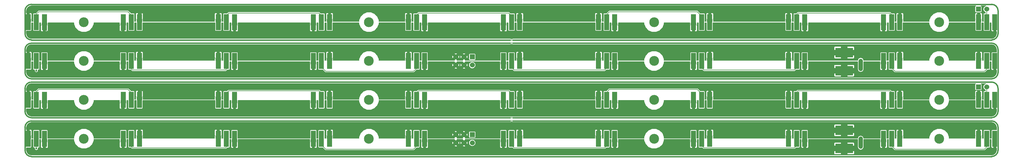
<source format=gtl>
G04 (created by PCBNEW (2013-jul-07)-stable) date Mi 26 Nov 2014 08:47:29 CET*
%MOIN*%
G04 Gerber Fmt 3.4, Leading zero omitted, Abs format*
%FSLAX34Y34*%
G01*
G70*
G90*
G04 APERTURE LIST*
%ADD10C,0.00590551*%
%ADD11C,0.015*%
%ADD12R,0.06X0.06*%
%ADD13C,0.06*%
%ADD14R,0.0590551X0.19685*%
%ADD15C,0.118504*%
%ADD16R,0.216535X0.11811*%
%ADD17O,0.0519685X0.151181*%
%ADD18C,0.0220472*%
%ADD19C,0.00669291*%
%ADD20C,0.01*%
G04 APERTURE END LIST*
G54D10*
G54D11*
X117322Y-14173D02*
X59251Y-14173D01*
G54D10*
X58858Y-14173D02*
X59251Y-14173D01*
X58858Y-13779D02*
X59251Y-13779D01*
X58858Y-4724D02*
X59251Y-4724D01*
X58858Y-4330D02*
X59251Y-4330D01*
G54D11*
X787Y-9448D02*
G75*
G03X0Y-10236I0J-787D01*
G74*
G01*
X0Y-12992D02*
G75*
G03X787Y-13779I787J0D01*
G74*
G01*
X117322Y-13779D02*
G75*
G03X118110Y-12992I0J787D01*
G74*
G01*
X118110Y-10236D02*
G75*
G03X117322Y-9448I-787J0D01*
G74*
G01*
X118110Y-14960D02*
G75*
G03X117322Y-14173I-787J0D01*
G74*
G01*
X117322Y-18503D02*
G75*
G03X118110Y-17716I0J787D01*
G74*
G01*
X0Y-17716D02*
G75*
G03X787Y-18503I787J0D01*
G74*
G01*
X787Y-14173D02*
G75*
G03X0Y-14960I0J-787D01*
G74*
G01*
X787Y-9448D02*
X117322Y-9448D01*
X118110Y-10236D02*
X118110Y-12992D01*
X118110Y-14960D02*
X118110Y-17716D01*
X59251Y-13779D02*
X117322Y-13779D01*
X117322Y-18503D02*
X787Y-18503D01*
X0Y-17716D02*
X0Y-14960D01*
X0Y-12992D02*
X0Y-10236D01*
X787Y-13779D02*
X58858Y-13779D01*
X58858Y-14173D02*
X787Y-14173D01*
X58858Y-4724D02*
X787Y-4724D01*
X787Y-4330D02*
X58858Y-4330D01*
X0Y-3543D02*
X0Y-787D01*
X0Y-8267D02*
X0Y-5511D01*
X117322Y-9055D02*
X787Y-9055D01*
X117322Y-4724D02*
X59251Y-4724D01*
X59251Y-4330D02*
X117322Y-4330D01*
X118110Y-5511D02*
X118110Y-8267D01*
X118110Y-787D02*
X118110Y-3543D01*
X787Y0D02*
X117322Y0D01*
X787Y-4724D02*
G75*
G03X0Y-5511I0J-787D01*
G74*
G01*
X0Y-8267D02*
G75*
G03X787Y-9055I787J0D01*
G74*
G01*
X117322Y-9055D02*
G75*
G03X118110Y-8267I0J787D01*
G74*
G01*
X118110Y-5511D02*
G75*
G03X117322Y-4724I-787J0D01*
G74*
G01*
X118110Y-787D02*
G75*
G03X117322Y0I-787J0D01*
G74*
G01*
X117322Y-4330D02*
G75*
G03X118110Y-3543I0J787D01*
G74*
G01*
X0Y-3543D02*
G75*
G03X787Y-4330I787J0D01*
G74*
G01*
X787Y0D02*
G75*
G03X0Y-787I0J-787D01*
G74*
G01*
G54D12*
X54287Y-15838D03*
G54D13*
X54287Y-16838D03*
X53287Y-15838D03*
X53287Y-16838D03*
X52287Y-15838D03*
X52287Y-16838D03*
G54D14*
X117716Y-11614D03*
X116732Y-11614D03*
X115748Y-11614D03*
X2362Y-11614D03*
X1377Y-11614D03*
X393Y-11614D03*
X25433Y-11614D03*
X24448Y-11614D03*
X23464Y-11614D03*
X48503Y-11614D03*
X47519Y-11614D03*
X46535Y-11614D03*
X71574Y-11614D03*
X70590Y-11614D03*
X69606Y-11614D03*
X94645Y-11614D03*
X93661Y-11614D03*
X92677Y-11614D03*
X104212Y-16338D03*
X105196Y-16338D03*
X106181Y-16338D03*
X81141Y-16338D03*
X82125Y-16338D03*
X83110Y-16338D03*
X58070Y-16338D03*
X59055Y-16338D03*
X60039Y-16338D03*
X35000Y-16338D03*
X35984Y-16338D03*
X36968Y-16338D03*
X11929Y-16338D03*
X12913Y-16338D03*
X13897Y-16338D03*
X106181Y-11614D03*
X105196Y-11614D03*
X104212Y-11614D03*
X115748Y-16338D03*
X116732Y-16338D03*
X117716Y-16338D03*
X92677Y-16338D03*
X93661Y-16338D03*
X94645Y-16338D03*
X69606Y-16338D03*
X70590Y-16338D03*
X71574Y-16338D03*
X46535Y-16338D03*
X47519Y-16338D03*
X48503Y-16338D03*
X23464Y-16338D03*
X24448Y-16338D03*
X25433Y-16338D03*
X393Y-16338D03*
X1377Y-16338D03*
X2362Y-16338D03*
X83110Y-11614D03*
X82125Y-11614D03*
X81141Y-11614D03*
X36968Y-11614D03*
X35984Y-11614D03*
X35000Y-11614D03*
X13897Y-11614D03*
X12913Y-11614D03*
X11929Y-11614D03*
X60039Y-11614D03*
X59055Y-11614D03*
X58070Y-11614D03*
G54D12*
X115720Y-10039D03*
G54D13*
X116720Y-10039D03*
G54D15*
X76358Y-16338D03*
X76358Y-11614D03*
X7145Y-16338D03*
X41751Y-11614D03*
X41751Y-16338D03*
X110964Y-16338D03*
X110964Y-11614D03*
X7145Y-11614D03*
G54D16*
X99429Y-17519D03*
X99429Y-15316D03*
G54D17*
X101429Y-16816D03*
G54D16*
X99429Y-8070D03*
X99429Y-5867D03*
G54D17*
X101429Y-7367D03*
G54D15*
X7145Y-2165D03*
X110964Y-2165D03*
X110964Y-6889D03*
X41751Y-6889D03*
X41751Y-2165D03*
X7145Y-6889D03*
X76358Y-2165D03*
X76358Y-6889D03*
G54D12*
X115720Y-590D03*
G54D13*
X116720Y-590D03*
G54D14*
X60039Y-2165D03*
X59055Y-2165D03*
X58070Y-2165D03*
X13897Y-2165D03*
X12913Y-2165D03*
X11929Y-2165D03*
X36968Y-2165D03*
X35984Y-2165D03*
X35000Y-2165D03*
X83110Y-2165D03*
X82125Y-2165D03*
X81141Y-2165D03*
X393Y-6889D03*
X1377Y-6889D03*
X2362Y-6889D03*
X23464Y-6889D03*
X24448Y-6889D03*
X25433Y-6889D03*
X46535Y-6889D03*
X47519Y-6889D03*
X48503Y-6889D03*
X69606Y-6889D03*
X70590Y-6889D03*
X71574Y-6889D03*
X92677Y-6889D03*
X93661Y-6889D03*
X94645Y-6889D03*
X115748Y-6889D03*
X116732Y-6889D03*
X117716Y-6889D03*
X106181Y-2165D03*
X105196Y-2165D03*
X104212Y-2165D03*
X11929Y-6889D03*
X12913Y-6889D03*
X13897Y-6889D03*
X35000Y-6889D03*
X35984Y-6889D03*
X36968Y-6889D03*
X58070Y-6889D03*
X59055Y-6889D03*
X60039Y-6889D03*
X81141Y-6889D03*
X82125Y-6889D03*
X83110Y-6889D03*
X104212Y-6889D03*
X105196Y-6889D03*
X106181Y-6889D03*
X94645Y-2165D03*
X93661Y-2165D03*
X92677Y-2165D03*
X71574Y-2165D03*
X70590Y-2165D03*
X69606Y-2165D03*
X48503Y-2165D03*
X47519Y-2165D03*
X46535Y-2165D03*
X25433Y-2165D03*
X24448Y-2165D03*
X23464Y-2165D03*
X2362Y-2165D03*
X1377Y-2165D03*
X393Y-2165D03*
X117716Y-2165D03*
X116732Y-2165D03*
X115748Y-2165D03*
G54D12*
X54287Y-6389D03*
G54D13*
X54287Y-7389D03*
X53287Y-6389D03*
X53287Y-7389D03*
X52287Y-6389D03*
X52287Y-7389D03*
G54D18*
X1377Y-17519D03*
X1377Y-8070D03*
G54D19*
X1377Y-17519D02*
X1377Y-16338D01*
X1377Y-8070D02*
X1377Y-6889D01*
X2362Y-12401D02*
X2992Y-13031D01*
X2992Y-13031D02*
X11299Y-13031D01*
X11299Y-13031D02*
X11929Y-12401D01*
X11929Y-12401D02*
X11929Y-11614D01*
X2362Y-11614D02*
X2362Y-12401D01*
X2362Y-2165D02*
X2362Y-2952D01*
X11929Y-2952D02*
X11929Y-2165D01*
X11299Y-3582D02*
X11929Y-2952D01*
X2992Y-3582D02*
X11299Y-3582D01*
X2362Y-2952D02*
X2992Y-3582D01*
X116720Y-11602D02*
X116732Y-11614D01*
X116720Y-10039D02*
X116720Y-11602D01*
X116720Y-590D02*
X116720Y-2153D01*
X116720Y-2153D02*
X116732Y-2165D01*
X93661Y-10669D02*
X93818Y-10511D01*
X93818Y-10511D02*
X105000Y-10511D01*
X105000Y-10511D02*
X105196Y-10708D01*
X105196Y-10708D02*
X105196Y-11614D01*
X93661Y-11614D02*
X93661Y-10669D01*
X93661Y-2165D02*
X93661Y-1220D01*
X105196Y-1259D02*
X105196Y-2165D01*
X105000Y-1062D02*
X105196Y-1259D01*
X93818Y-1062D02*
X105000Y-1062D01*
X93661Y-1220D02*
X93818Y-1062D01*
X70590Y-10708D02*
X70950Y-10348D01*
X70950Y-10348D02*
X81608Y-10348D01*
X81608Y-10348D02*
X82125Y-10866D01*
X82125Y-10866D02*
X82125Y-11614D01*
X70590Y-11614D02*
X70590Y-10708D01*
X70590Y-2165D02*
X70590Y-1259D01*
X82125Y-1417D02*
X82125Y-2165D01*
X81608Y-900D02*
X82125Y-1417D01*
X70950Y-900D02*
X81608Y-900D01*
X70590Y-1259D02*
X70950Y-900D01*
X47519Y-10748D02*
X47755Y-10511D01*
X47755Y-10511D02*
X58740Y-10511D01*
X58740Y-10511D02*
X59055Y-10826D01*
X59055Y-10826D02*
X59055Y-11614D01*
X47519Y-11614D02*
X47519Y-10748D01*
X47519Y-2165D02*
X47519Y-1299D01*
X59055Y-1377D02*
X59055Y-2165D01*
X58740Y-1062D02*
X59055Y-1377D01*
X47755Y-1062D02*
X58740Y-1062D01*
X47519Y-1299D02*
X47755Y-1062D01*
X116732Y-17322D02*
X116456Y-17598D01*
X116456Y-17598D02*
X105590Y-17598D01*
X105590Y-17598D02*
X105196Y-17204D01*
X105196Y-17204D02*
X105196Y-16338D01*
X116732Y-16338D02*
X116732Y-17322D01*
X116732Y-6889D02*
X116732Y-7874D01*
X105196Y-7755D02*
X105196Y-6889D01*
X105590Y-8150D02*
X105196Y-7755D01*
X116456Y-8150D02*
X105590Y-8150D01*
X116732Y-7874D02*
X116456Y-8150D01*
X24448Y-10787D02*
X24724Y-10511D01*
X24724Y-10511D02*
X35708Y-10511D01*
X35708Y-10511D02*
X35984Y-10787D01*
X35984Y-10787D02*
X35984Y-11614D01*
X24448Y-11614D02*
X24448Y-10787D01*
X24448Y-2165D02*
X24448Y-1338D01*
X35984Y-1338D02*
X35984Y-2165D01*
X35708Y-1062D02*
X35984Y-1338D01*
X24724Y-1062D02*
X35708Y-1062D01*
X24448Y-1338D02*
X24724Y-1062D01*
X1377Y-10629D02*
X1659Y-10348D01*
X1659Y-10348D02*
X12514Y-10348D01*
X12514Y-10348D02*
X12913Y-10748D01*
X12913Y-10748D02*
X12913Y-11614D01*
X1377Y-11614D02*
X1377Y-10629D01*
X1377Y-2165D02*
X1377Y-1181D01*
X12913Y-1299D02*
X12913Y-2165D01*
X12514Y-900D02*
X12913Y-1299D01*
X1659Y-900D02*
X12514Y-900D01*
X1377Y-1181D02*
X1659Y-900D01*
X93661Y-17165D02*
X93385Y-17440D01*
X93385Y-17440D02*
X82401Y-17440D01*
X82401Y-17440D02*
X82125Y-17165D01*
X82125Y-17165D02*
X82125Y-16338D01*
X93661Y-16338D02*
X93661Y-17165D01*
X93661Y-6889D02*
X93661Y-7716D01*
X82125Y-7716D02*
X82125Y-6889D01*
X82401Y-7992D02*
X82125Y-7716D01*
X93385Y-7992D02*
X82401Y-7992D01*
X93661Y-7716D02*
X93385Y-7992D01*
X12913Y-17322D02*
X13031Y-17440D01*
X13031Y-17440D02*
X24370Y-17440D01*
X24370Y-17440D02*
X24448Y-17362D01*
X24448Y-17362D02*
X24448Y-16338D01*
X12913Y-16338D02*
X12913Y-17322D01*
X12913Y-6889D02*
X12913Y-7874D01*
X24448Y-7913D02*
X24448Y-6889D01*
X24370Y-7992D02*
X24448Y-7913D01*
X13031Y-7992D02*
X24370Y-7992D01*
X12913Y-7874D02*
X13031Y-7992D01*
X70590Y-17204D02*
X70354Y-17440D01*
X70354Y-17440D02*
X59370Y-17440D01*
X59370Y-17440D02*
X59055Y-17125D01*
X59055Y-17125D02*
X59055Y-16338D01*
X70590Y-16338D02*
X70590Y-17204D01*
X70590Y-6889D02*
X70590Y-7755D01*
X59055Y-7677D02*
X59055Y-6889D01*
X59370Y-7992D02*
X59055Y-7677D01*
X70354Y-7992D02*
X59370Y-7992D01*
X70590Y-7755D02*
X70354Y-7992D01*
X47519Y-17244D02*
X47164Y-17598D01*
X47164Y-17598D02*
X36496Y-17598D01*
X36496Y-17598D02*
X35984Y-17086D01*
X35984Y-17086D02*
X35984Y-16338D01*
X47519Y-16338D02*
X47519Y-17244D01*
X47519Y-6889D02*
X47519Y-7795D01*
X35984Y-7637D02*
X35984Y-6889D01*
X36496Y-8150D02*
X35984Y-7637D01*
X47164Y-8150D02*
X36496Y-8150D01*
X47519Y-7795D02*
X47164Y-8150D01*
G54D20*
X13897Y-10787D02*
X14448Y-10236D01*
X14448Y-10236D02*
X23346Y-10236D01*
X23346Y-10236D02*
X23464Y-10354D01*
X23464Y-10354D02*
X23464Y-11614D01*
X13897Y-11614D02*
X13897Y-10787D01*
X13897Y-2165D02*
X13897Y-1338D01*
X23464Y-905D02*
X23464Y-2165D01*
X23346Y-787D02*
X23464Y-905D01*
X14448Y-787D02*
X23346Y-787D01*
X13897Y-1338D02*
X14448Y-787D01*
G54D10*
G36*
X116637Y-183D02*
X116489Y-244D01*
X116374Y-358D01*
X116312Y-508D01*
X116312Y-671D01*
X116374Y-821D01*
X116488Y-936D01*
X116578Y-973D01*
X116578Y-1072D01*
X116415Y-1072D01*
X116375Y-1089D01*
X116345Y-1119D01*
X116328Y-1159D01*
X116328Y-1202D01*
X116328Y-2092D01*
X116194Y-2092D01*
X116194Y-2092D01*
X116194Y-1805D01*
X116156Y-1805D01*
X116194Y-1767D01*
X116194Y-1211D01*
X116194Y-1150D01*
X116171Y-1095D01*
X116128Y-1052D01*
X116073Y-1029D01*
X115933Y-1029D01*
X115895Y-1067D01*
X115895Y-1805D01*
X116043Y-1805D01*
X116043Y-2092D01*
X115600Y-2092D01*
X115452Y-2092D01*
X115452Y-1805D01*
X115600Y-1805D01*
X115600Y-1067D01*
X115562Y-1029D01*
X115422Y-1029D01*
X115367Y-1052D01*
X115324Y-1095D01*
X115301Y-1150D01*
X115301Y-1211D01*
X115301Y-1767D01*
X115339Y-1805D01*
X115301Y-1805D01*
X115301Y-2092D01*
X112181Y-2092D01*
X112181Y-1924D01*
X111996Y-1477D01*
X111654Y-1134D01*
X111207Y-949D01*
X110723Y-948D01*
X110276Y-1133D01*
X109933Y-1475D01*
X109748Y-1922D01*
X109748Y-2092D01*
X106627Y-2092D01*
X106627Y-2092D01*
X106627Y-1805D01*
X106589Y-1805D01*
X106627Y-1767D01*
X106627Y-1211D01*
X106627Y-1150D01*
X106604Y-1095D01*
X106562Y-1052D01*
X106506Y-1029D01*
X106366Y-1029D01*
X106328Y-1067D01*
X106328Y-1805D01*
X106476Y-1805D01*
X106476Y-2092D01*
X106033Y-2092D01*
X105885Y-2092D01*
X105885Y-1805D01*
X106033Y-1805D01*
X106033Y-1067D01*
X105995Y-1029D01*
X105855Y-1029D01*
X105800Y-1052D01*
X105757Y-1095D01*
X105734Y-1150D01*
X105734Y-1211D01*
X105734Y-1767D01*
X105772Y-1805D01*
X105734Y-1805D01*
X105734Y-2092D01*
X105600Y-2092D01*
X105600Y-1159D01*
X105583Y-1119D01*
X105553Y-1089D01*
X105513Y-1072D01*
X105470Y-1072D01*
X105210Y-1072D01*
X105100Y-962D01*
X105054Y-932D01*
X105000Y-921D01*
X93818Y-921D01*
X93773Y-930D01*
X93764Y-932D01*
X93718Y-962D01*
X93608Y-1072D01*
X93344Y-1072D01*
X93304Y-1089D01*
X93274Y-1119D01*
X93257Y-1159D01*
X93257Y-1202D01*
X93257Y-2092D01*
X93123Y-2092D01*
X93123Y-2092D01*
X93123Y-1805D01*
X93086Y-1805D01*
X93123Y-1767D01*
X93123Y-1211D01*
X93123Y-1150D01*
X93100Y-1095D01*
X93058Y-1052D01*
X93002Y-1029D01*
X92862Y-1029D01*
X92824Y-1067D01*
X92824Y-1805D01*
X92972Y-1805D01*
X92972Y-2092D01*
X92529Y-2092D01*
X92381Y-2092D01*
X92381Y-1805D01*
X92529Y-1805D01*
X92529Y-1067D01*
X92491Y-1029D01*
X92351Y-1029D01*
X92296Y-1052D01*
X92253Y-1095D01*
X92230Y-1150D01*
X92230Y-1211D01*
X92230Y-1767D01*
X92268Y-1805D01*
X92230Y-1805D01*
X92230Y-2092D01*
X83557Y-2092D01*
X83556Y-2092D01*
X83556Y-1805D01*
X83519Y-1805D01*
X83556Y-1767D01*
X83557Y-1211D01*
X83556Y-1150D01*
X83533Y-1095D01*
X83491Y-1052D01*
X83435Y-1029D01*
X83295Y-1029D01*
X83257Y-1067D01*
X83257Y-1805D01*
X83405Y-1805D01*
X83405Y-2092D01*
X82962Y-2092D01*
X82814Y-2092D01*
X82814Y-1805D01*
X82962Y-1805D01*
X82962Y-1067D01*
X82924Y-1029D01*
X82784Y-1029D01*
X82729Y-1052D01*
X82686Y-1095D01*
X82663Y-1150D01*
X82663Y-1211D01*
X82663Y-1767D01*
X82701Y-1805D01*
X82663Y-1805D01*
X82663Y-2092D01*
X82529Y-2092D01*
X82529Y-1159D01*
X82513Y-1119D01*
X82482Y-1089D01*
X82442Y-1072D01*
X82399Y-1072D01*
X81981Y-1072D01*
X81708Y-799D01*
X81662Y-769D01*
X81608Y-758D01*
X70950Y-758D01*
X70896Y-769D01*
X70850Y-799D01*
X70577Y-1072D01*
X70273Y-1072D01*
X70234Y-1089D01*
X70203Y-1119D01*
X70187Y-1159D01*
X70186Y-1202D01*
X70186Y-2092D01*
X70053Y-2092D01*
X70053Y-2092D01*
X70053Y-1805D01*
X70015Y-1805D01*
X70053Y-1767D01*
X70053Y-1211D01*
X70053Y-1150D01*
X70029Y-1095D01*
X69987Y-1052D01*
X69931Y-1029D01*
X69791Y-1029D01*
X69753Y-1067D01*
X69753Y-1805D01*
X69901Y-1805D01*
X69901Y-2092D01*
X69458Y-2092D01*
X69311Y-2092D01*
X69311Y-1805D01*
X69458Y-1805D01*
X69458Y-1067D01*
X69420Y-1029D01*
X69281Y-1029D01*
X69225Y-1052D01*
X69182Y-1095D01*
X69159Y-1150D01*
X69159Y-1211D01*
X69159Y-1767D01*
X69197Y-1805D01*
X69159Y-1805D01*
X69159Y-2092D01*
X60486Y-2092D01*
X60486Y-2092D01*
X60486Y-1805D01*
X60448Y-1805D01*
X60486Y-1767D01*
X60486Y-1211D01*
X60486Y-1150D01*
X60462Y-1095D01*
X60420Y-1052D01*
X60364Y-1029D01*
X60224Y-1029D01*
X60187Y-1067D01*
X60187Y-1805D01*
X60334Y-1805D01*
X60334Y-2092D01*
X59891Y-2092D01*
X59744Y-2092D01*
X59744Y-1805D01*
X59891Y-1805D01*
X59891Y-1067D01*
X59853Y-1029D01*
X59714Y-1029D01*
X59658Y-1052D01*
X59615Y-1095D01*
X59592Y-1150D01*
X59592Y-1211D01*
X59592Y-1767D01*
X59630Y-1805D01*
X59592Y-1805D01*
X59592Y-2092D01*
X59458Y-2092D01*
X59458Y-1159D01*
X59442Y-1119D01*
X59411Y-1089D01*
X59372Y-1072D01*
X59328Y-1072D01*
X58950Y-1072D01*
X58840Y-962D01*
X58794Y-932D01*
X58740Y-921D01*
X47755Y-921D01*
X47701Y-932D01*
X47655Y-962D01*
X47545Y-1072D01*
X47202Y-1072D01*
X47163Y-1089D01*
X47132Y-1119D01*
X47116Y-1159D01*
X47116Y-1202D01*
X47116Y-2092D01*
X46982Y-2092D01*
X46982Y-2092D01*
X46982Y-1805D01*
X46944Y-1805D01*
X46982Y-1767D01*
X46982Y-1211D01*
X46982Y-1150D01*
X46959Y-1095D01*
X46916Y-1052D01*
X46860Y-1029D01*
X46720Y-1029D01*
X46683Y-1067D01*
X46683Y-1805D01*
X46830Y-1805D01*
X46830Y-2092D01*
X46387Y-2092D01*
X46240Y-2092D01*
X46240Y-1805D01*
X46387Y-1805D01*
X46387Y-1067D01*
X46349Y-1029D01*
X46210Y-1029D01*
X46154Y-1052D01*
X46111Y-1095D01*
X46088Y-1150D01*
X46088Y-1211D01*
X46088Y-1767D01*
X46126Y-1805D01*
X46088Y-1805D01*
X46088Y-2092D01*
X42968Y-2092D01*
X42968Y-1924D01*
X42783Y-1477D01*
X42441Y-1134D01*
X41995Y-949D01*
X41511Y-948D01*
X41063Y-1133D01*
X40721Y-1475D01*
X40535Y-1922D01*
X40535Y-2092D01*
X37415Y-2092D01*
X37415Y-2092D01*
X37415Y-1805D01*
X37377Y-1805D01*
X37415Y-1767D01*
X37415Y-1211D01*
X37415Y-1150D01*
X37392Y-1095D01*
X37349Y-1052D01*
X37293Y-1029D01*
X37154Y-1029D01*
X37116Y-1067D01*
X37116Y-1805D01*
X37263Y-1805D01*
X37263Y-2092D01*
X36820Y-2092D01*
X36673Y-2092D01*
X36673Y-1805D01*
X36820Y-1805D01*
X36820Y-1067D01*
X36783Y-1029D01*
X36643Y-1029D01*
X36587Y-1052D01*
X36544Y-1095D01*
X36521Y-1150D01*
X36521Y-1211D01*
X36521Y-1767D01*
X36559Y-1805D01*
X36521Y-1805D01*
X36521Y-2092D01*
X36387Y-2092D01*
X36387Y-1159D01*
X36371Y-1119D01*
X36340Y-1089D01*
X36301Y-1072D01*
X36258Y-1072D01*
X35918Y-1072D01*
X35808Y-962D01*
X35762Y-932D01*
X35708Y-921D01*
X24724Y-921D01*
X24679Y-930D01*
X24670Y-932D01*
X24624Y-962D01*
X24514Y-1072D01*
X24132Y-1072D01*
X24092Y-1089D01*
X24061Y-1119D01*
X24045Y-1159D01*
X24045Y-1202D01*
X24045Y-2092D01*
X23911Y-2092D01*
X23911Y-2092D01*
X23911Y-1805D01*
X23873Y-1805D01*
X23911Y-1767D01*
X23911Y-1211D01*
X23911Y-1150D01*
X23888Y-1095D01*
X23845Y-1052D01*
X23789Y-1029D01*
X23650Y-1029D01*
X23612Y-1067D01*
X23612Y-1805D01*
X23759Y-1805D01*
X23759Y-2092D01*
X23316Y-2092D01*
X23169Y-2092D01*
X23169Y-1805D01*
X23316Y-1805D01*
X23316Y-1067D01*
X23279Y-1029D01*
X23139Y-1029D01*
X23083Y-1052D01*
X23040Y-1095D01*
X23017Y-1150D01*
X23017Y-1211D01*
X23017Y-1767D01*
X23055Y-1805D01*
X23017Y-1805D01*
X23017Y-2092D01*
X14344Y-2092D01*
X14344Y-2092D01*
X14344Y-1805D01*
X14306Y-1805D01*
X14344Y-1767D01*
X14344Y-1211D01*
X14344Y-1150D01*
X14321Y-1095D01*
X14278Y-1052D01*
X14222Y-1029D01*
X14083Y-1029D01*
X14045Y-1067D01*
X14045Y-1805D01*
X14192Y-1805D01*
X14192Y-2092D01*
X13750Y-2092D01*
X13602Y-2092D01*
X13602Y-1805D01*
X13750Y-1805D01*
X13750Y-1067D01*
X13712Y-1029D01*
X13572Y-1029D01*
X13516Y-1052D01*
X13474Y-1095D01*
X13450Y-1150D01*
X13450Y-1211D01*
X13450Y-1767D01*
X13488Y-1805D01*
X13450Y-1805D01*
X13450Y-2092D01*
X13316Y-2092D01*
X13316Y-1159D01*
X13300Y-1119D01*
X13270Y-1089D01*
X13230Y-1072D01*
X13187Y-1072D01*
X12887Y-1072D01*
X12614Y-799D01*
X12568Y-769D01*
X12514Y-758D01*
X1659Y-758D01*
X1613Y-767D01*
X1604Y-769D01*
X1558Y-799D01*
X1285Y-1072D01*
X1061Y-1072D01*
X1021Y-1089D01*
X990Y-1119D01*
X974Y-1159D01*
X974Y-1202D01*
X974Y-2092D01*
X840Y-2092D01*
X840Y-2092D01*
X840Y-1805D01*
X802Y-1805D01*
X840Y-1767D01*
X840Y-1211D01*
X840Y-1150D01*
X817Y-1095D01*
X774Y-1052D01*
X718Y-1029D01*
X579Y-1029D01*
X541Y-1067D01*
X541Y-1805D01*
X688Y-1805D01*
X688Y-2092D01*
X183Y-2092D01*
X183Y-1805D01*
X246Y-1805D01*
X246Y-1067D01*
X208Y-1029D01*
X183Y-1029D01*
X183Y-805D01*
X232Y-556D01*
X362Y-363D01*
X558Y-232D01*
X804Y-183D01*
X115396Y-183D01*
X115359Y-198D01*
X115328Y-229D01*
X115312Y-268D01*
X115312Y-311D01*
X115312Y-911D01*
X115328Y-951D01*
X115359Y-982D01*
X115398Y-998D01*
X115441Y-998D01*
X116041Y-998D01*
X116081Y-982D01*
X116112Y-951D01*
X116128Y-912D01*
X116128Y-869D01*
X116128Y-269D01*
X116112Y-229D01*
X116081Y-198D01*
X116044Y-183D01*
X116637Y-183D01*
X116637Y-183D01*
G37*
G54D19*
X116637Y-183D02*
X116489Y-244D01*
X116374Y-358D01*
X116312Y-508D01*
X116312Y-671D01*
X116374Y-821D01*
X116488Y-936D01*
X116578Y-973D01*
X116578Y-1072D01*
X116415Y-1072D01*
X116375Y-1089D01*
X116345Y-1119D01*
X116328Y-1159D01*
X116328Y-1202D01*
X116328Y-2092D01*
X116194Y-2092D01*
X116194Y-2092D01*
X116194Y-1805D01*
X116156Y-1805D01*
X116194Y-1767D01*
X116194Y-1211D01*
X116194Y-1150D01*
X116171Y-1095D01*
X116128Y-1052D01*
X116073Y-1029D01*
X115933Y-1029D01*
X115895Y-1067D01*
X115895Y-1805D01*
X116043Y-1805D01*
X116043Y-2092D01*
X115600Y-2092D01*
X115452Y-2092D01*
X115452Y-1805D01*
X115600Y-1805D01*
X115600Y-1067D01*
X115562Y-1029D01*
X115422Y-1029D01*
X115367Y-1052D01*
X115324Y-1095D01*
X115301Y-1150D01*
X115301Y-1211D01*
X115301Y-1767D01*
X115339Y-1805D01*
X115301Y-1805D01*
X115301Y-2092D01*
X112181Y-2092D01*
X112181Y-1924D01*
X111996Y-1477D01*
X111654Y-1134D01*
X111207Y-949D01*
X110723Y-948D01*
X110276Y-1133D01*
X109933Y-1475D01*
X109748Y-1922D01*
X109748Y-2092D01*
X106627Y-2092D01*
X106627Y-2092D01*
X106627Y-1805D01*
X106589Y-1805D01*
X106627Y-1767D01*
X106627Y-1211D01*
X106627Y-1150D01*
X106604Y-1095D01*
X106562Y-1052D01*
X106506Y-1029D01*
X106366Y-1029D01*
X106328Y-1067D01*
X106328Y-1805D01*
X106476Y-1805D01*
X106476Y-2092D01*
X106033Y-2092D01*
X105885Y-2092D01*
X105885Y-1805D01*
X106033Y-1805D01*
X106033Y-1067D01*
X105995Y-1029D01*
X105855Y-1029D01*
X105800Y-1052D01*
X105757Y-1095D01*
X105734Y-1150D01*
X105734Y-1211D01*
X105734Y-1767D01*
X105772Y-1805D01*
X105734Y-1805D01*
X105734Y-2092D01*
X105600Y-2092D01*
X105600Y-1159D01*
X105583Y-1119D01*
X105553Y-1089D01*
X105513Y-1072D01*
X105470Y-1072D01*
X105210Y-1072D01*
X105100Y-962D01*
X105054Y-932D01*
X105000Y-921D01*
X93818Y-921D01*
X93773Y-930D01*
X93764Y-932D01*
X93718Y-962D01*
X93608Y-1072D01*
X93344Y-1072D01*
X93304Y-1089D01*
X93274Y-1119D01*
X93257Y-1159D01*
X93257Y-1202D01*
X93257Y-2092D01*
X93123Y-2092D01*
X93123Y-2092D01*
X93123Y-1805D01*
X93086Y-1805D01*
X93123Y-1767D01*
X93123Y-1211D01*
X93123Y-1150D01*
X93100Y-1095D01*
X93058Y-1052D01*
X93002Y-1029D01*
X92862Y-1029D01*
X92824Y-1067D01*
X92824Y-1805D01*
X92972Y-1805D01*
X92972Y-2092D01*
X92529Y-2092D01*
X92381Y-2092D01*
X92381Y-1805D01*
X92529Y-1805D01*
X92529Y-1067D01*
X92491Y-1029D01*
X92351Y-1029D01*
X92296Y-1052D01*
X92253Y-1095D01*
X92230Y-1150D01*
X92230Y-1211D01*
X92230Y-1767D01*
X92268Y-1805D01*
X92230Y-1805D01*
X92230Y-2092D01*
X83557Y-2092D01*
X83556Y-2092D01*
X83556Y-1805D01*
X83519Y-1805D01*
X83556Y-1767D01*
X83557Y-1211D01*
X83556Y-1150D01*
X83533Y-1095D01*
X83491Y-1052D01*
X83435Y-1029D01*
X83295Y-1029D01*
X83257Y-1067D01*
X83257Y-1805D01*
X83405Y-1805D01*
X83405Y-2092D01*
X82962Y-2092D01*
X82814Y-2092D01*
X82814Y-1805D01*
X82962Y-1805D01*
X82962Y-1067D01*
X82924Y-1029D01*
X82784Y-1029D01*
X82729Y-1052D01*
X82686Y-1095D01*
X82663Y-1150D01*
X82663Y-1211D01*
X82663Y-1767D01*
X82701Y-1805D01*
X82663Y-1805D01*
X82663Y-2092D01*
X82529Y-2092D01*
X82529Y-1159D01*
X82513Y-1119D01*
X82482Y-1089D01*
X82442Y-1072D01*
X82399Y-1072D01*
X81981Y-1072D01*
X81708Y-799D01*
X81662Y-769D01*
X81608Y-758D01*
X70950Y-758D01*
X70896Y-769D01*
X70850Y-799D01*
X70577Y-1072D01*
X70273Y-1072D01*
X70234Y-1089D01*
X70203Y-1119D01*
X70187Y-1159D01*
X70186Y-1202D01*
X70186Y-2092D01*
X70053Y-2092D01*
X70053Y-2092D01*
X70053Y-1805D01*
X70015Y-1805D01*
X70053Y-1767D01*
X70053Y-1211D01*
X70053Y-1150D01*
X70029Y-1095D01*
X69987Y-1052D01*
X69931Y-1029D01*
X69791Y-1029D01*
X69753Y-1067D01*
X69753Y-1805D01*
X69901Y-1805D01*
X69901Y-2092D01*
X69458Y-2092D01*
X69311Y-2092D01*
X69311Y-1805D01*
X69458Y-1805D01*
X69458Y-1067D01*
X69420Y-1029D01*
X69281Y-1029D01*
X69225Y-1052D01*
X69182Y-1095D01*
X69159Y-1150D01*
X69159Y-1211D01*
X69159Y-1767D01*
X69197Y-1805D01*
X69159Y-1805D01*
X69159Y-2092D01*
X60486Y-2092D01*
X60486Y-2092D01*
X60486Y-1805D01*
X60448Y-1805D01*
X60486Y-1767D01*
X60486Y-1211D01*
X60486Y-1150D01*
X60462Y-1095D01*
X60420Y-1052D01*
X60364Y-1029D01*
X60224Y-1029D01*
X60187Y-1067D01*
X60187Y-1805D01*
X60334Y-1805D01*
X60334Y-2092D01*
X59891Y-2092D01*
X59744Y-2092D01*
X59744Y-1805D01*
X59891Y-1805D01*
X59891Y-1067D01*
X59853Y-1029D01*
X59714Y-1029D01*
X59658Y-1052D01*
X59615Y-1095D01*
X59592Y-1150D01*
X59592Y-1211D01*
X59592Y-1767D01*
X59630Y-1805D01*
X59592Y-1805D01*
X59592Y-2092D01*
X59458Y-2092D01*
X59458Y-1159D01*
X59442Y-1119D01*
X59411Y-1089D01*
X59372Y-1072D01*
X59328Y-1072D01*
X58950Y-1072D01*
X58840Y-962D01*
X58794Y-932D01*
X58740Y-921D01*
X47755Y-921D01*
X47701Y-932D01*
X47655Y-962D01*
X47545Y-1072D01*
X47202Y-1072D01*
X47163Y-1089D01*
X47132Y-1119D01*
X47116Y-1159D01*
X47116Y-1202D01*
X47116Y-2092D01*
X46982Y-2092D01*
X46982Y-2092D01*
X46982Y-1805D01*
X46944Y-1805D01*
X46982Y-1767D01*
X46982Y-1211D01*
X46982Y-1150D01*
X46959Y-1095D01*
X46916Y-1052D01*
X46860Y-1029D01*
X46720Y-1029D01*
X46683Y-1067D01*
X46683Y-1805D01*
X46830Y-1805D01*
X46830Y-2092D01*
X46387Y-2092D01*
X46240Y-2092D01*
X46240Y-1805D01*
X46387Y-1805D01*
X46387Y-1067D01*
X46349Y-1029D01*
X46210Y-1029D01*
X46154Y-1052D01*
X46111Y-1095D01*
X46088Y-1150D01*
X46088Y-1211D01*
X46088Y-1767D01*
X46126Y-1805D01*
X46088Y-1805D01*
X46088Y-2092D01*
X42968Y-2092D01*
X42968Y-1924D01*
X42783Y-1477D01*
X42441Y-1134D01*
X41995Y-949D01*
X41511Y-948D01*
X41063Y-1133D01*
X40721Y-1475D01*
X40535Y-1922D01*
X40535Y-2092D01*
X37415Y-2092D01*
X37415Y-2092D01*
X37415Y-1805D01*
X37377Y-1805D01*
X37415Y-1767D01*
X37415Y-1211D01*
X37415Y-1150D01*
X37392Y-1095D01*
X37349Y-1052D01*
X37293Y-1029D01*
X37154Y-1029D01*
X37116Y-1067D01*
X37116Y-1805D01*
X37263Y-1805D01*
X37263Y-2092D01*
X36820Y-2092D01*
X36673Y-2092D01*
X36673Y-1805D01*
X36820Y-1805D01*
X36820Y-1067D01*
X36783Y-1029D01*
X36643Y-1029D01*
X36587Y-1052D01*
X36544Y-1095D01*
X36521Y-1150D01*
X36521Y-1211D01*
X36521Y-1767D01*
X36559Y-1805D01*
X36521Y-1805D01*
X36521Y-2092D01*
X36387Y-2092D01*
X36387Y-1159D01*
X36371Y-1119D01*
X36340Y-1089D01*
X36301Y-1072D01*
X36258Y-1072D01*
X35918Y-1072D01*
X35808Y-962D01*
X35762Y-932D01*
X35708Y-921D01*
X24724Y-921D01*
X24679Y-930D01*
X24670Y-932D01*
X24624Y-962D01*
X24514Y-1072D01*
X24132Y-1072D01*
X24092Y-1089D01*
X24061Y-1119D01*
X24045Y-1159D01*
X24045Y-1202D01*
X24045Y-2092D01*
X23911Y-2092D01*
X23911Y-2092D01*
X23911Y-1805D01*
X23873Y-1805D01*
X23911Y-1767D01*
X23911Y-1211D01*
X23911Y-1150D01*
X23888Y-1095D01*
X23845Y-1052D01*
X23789Y-1029D01*
X23650Y-1029D01*
X23612Y-1067D01*
X23612Y-1805D01*
X23759Y-1805D01*
X23759Y-2092D01*
X23316Y-2092D01*
X23169Y-2092D01*
X23169Y-1805D01*
X23316Y-1805D01*
X23316Y-1067D01*
X23279Y-1029D01*
X23139Y-1029D01*
X23083Y-1052D01*
X23040Y-1095D01*
X23017Y-1150D01*
X23017Y-1211D01*
X23017Y-1767D01*
X23055Y-1805D01*
X23017Y-1805D01*
X23017Y-2092D01*
X14344Y-2092D01*
X14344Y-2092D01*
X14344Y-1805D01*
X14306Y-1805D01*
X14344Y-1767D01*
X14344Y-1211D01*
X14344Y-1150D01*
X14321Y-1095D01*
X14278Y-1052D01*
X14222Y-1029D01*
X14083Y-1029D01*
X14045Y-1067D01*
X14045Y-1805D01*
X14192Y-1805D01*
X14192Y-2092D01*
X13750Y-2092D01*
X13602Y-2092D01*
X13602Y-1805D01*
X13750Y-1805D01*
X13750Y-1067D01*
X13712Y-1029D01*
X13572Y-1029D01*
X13516Y-1052D01*
X13474Y-1095D01*
X13450Y-1150D01*
X13450Y-1211D01*
X13450Y-1767D01*
X13488Y-1805D01*
X13450Y-1805D01*
X13450Y-2092D01*
X13316Y-2092D01*
X13316Y-1159D01*
X13300Y-1119D01*
X13270Y-1089D01*
X13230Y-1072D01*
X13187Y-1072D01*
X12887Y-1072D01*
X12614Y-799D01*
X12568Y-769D01*
X12514Y-758D01*
X1659Y-758D01*
X1613Y-767D01*
X1604Y-769D01*
X1558Y-799D01*
X1285Y-1072D01*
X1061Y-1072D01*
X1021Y-1089D01*
X990Y-1119D01*
X974Y-1159D01*
X974Y-1202D01*
X974Y-2092D01*
X840Y-2092D01*
X840Y-2092D01*
X840Y-1805D01*
X802Y-1805D01*
X840Y-1767D01*
X840Y-1211D01*
X840Y-1150D01*
X817Y-1095D01*
X774Y-1052D01*
X718Y-1029D01*
X579Y-1029D01*
X541Y-1067D01*
X541Y-1805D01*
X688Y-1805D01*
X688Y-2092D01*
X183Y-2092D01*
X183Y-1805D01*
X246Y-1805D01*
X246Y-1067D01*
X208Y-1029D01*
X183Y-1029D01*
X183Y-805D01*
X232Y-556D01*
X362Y-363D01*
X558Y-232D01*
X804Y-183D01*
X115396Y-183D01*
X115359Y-198D01*
X115328Y-229D01*
X115312Y-268D01*
X115312Y-311D01*
X115312Y-911D01*
X115328Y-951D01*
X115359Y-982D01*
X115398Y-998D01*
X115441Y-998D01*
X116041Y-998D01*
X116081Y-982D01*
X116112Y-951D01*
X116128Y-912D01*
X116128Y-869D01*
X116128Y-269D01*
X116112Y-229D01*
X116081Y-198D01*
X116044Y-183D01*
X116637Y-183D01*
G54D10*
G36*
X117926Y-3526D02*
X117877Y-3772D01*
X117747Y-3968D01*
X117568Y-4087D01*
X117553Y-4097D01*
X117304Y-4147D01*
X104659Y-4147D01*
X104064Y-4147D01*
X95092Y-4147D01*
X94498Y-4147D01*
X81588Y-4147D01*
X80994Y-4147D01*
X72021Y-4147D01*
X71427Y-4147D01*
X59251Y-4147D01*
X59181Y-4161D01*
X59155Y-4179D01*
X58954Y-4179D01*
X58928Y-4161D01*
X58858Y-4147D01*
X58517Y-4147D01*
X57923Y-4147D01*
X48950Y-4147D01*
X48356Y-4147D01*
X35446Y-4147D01*
X34852Y-4147D01*
X25879Y-4147D01*
X25285Y-4147D01*
X12375Y-4147D01*
X11781Y-4147D01*
X2808Y-4147D01*
X2214Y-4147D01*
X804Y-4147D01*
X558Y-4098D01*
X362Y-3967D01*
X232Y-3773D01*
X183Y-3525D01*
X183Y-3257D01*
X710Y-3257D01*
X750Y-3241D01*
X780Y-3211D01*
X797Y-3171D01*
X797Y-3128D01*
X797Y-2238D01*
X974Y-2238D01*
X974Y-3171D01*
X990Y-3210D01*
X1021Y-3241D01*
X1061Y-3257D01*
X1104Y-3257D01*
X1694Y-3257D01*
X1734Y-3241D01*
X1764Y-3211D01*
X1781Y-3171D01*
X1781Y-3128D01*
X1781Y-2238D01*
X1915Y-2238D01*
X1915Y-2525D01*
X1953Y-2525D01*
X1915Y-2563D01*
X1915Y-3119D01*
X1915Y-3179D01*
X1938Y-3235D01*
X1981Y-3278D01*
X2036Y-3301D01*
X2176Y-3301D01*
X2214Y-3263D01*
X2214Y-2525D01*
X2066Y-2525D01*
X2066Y-2238D01*
X2657Y-2238D01*
X2657Y-2525D01*
X2509Y-2525D01*
X2509Y-3263D01*
X2547Y-3301D01*
X2687Y-3301D01*
X2743Y-3278D01*
X2785Y-3235D01*
X2808Y-3179D01*
X2808Y-3119D01*
X2808Y-2563D01*
X2771Y-2525D01*
X2808Y-2525D01*
X2808Y-2238D01*
X5929Y-2238D01*
X5928Y-2406D01*
X6113Y-2853D01*
X6455Y-3196D01*
X6902Y-3381D01*
X7386Y-3382D01*
X7833Y-3197D01*
X8176Y-2855D01*
X8361Y-2408D01*
X8362Y-2238D01*
X11482Y-2238D01*
X11482Y-2525D01*
X11520Y-2525D01*
X11482Y-2563D01*
X11482Y-3119D01*
X11482Y-3179D01*
X11505Y-3235D01*
X11548Y-3278D01*
X11603Y-3301D01*
X11743Y-3301D01*
X11781Y-3263D01*
X11781Y-2525D01*
X11633Y-2525D01*
X11633Y-2238D01*
X12224Y-2238D01*
X12224Y-2525D01*
X12076Y-2525D01*
X12076Y-3263D01*
X12114Y-3301D01*
X12254Y-3301D01*
X12310Y-3278D01*
X12352Y-3235D01*
X12375Y-3179D01*
X12375Y-3119D01*
X12375Y-2563D01*
X12338Y-2525D01*
X12375Y-2525D01*
X12375Y-2238D01*
X12509Y-2238D01*
X12509Y-3171D01*
X12526Y-3210D01*
X12556Y-3241D01*
X12596Y-3257D01*
X12639Y-3257D01*
X13230Y-3257D01*
X13269Y-3241D01*
X13300Y-3211D01*
X13316Y-3171D01*
X13316Y-3128D01*
X13316Y-2238D01*
X13494Y-2238D01*
X13494Y-3171D01*
X13510Y-3210D01*
X13540Y-3241D01*
X13580Y-3257D01*
X13623Y-3257D01*
X14214Y-3257D01*
X14254Y-3241D01*
X14284Y-3211D01*
X14301Y-3171D01*
X14301Y-3128D01*
X14301Y-2238D01*
X23061Y-2238D01*
X23061Y-3171D01*
X23077Y-3210D01*
X23107Y-3241D01*
X23147Y-3257D01*
X23190Y-3257D01*
X23781Y-3257D01*
X23821Y-3241D01*
X23851Y-3211D01*
X23868Y-3171D01*
X23868Y-3128D01*
X23868Y-2238D01*
X24045Y-2238D01*
X24045Y-3171D01*
X24061Y-3210D01*
X24092Y-3241D01*
X24131Y-3257D01*
X24174Y-3257D01*
X24765Y-3257D01*
X24805Y-3241D01*
X24835Y-3211D01*
X24852Y-3171D01*
X24852Y-3128D01*
X24852Y-2238D01*
X24986Y-2238D01*
X24986Y-2525D01*
X25024Y-2525D01*
X24986Y-2563D01*
X24986Y-3119D01*
X24986Y-3179D01*
X25009Y-3235D01*
X25052Y-3278D01*
X25107Y-3301D01*
X25247Y-3301D01*
X25285Y-3263D01*
X25285Y-2525D01*
X25137Y-2525D01*
X25137Y-2238D01*
X25728Y-2238D01*
X25728Y-2525D01*
X25580Y-2525D01*
X25580Y-3263D01*
X25618Y-3301D01*
X25758Y-3301D01*
X25814Y-3278D01*
X25856Y-3235D01*
X25879Y-3179D01*
X25879Y-3119D01*
X25879Y-2563D01*
X25841Y-2525D01*
X25879Y-2525D01*
X25879Y-2238D01*
X34553Y-2238D01*
X34553Y-2525D01*
X34591Y-2525D01*
X34553Y-2563D01*
X34553Y-3119D01*
X34553Y-3179D01*
X34576Y-3235D01*
X34619Y-3278D01*
X34674Y-3301D01*
X34814Y-3301D01*
X34852Y-3263D01*
X34852Y-2525D01*
X34704Y-2525D01*
X34704Y-2238D01*
X35295Y-2238D01*
X35295Y-2525D01*
X35147Y-2525D01*
X35147Y-3263D01*
X35185Y-3301D01*
X35325Y-3301D01*
X35380Y-3278D01*
X35423Y-3235D01*
X35446Y-3179D01*
X35446Y-3119D01*
X35446Y-2563D01*
X35408Y-2525D01*
X35446Y-2525D01*
X35446Y-2238D01*
X35580Y-2238D01*
X35580Y-3171D01*
X35597Y-3210D01*
X35627Y-3241D01*
X35667Y-3257D01*
X35710Y-3257D01*
X36300Y-3257D01*
X36340Y-3241D01*
X36371Y-3211D01*
X36387Y-3171D01*
X36387Y-3128D01*
X36387Y-2238D01*
X36564Y-2238D01*
X36564Y-3171D01*
X36581Y-3210D01*
X36611Y-3241D01*
X36651Y-3257D01*
X36694Y-3257D01*
X37285Y-3257D01*
X37325Y-3241D01*
X37355Y-3211D01*
X37372Y-3171D01*
X37372Y-3128D01*
X37372Y-2238D01*
X40535Y-2238D01*
X40535Y-2406D01*
X40720Y-2853D01*
X41061Y-3196D01*
X41508Y-3381D01*
X41992Y-3382D01*
X42440Y-3197D01*
X42782Y-2855D01*
X42968Y-2408D01*
X42968Y-2238D01*
X46131Y-2238D01*
X46131Y-3171D01*
X46148Y-3210D01*
X46178Y-3241D01*
X46218Y-3257D01*
X46261Y-3257D01*
X46852Y-3257D01*
X46891Y-3241D01*
X46922Y-3211D01*
X46938Y-3171D01*
X46938Y-3128D01*
X46938Y-2238D01*
X47116Y-2238D01*
X47116Y-3171D01*
X47132Y-3210D01*
X47163Y-3241D01*
X47202Y-3257D01*
X47245Y-3257D01*
X47836Y-3257D01*
X47876Y-3241D01*
X47906Y-3211D01*
X47923Y-3171D01*
X47923Y-3128D01*
X47923Y-2238D01*
X48057Y-2238D01*
X48057Y-2525D01*
X48095Y-2525D01*
X48057Y-2563D01*
X48057Y-3119D01*
X48057Y-3179D01*
X48080Y-3235D01*
X48122Y-3278D01*
X48178Y-3301D01*
X48318Y-3301D01*
X48356Y-3263D01*
X48356Y-2525D01*
X48208Y-2525D01*
X48208Y-2238D01*
X48799Y-2238D01*
X48799Y-2525D01*
X48651Y-2525D01*
X48651Y-3263D01*
X48689Y-3301D01*
X48829Y-3301D01*
X48884Y-3278D01*
X48927Y-3235D01*
X48950Y-3179D01*
X48950Y-3119D01*
X48950Y-2563D01*
X48912Y-2525D01*
X48950Y-2525D01*
X48950Y-2238D01*
X57624Y-2238D01*
X57624Y-2525D01*
X57661Y-2525D01*
X57624Y-2563D01*
X57624Y-3119D01*
X57624Y-3179D01*
X57647Y-3235D01*
X57689Y-3278D01*
X57745Y-3301D01*
X57885Y-3301D01*
X57923Y-3263D01*
X57923Y-2525D01*
X57775Y-2525D01*
X57775Y-2238D01*
X58366Y-2238D01*
X58366Y-2525D01*
X58218Y-2525D01*
X58218Y-3263D01*
X58256Y-3301D01*
X58396Y-3301D01*
X58451Y-3278D01*
X58494Y-3235D01*
X58517Y-3179D01*
X58517Y-3119D01*
X58517Y-2563D01*
X58479Y-2525D01*
X58517Y-2525D01*
X58517Y-2238D01*
X58651Y-2238D01*
X58651Y-3171D01*
X58668Y-3210D01*
X58698Y-3241D01*
X58738Y-3257D01*
X58781Y-3257D01*
X59371Y-3257D01*
X59411Y-3241D01*
X59442Y-3211D01*
X59458Y-3171D01*
X59458Y-3128D01*
X59458Y-2238D01*
X59635Y-2238D01*
X59635Y-3171D01*
X59652Y-3210D01*
X59682Y-3241D01*
X59722Y-3257D01*
X59765Y-3257D01*
X60356Y-3257D01*
X60395Y-3241D01*
X60426Y-3211D01*
X60442Y-3171D01*
X60442Y-3128D01*
X60442Y-2238D01*
X69202Y-2238D01*
X69202Y-3171D01*
X69219Y-3210D01*
X69249Y-3241D01*
X69289Y-3257D01*
X69332Y-3257D01*
X69923Y-3257D01*
X69962Y-3241D01*
X69993Y-3211D01*
X70009Y-3171D01*
X70009Y-3128D01*
X70009Y-2238D01*
X70186Y-2238D01*
X70186Y-3171D01*
X70203Y-3210D01*
X70233Y-3241D01*
X70273Y-3257D01*
X70316Y-3257D01*
X70907Y-3257D01*
X70947Y-3241D01*
X70977Y-3211D01*
X70994Y-3171D01*
X70994Y-3128D01*
X70994Y-2238D01*
X71128Y-2238D01*
X71128Y-2525D01*
X71165Y-2525D01*
X71128Y-2563D01*
X71128Y-3119D01*
X71128Y-3179D01*
X71151Y-3235D01*
X71193Y-3278D01*
X71249Y-3301D01*
X71389Y-3301D01*
X71427Y-3263D01*
X71427Y-2525D01*
X71279Y-2525D01*
X71279Y-2238D01*
X71870Y-2238D01*
X71870Y-2525D01*
X71722Y-2525D01*
X71722Y-3263D01*
X71760Y-3301D01*
X71900Y-3301D01*
X71955Y-3278D01*
X71998Y-3235D01*
X72021Y-3179D01*
X72021Y-3119D01*
X72021Y-2563D01*
X71983Y-2525D01*
X72021Y-2525D01*
X72021Y-2238D01*
X75141Y-2238D01*
X75141Y-2406D01*
X75326Y-2853D01*
X75668Y-3196D01*
X76115Y-3381D01*
X76599Y-3382D01*
X77046Y-3197D01*
X77388Y-2855D01*
X77574Y-2408D01*
X77574Y-2238D01*
X80694Y-2238D01*
X80694Y-2525D01*
X80732Y-2525D01*
X80694Y-2563D01*
X80694Y-3119D01*
X80695Y-3179D01*
X80718Y-3235D01*
X80760Y-3278D01*
X80816Y-3301D01*
X80956Y-3301D01*
X80994Y-3263D01*
X80994Y-2525D01*
X80846Y-2525D01*
X80846Y-2238D01*
X81437Y-2238D01*
X81437Y-2525D01*
X81289Y-2525D01*
X81289Y-3263D01*
X81327Y-3301D01*
X81467Y-3301D01*
X81522Y-3278D01*
X81565Y-3235D01*
X81588Y-3179D01*
X81588Y-3119D01*
X81588Y-2563D01*
X81550Y-2525D01*
X81588Y-2525D01*
X81588Y-2238D01*
X81722Y-2238D01*
X81722Y-3171D01*
X81738Y-3210D01*
X81769Y-3241D01*
X81809Y-3257D01*
X81852Y-3257D01*
X82442Y-3257D01*
X82482Y-3241D01*
X82512Y-3211D01*
X82529Y-3171D01*
X82529Y-3128D01*
X82529Y-2238D01*
X82706Y-2238D01*
X82706Y-3171D01*
X82723Y-3210D01*
X82753Y-3241D01*
X82793Y-3257D01*
X82836Y-3257D01*
X83426Y-3257D01*
X83466Y-3241D01*
X83497Y-3211D01*
X83513Y-3171D01*
X83513Y-3128D01*
X83513Y-2238D01*
X92273Y-2238D01*
X92273Y-3171D01*
X92290Y-3210D01*
X92320Y-3241D01*
X92360Y-3257D01*
X92403Y-3257D01*
X92993Y-3257D01*
X93033Y-3241D01*
X93064Y-3211D01*
X93080Y-3171D01*
X93080Y-3128D01*
X93080Y-2238D01*
X93257Y-2238D01*
X93257Y-3171D01*
X93274Y-3210D01*
X93304Y-3241D01*
X93344Y-3257D01*
X93387Y-3257D01*
X93978Y-3257D01*
X94017Y-3241D01*
X94048Y-3211D01*
X94064Y-3171D01*
X94064Y-3128D01*
X94064Y-2238D01*
X94198Y-2238D01*
X94198Y-2525D01*
X94236Y-2525D01*
X94198Y-2563D01*
X94198Y-3119D01*
X94198Y-3179D01*
X94222Y-3235D01*
X94264Y-3278D01*
X94320Y-3301D01*
X94460Y-3301D01*
X94498Y-3263D01*
X94498Y-2525D01*
X94350Y-2525D01*
X94350Y-2238D01*
X94940Y-2238D01*
X94940Y-2525D01*
X94793Y-2525D01*
X94793Y-3263D01*
X94831Y-3301D01*
X94970Y-3301D01*
X95026Y-3278D01*
X95069Y-3235D01*
X95092Y-3179D01*
X95092Y-3119D01*
X95092Y-2563D01*
X95054Y-2525D01*
X95092Y-2525D01*
X95092Y-2238D01*
X103765Y-2238D01*
X103765Y-2525D01*
X103803Y-2525D01*
X103765Y-2563D01*
X103765Y-3119D01*
X103765Y-3179D01*
X103788Y-3235D01*
X103831Y-3278D01*
X103887Y-3301D01*
X104027Y-3301D01*
X104064Y-3263D01*
X104064Y-2525D01*
X103917Y-2525D01*
X103917Y-2238D01*
X104507Y-2238D01*
X104507Y-2525D01*
X104360Y-2525D01*
X104360Y-3263D01*
X104398Y-3301D01*
X104537Y-3301D01*
X104593Y-3278D01*
X104636Y-3235D01*
X104659Y-3179D01*
X104659Y-3119D01*
X104659Y-2563D01*
X104621Y-2525D01*
X104659Y-2525D01*
X104659Y-2238D01*
X104793Y-2238D01*
X104793Y-3171D01*
X104809Y-3210D01*
X104840Y-3241D01*
X104879Y-3257D01*
X104923Y-3257D01*
X105513Y-3257D01*
X105553Y-3241D01*
X105583Y-3211D01*
X105600Y-3171D01*
X105600Y-3128D01*
X105600Y-2238D01*
X105777Y-2238D01*
X105777Y-3171D01*
X105793Y-3210D01*
X105824Y-3241D01*
X105864Y-3257D01*
X105907Y-3257D01*
X106497Y-3257D01*
X106537Y-3241D01*
X106568Y-3211D01*
X106584Y-3171D01*
X106584Y-3128D01*
X106584Y-2238D01*
X109747Y-2238D01*
X109747Y-2406D01*
X109932Y-2853D01*
X110274Y-3196D01*
X110721Y-3381D01*
X111205Y-3382D01*
X111652Y-3197D01*
X111995Y-2855D01*
X112180Y-2408D01*
X112181Y-2238D01*
X115344Y-2238D01*
X115344Y-3171D01*
X115360Y-3210D01*
X115391Y-3241D01*
X115431Y-3257D01*
X115474Y-3257D01*
X116064Y-3257D01*
X116104Y-3241D01*
X116135Y-3211D01*
X116151Y-3171D01*
X116151Y-3128D01*
X116151Y-2238D01*
X116328Y-2238D01*
X116328Y-3171D01*
X116345Y-3210D01*
X116375Y-3241D01*
X116415Y-3257D01*
X116458Y-3257D01*
X117049Y-3257D01*
X117088Y-3241D01*
X117119Y-3211D01*
X117135Y-3171D01*
X117135Y-3128D01*
X117135Y-2238D01*
X117269Y-2238D01*
X117269Y-2525D01*
X117307Y-2525D01*
X117269Y-2563D01*
X117269Y-3119D01*
X117269Y-3179D01*
X117292Y-3235D01*
X117335Y-3278D01*
X117391Y-3301D01*
X117531Y-3301D01*
X117568Y-3263D01*
X117568Y-2525D01*
X117421Y-2525D01*
X117421Y-2238D01*
X117926Y-2238D01*
X117926Y-2525D01*
X117864Y-2525D01*
X117864Y-3263D01*
X117902Y-3301D01*
X117926Y-3301D01*
X117926Y-3526D01*
X117926Y-3526D01*
G37*
G54D19*
X117926Y-3526D02*
X117877Y-3772D01*
X117747Y-3968D01*
X117568Y-4087D01*
X117553Y-4097D01*
X117304Y-4147D01*
X104659Y-4147D01*
X104064Y-4147D01*
X95092Y-4147D01*
X94498Y-4147D01*
X81588Y-4147D01*
X80994Y-4147D01*
X72021Y-4147D01*
X71427Y-4147D01*
X59251Y-4147D01*
X59181Y-4161D01*
X59155Y-4179D01*
X58954Y-4179D01*
X58928Y-4161D01*
X58858Y-4147D01*
X58517Y-4147D01*
X57923Y-4147D01*
X48950Y-4147D01*
X48356Y-4147D01*
X35446Y-4147D01*
X34852Y-4147D01*
X25879Y-4147D01*
X25285Y-4147D01*
X12375Y-4147D01*
X11781Y-4147D01*
X2808Y-4147D01*
X2214Y-4147D01*
X804Y-4147D01*
X558Y-4098D01*
X362Y-3967D01*
X232Y-3773D01*
X183Y-3525D01*
X183Y-3257D01*
X710Y-3257D01*
X750Y-3241D01*
X780Y-3211D01*
X797Y-3171D01*
X797Y-3128D01*
X797Y-2238D01*
X974Y-2238D01*
X974Y-3171D01*
X990Y-3210D01*
X1021Y-3241D01*
X1061Y-3257D01*
X1104Y-3257D01*
X1694Y-3257D01*
X1734Y-3241D01*
X1764Y-3211D01*
X1781Y-3171D01*
X1781Y-3128D01*
X1781Y-2238D01*
X1915Y-2238D01*
X1915Y-2525D01*
X1953Y-2525D01*
X1915Y-2563D01*
X1915Y-3119D01*
X1915Y-3179D01*
X1938Y-3235D01*
X1981Y-3278D01*
X2036Y-3301D01*
X2176Y-3301D01*
X2214Y-3263D01*
X2214Y-2525D01*
X2066Y-2525D01*
X2066Y-2238D01*
X2657Y-2238D01*
X2657Y-2525D01*
X2509Y-2525D01*
X2509Y-3263D01*
X2547Y-3301D01*
X2687Y-3301D01*
X2743Y-3278D01*
X2785Y-3235D01*
X2808Y-3179D01*
X2808Y-3119D01*
X2808Y-2563D01*
X2771Y-2525D01*
X2808Y-2525D01*
X2808Y-2238D01*
X5929Y-2238D01*
X5928Y-2406D01*
X6113Y-2853D01*
X6455Y-3196D01*
X6902Y-3381D01*
X7386Y-3382D01*
X7833Y-3197D01*
X8176Y-2855D01*
X8361Y-2408D01*
X8362Y-2238D01*
X11482Y-2238D01*
X11482Y-2525D01*
X11520Y-2525D01*
X11482Y-2563D01*
X11482Y-3119D01*
X11482Y-3179D01*
X11505Y-3235D01*
X11548Y-3278D01*
X11603Y-3301D01*
X11743Y-3301D01*
X11781Y-3263D01*
X11781Y-2525D01*
X11633Y-2525D01*
X11633Y-2238D01*
X12224Y-2238D01*
X12224Y-2525D01*
X12076Y-2525D01*
X12076Y-3263D01*
X12114Y-3301D01*
X12254Y-3301D01*
X12310Y-3278D01*
X12352Y-3235D01*
X12375Y-3179D01*
X12375Y-3119D01*
X12375Y-2563D01*
X12338Y-2525D01*
X12375Y-2525D01*
X12375Y-2238D01*
X12509Y-2238D01*
X12509Y-3171D01*
X12526Y-3210D01*
X12556Y-3241D01*
X12596Y-3257D01*
X12639Y-3257D01*
X13230Y-3257D01*
X13269Y-3241D01*
X13300Y-3211D01*
X13316Y-3171D01*
X13316Y-3128D01*
X13316Y-2238D01*
X13494Y-2238D01*
X13494Y-3171D01*
X13510Y-3210D01*
X13540Y-3241D01*
X13580Y-3257D01*
X13623Y-3257D01*
X14214Y-3257D01*
X14254Y-3241D01*
X14284Y-3211D01*
X14301Y-3171D01*
X14301Y-3128D01*
X14301Y-2238D01*
X23061Y-2238D01*
X23061Y-3171D01*
X23077Y-3210D01*
X23107Y-3241D01*
X23147Y-3257D01*
X23190Y-3257D01*
X23781Y-3257D01*
X23821Y-3241D01*
X23851Y-3211D01*
X23868Y-3171D01*
X23868Y-3128D01*
X23868Y-2238D01*
X24045Y-2238D01*
X24045Y-3171D01*
X24061Y-3210D01*
X24092Y-3241D01*
X24131Y-3257D01*
X24174Y-3257D01*
X24765Y-3257D01*
X24805Y-3241D01*
X24835Y-3211D01*
X24852Y-3171D01*
X24852Y-3128D01*
X24852Y-2238D01*
X24986Y-2238D01*
X24986Y-2525D01*
X25024Y-2525D01*
X24986Y-2563D01*
X24986Y-3119D01*
X24986Y-3179D01*
X25009Y-3235D01*
X25052Y-3278D01*
X25107Y-3301D01*
X25247Y-3301D01*
X25285Y-3263D01*
X25285Y-2525D01*
X25137Y-2525D01*
X25137Y-2238D01*
X25728Y-2238D01*
X25728Y-2525D01*
X25580Y-2525D01*
X25580Y-3263D01*
X25618Y-3301D01*
X25758Y-3301D01*
X25814Y-3278D01*
X25856Y-3235D01*
X25879Y-3179D01*
X25879Y-3119D01*
X25879Y-2563D01*
X25841Y-2525D01*
X25879Y-2525D01*
X25879Y-2238D01*
X34553Y-2238D01*
X34553Y-2525D01*
X34591Y-2525D01*
X34553Y-2563D01*
X34553Y-3119D01*
X34553Y-3179D01*
X34576Y-3235D01*
X34619Y-3278D01*
X34674Y-3301D01*
X34814Y-3301D01*
X34852Y-3263D01*
X34852Y-2525D01*
X34704Y-2525D01*
X34704Y-2238D01*
X35295Y-2238D01*
X35295Y-2525D01*
X35147Y-2525D01*
X35147Y-3263D01*
X35185Y-3301D01*
X35325Y-3301D01*
X35380Y-3278D01*
X35423Y-3235D01*
X35446Y-3179D01*
X35446Y-3119D01*
X35446Y-2563D01*
X35408Y-2525D01*
X35446Y-2525D01*
X35446Y-2238D01*
X35580Y-2238D01*
X35580Y-3171D01*
X35597Y-3210D01*
X35627Y-3241D01*
X35667Y-3257D01*
X35710Y-3257D01*
X36300Y-3257D01*
X36340Y-3241D01*
X36371Y-3211D01*
X36387Y-3171D01*
X36387Y-3128D01*
X36387Y-2238D01*
X36564Y-2238D01*
X36564Y-3171D01*
X36581Y-3210D01*
X36611Y-3241D01*
X36651Y-3257D01*
X36694Y-3257D01*
X37285Y-3257D01*
X37325Y-3241D01*
X37355Y-3211D01*
X37372Y-3171D01*
X37372Y-3128D01*
X37372Y-2238D01*
X40535Y-2238D01*
X40535Y-2406D01*
X40720Y-2853D01*
X41061Y-3196D01*
X41508Y-3381D01*
X41992Y-3382D01*
X42440Y-3197D01*
X42782Y-2855D01*
X42968Y-2408D01*
X42968Y-2238D01*
X46131Y-2238D01*
X46131Y-3171D01*
X46148Y-3210D01*
X46178Y-3241D01*
X46218Y-3257D01*
X46261Y-3257D01*
X46852Y-3257D01*
X46891Y-3241D01*
X46922Y-3211D01*
X46938Y-3171D01*
X46938Y-3128D01*
X46938Y-2238D01*
X47116Y-2238D01*
X47116Y-3171D01*
X47132Y-3210D01*
X47163Y-3241D01*
X47202Y-3257D01*
X47245Y-3257D01*
X47836Y-3257D01*
X47876Y-3241D01*
X47906Y-3211D01*
X47923Y-3171D01*
X47923Y-3128D01*
X47923Y-2238D01*
X48057Y-2238D01*
X48057Y-2525D01*
X48095Y-2525D01*
X48057Y-2563D01*
X48057Y-3119D01*
X48057Y-3179D01*
X48080Y-3235D01*
X48122Y-3278D01*
X48178Y-3301D01*
X48318Y-3301D01*
X48356Y-3263D01*
X48356Y-2525D01*
X48208Y-2525D01*
X48208Y-2238D01*
X48799Y-2238D01*
X48799Y-2525D01*
X48651Y-2525D01*
X48651Y-3263D01*
X48689Y-3301D01*
X48829Y-3301D01*
X48884Y-3278D01*
X48927Y-3235D01*
X48950Y-3179D01*
X48950Y-3119D01*
X48950Y-2563D01*
X48912Y-2525D01*
X48950Y-2525D01*
X48950Y-2238D01*
X57624Y-2238D01*
X57624Y-2525D01*
X57661Y-2525D01*
X57624Y-2563D01*
X57624Y-3119D01*
X57624Y-3179D01*
X57647Y-3235D01*
X57689Y-3278D01*
X57745Y-3301D01*
X57885Y-3301D01*
X57923Y-3263D01*
X57923Y-2525D01*
X57775Y-2525D01*
X57775Y-2238D01*
X58366Y-2238D01*
X58366Y-2525D01*
X58218Y-2525D01*
X58218Y-3263D01*
X58256Y-3301D01*
X58396Y-3301D01*
X58451Y-3278D01*
X58494Y-3235D01*
X58517Y-3179D01*
X58517Y-3119D01*
X58517Y-2563D01*
X58479Y-2525D01*
X58517Y-2525D01*
X58517Y-2238D01*
X58651Y-2238D01*
X58651Y-3171D01*
X58668Y-3210D01*
X58698Y-3241D01*
X58738Y-3257D01*
X58781Y-3257D01*
X59371Y-3257D01*
X59411Y-3241D01*
X59442Y-3211D01*
X59458Y-3171D01*
X59458Y-3128D01*
X59458Y-2238D01*
X59635Y-2238D01*
X59635Y-3171D01*
X59652Y-3210D01*
X59682Y-3241D01*
X59722Y-3257D01*
X59765Y-3257D01*
X60356Y-3257D01*
X60395Y-3241D01*
X60426Y-3211D01*
X60442Y-3171D01*
X60442Y-3128D01*
X60442Y-2238D01*
X69202Y-2238D01*
X69202Y-3171D01*
X69219Y-3210D01*
X69249Y-3241D01*
X69289Y-3257D01*
X69332Y-3257D01*
X69923Y-3257D01*
X69962Y-3241D01*
X69993Y-3211D01*
X70009Y-3171D01*
X70009Y-3128D01*
X70009Y-2238D01*
X70186Y-2238D01*
X70186Y-3171D01*
X70203Y-3210D01*
X70233Y-3241D01*
X70273Y-3257D01*
X70316Y-3257D01*
X70907Y-3257D01*
X70947Y-3241D01*
X70977Y-3211D01*
X70994Y-3171D01*
X70994Y-3128D01*
X70994Y-2238D01*
X71128Y-2238D01*
X71128Y-2525D01*
X71165Y-2525D01*
X71128Y-2563D01*
X71128Y-3119D01*
X71128Y-3179D01*
X71151Y-3235D01*
X71193Y-3278D01*
X71249Y-3301D01*
X71389Y-3301D01*
X71427Y-3263D01*
X71427Y-2525D01*
X71279Y-2525D01*
X71279Y-2238D01*
X71870Y-2238D01*
X71870Y-2525D01*
X71722Y-2525D01*
X71722Y-3263D01*
X71760Y-3301D01*
X71900Y-3301D01*
X71955Y-3278D01*
X71998Y-3235D01*
X72021Y-3179D01*
X72021Y-3119D01*
X72021Y-2563D01*
X71983Y-2525D01*
X72021Y-2525D01*
X72021Y-2238D01*
X75141Y-2238D01*
X75141Y-2406D01*
X75326Y-2853D01*
X75668Y-3196D01*
X76115Y-3381D01*
X76599Y-3382D01*
X77046Y-3197D01*
X77388Y-2855D01*
X77574Y-2408D01*
X77574Y-2238D01*
X80694Y-2238D01*
X80694Y-2525D01*
X80732Y-2525D01*
X80694Y-2563D01*
X80694Y-3119D01*
X80695Y-3179D01*
X80718Y-3235D01*
X80760Y-3278D01*
X80816Y-3301D01*
X80956Y-3301D01*
X80994Y-3263D01*
X80994Y-2525D01*
X80846Y-2525D01*
X80846Y-2238D01*
X81437Y-2238D01*
X81437Y-2525D01*
X81289Y-2525D01*
X81289Y-3263D01*
X81327Y-3301D01*
X81467Y-3301D01*
X81522Y-3278D01*
X81565Y-3235D01*
X81588Y-3179D01*
X81588Y-3119D01*
X81588Y-2563D01*
X81550Y-2525D01*
X81588Y-2525D01*
X81588Y-2238D01*
X81722Y-2238D01*
X81722Y-3171D01*
X81738Y-3210D01*
X81769Y-3241D01*
X81809Y-3257D01*
X81852Y-3257D01*
X82442Y-3257D01*
X82482Y-3241D01*
X82512Y-3211D01*
X82529Y-3171D01*
X82529Y-3128D01*
X82529Y-2238D01*
X82706Y-2238D01*
X82706Y-3171D01*
X82723Y-3210D01*
X82753Y-3241D01*
X82793Y-3257D01*
X82836Y-3257D01*
X83426Y-3257D01*
X83466Y-3241D01*
X83497Y-3211D01*
X83513Y-3171D01*
X83513Y-3128D01*
X83513Y-2238D01*
X92273Y-2238D01*
X92273Y-3171D01*
X92290Y-3210D01*
X92320Y-3241D01*
X92360Y-3257D01*
X92403Y-3257D01*
X92993Y-3257D01*
X93033Y-3241D01*
X93064Y-3211D01*
X93080Y-3171D01*
X93080Y-3128D01*
X93080Y-2238D01*
X93257Y-2238D01*
X93257Y-3171D01*
X93274Y-3210D01*
X93304Y-3241D01*
X93344Y-3257D01*
X93387Y-3257D01*
X93978Y-3257D01*
X94017Y-3241D01*
X94048Y-3211D01*
X94064Y-3171D01*
X94064Y-3128D01*
X94064Y-2238D01*
X94198Y-2238D01*
X94198Y-2525D01*
X94236Y-2525D01*
X94198Y-2563D01*
X94198Y-3119D01*
X94198Y-3179D01*
X94222Y-3235D01*
X94264Y-3278D01*
X94320Y-3301D01*
X94460Y-3301D01*
X94498Y-3263D01*
X94498Y-2525D01*
X94350Y-2525D01*
X94350Y-2238D01*
X94940Y-2238D01*
X94940Y-2525D01*
X94793Y-2525D01*
X94793Y-3263D01*
X94831Y-3301D01*
X94970Y-3301D01*
X95026Y-3278D01*
X95069Y-3235D01*
X95092Y-3179D01*
X95092Y-3119D01*
X95092Y-2563D01*
X95054Y-2525D01*
X95092Y-2525D01*
X95092Y-2238D01*
X103765Y-2238D01*
X103765Y-2525D01*
X103803Y-2525D01*
X103765Y-2563D01*
X103765Y-3119D01*
X103765Y-3179D01*
X103788Y-3235D01*
X103831Y-3278D01*
X103887Y-3301D01*
X104027Y-3301D01*
X104064Y-3263D01*
X104064Y-2525D01*
X103917Y-2525D01*
X103917Y-2238D01*
X104507Y-2238D01*
X104507Y-2525D01*
X104360Y-2525D01*
X104360Y-3263D01*
X104398Y-3301D01*
X104537Y-3301D01*
X104593Y-3278D01*
X104636Y-3235D01*
X104659Y-3179D01*
X104659Y-3119D01*
X104659Y-2563D01*
X104621Y-2525D01*
X104659Y-2525D01*
X104659Y-2238D01*
X104793Y-2238D01*
X104793Y-3171D01*
X104809Y-3210D01*
X104840Y-3241D01*
X104879Y-3257D01*
X104923Y-3257D01*
X105513Y-3257D01*
X105553Y-3241D01*
X105583Y-3211D01*
X105600Y-3171D01*
X105600Y-3128D01*
X105600Y-2238D01*
X105777Y-2238D01*
X105777Y-3171D01*
X105793Y-3210D01*
X105824Y-3241D01*
X105864Y-3257D01*
X105907Y-3257D01*
X106497Y-3257D01*
X106537Y-3241D01*
X106568Y-3211D01*
X106584Y-3171D01*
X106584Y-3128D01*
X106584Y-2238D01*
X109747Y-2238D01*
X109747Y-2406D01*
X109932Y-2853D01*
X110274Y-3196D01*
X110721Y-3381D01*
X111205Y-3382D01*
X111652Y-3197D01*
X111995Y-2855D01*
X112180Y-2408D01*
X112181Y-2238D01*
X115344Y-2238D01*
X115344Y-3171D01*
X115360Y-3210D01*
X115391Y-3241D01*
X115431Y-3257D01*
X115474Y-3257D01*
X116064Y-3257D01*
X116104Y-3241D01*
X116135Y-3211D01*
X116151Y-3171D01*
X116151Y-3128D01*
X116151Y-2238D01*
X116328Y-2238D01*
X116328Y-3171D01*
X116345Y-3210D01*
X116375Y-3241D01*
X116415Y-3257D01*
X116458Y-3257D01*
X117049Y-3257D01*
X117088Y-3241D01*
X117119Y-3211D01*
X117135Y-3171D01*
X117135Y-3128D01*
X117135Y-2238D01*
X117269Y-2238D01*
X117269Y-2525D01*
X117307Y-2525D01*
X117269Y-2563D01*
X117269Y-3119D01*
X117269Y-3179D01*
X117292Y-3235D01*
X117335Y-3278D01*
X117391Y-3301D01*
X117531Y-3301D01*
X117568Y-3263D01*
X117568Y-2525D01*
X117421Y-2525D01*
X117421Y-2238D01*
X117926Y-2238D01*
X117926Y-2525D01*
X117864Y-2525D01*
X117864Y-3263D01*
X117902Y-3301D01*
X117926Y-3301D01*
X117926Y-3526D01*
G54D10*
G36*
X117926Y-5797D02*
X117399Y-5797D01*
X117360Y-5813D01*
X117329Y-5844D01*
X117313Y-5883D01*
X117312Y-5926D01*
X117312Y-6816D01*
X117135Y-6816D01*
X117135Y-5884D01*
X117119Y-5844D01*
X117088Y-5813D01*
X117049Y-5797D01*
X117006Y-5797D01*
X116415Y-5797D01*
X116375Y-5813D01*
X116345Y-5844D01*
X116328Y-5883D01*
X116328Y-5926D01*
X116328Y-6816D01*
X116194Y-6816D01*
X116194Y-6816D01*
X116194Y-6529D01*
X116156Y-6529D01*
X116194Y-6491D01*
X116194Y-5935D01*
X116194Y-5875D01*
X116171Y-5819D01*
X116128Y-5777D01*
X116073Y-5754D01*
X115933Y-5754D01*
X115895Y-5791D01*
X115895Y-6529D01*
X116043Y-6529D01*
X116043Y-6816D01*
X115600Y-6816D01*
X115452Y-6816D01*
X115452Y-6529D01*
X115600Y-6529D01*
X115600Y-5791D01*
X115562Y-5754D01*
X115422Y-5754D01*
X115367Y-5777D01*
X115324Y-5819D01*
X115301Y-5875D01*
X115301Y-5935D01*
X115301Y-6491D01*
X115339Y-6529D01*
X115301Y-6529D01*
X115301Y-6816D01*
X112181Y-6816D01*
X112181Y-6648D01*
X111996Y-6201D01*
X111654Y-5859D01*
X111207Y-5673D01*
X110723Y-5673D01*
X110276Y-5857D01*
X109933Y-6199D01*
X109748Y-6646D01*
X109748Y-6816D01*
X106627Y-6816D01*
X106627Y-6816D01*
X106627Y-6529D01*
X106589Y-6529D01*
X106627Y-6491D01*
X106627Y-5935D01*
X106627Y-5875D01*
X106604Y-5819D01*
X106562Y-5777D01*
X106506Y-5754D01*
X106366Y-5754D01*
X106328Y-5791D01*
X106328Y-6529D01*
X106476Y-6529D01*
X106476Y-6816D01*
X106033Y-6816D01*
X105885Y-6816D01*
X105885Y-6529D01*
X106033Y-6529D01*
X106033Y-5791D01*
X105995Y-5754D01*
X105855Y-5754D01*
X105800Y-5777D01*
X105757Y-5819D01*
X105734Y-5875D01*
X105734Y-5935D01*
X105734Y-6491D01*
X105772Y-6529D01*
X105734Y-6529D01*
X105734Y-6816D01*
X105600Y-6816D01*
X105600Y-5884D01*
X105583Y-5844D01*
X105553Y-5813D01*
X105513Y-5797D01*
X105470Y-5797D01*
X104880Y-5797D01*
X104840Y-5813D01*
X104809Y-5844D01*
X104793Y-5883D01*
X104793Y-5926D01*
X104793Y-6816D01*
X104616Y-6816D01*
X104616Y-5884D01*
X104599Y-5844D01*
X104569Y-5813D01*
X104529Y-5797D01*
X104486Y-5797D01*
X103895Y-5797D01*
X103856Y-5813D01*
X103825Y-5844D01*
X103809Y-5883D01*
X103809Y-5926D01*
X103809Y-6816D01*
X101789Y-6816D01*
X101769Y-6713D01*
X101689Y-6594D01*
X101570Y-6514D01*
X101429Y-6486D01*
X101288Y-6514D01*
X101168Y-6594D01*
X101089Y-6713D01*
X101068Y-6816D01*
X100663Y-6816D01*
X100663Y-6488D01*
X100663Y-5247D01*
X100640Y-5191D01*
X100597Y-5148D01*
X100542Y-5125D01*
X100481Y-5125D01*
X99827Y-5125D01*
X99789Y-5163D01*
X99789Y-5572D01*
X100625Y-5572D01*
X100663Y-5534D01*
X100663Y-5247D01*
X100663Y-6488D01*
X100663Y-6200D01*
X100625Y-6162D01*
X99789Y-6162D01*
X99789Y-6571D01*
X99827Y-6609D01*
X100481Y-6609D01*
X100542Y-6609D01*
X100597Y-6586D01*
X100640Y-6543D01*
X100663Y-6488D01*
X100663Y-6816D01*
X99068Y-6816D01*
X99068Y-6571D01*
X99068Y-6162D01*
X99068Y-5572D01*
X99068Y-5163D01*
X99031Y-5125D01*
X98376Y-5125D01*
X98316Y-5125D01*
X98260Y-5148D01*
X98217Y-5191D01*
X98194Y-5247D01*
X98194Y-5534D01*
X98232Y-5572D01*
X99068Y-5572D01*
X99068Y-6162D01*
X98232Y-6162D01*
X98194Y-6200D01*
X98194Y-6488D01*
X98217Y-6543D01*
X98260Y-6586D01*
X98316Y-6609D01*
X98376Y-6609D01*
X99031Y-6609D01*
X99068Y-6571D01*
X99068Y-6816D01*
X95049Y-6816D01*
X95049Y-5884D01*
X95032Y-5844D01*
X95002Y-5813D01*
X94962Y-5797D01*
X94919Y-5797D01*
X94328Y-5797D01*
X94289Y-5813D01*
X94258Y-5844D01*
X94242Y-5883D01*
X94242Y-5926D01*
X94242Y-6816D01*
X94064Y-6816D01*
X94064Y-5884D01*
X94048Y-5844D01*
X94018Y-5813D01*
X93978Y-5797D01*
X93935Y-5797D01*
X93344Y-5797D01*
X93304Y-5813D01*
X93274Y-5844D01*
X93257Y-5883D01*
X93257Y-5926D01*
X93257Y-6816D01*
X93123Y-6816D01*
X93123Y-6816D01*
X93123Y-6529D01*
X93086Y-6529D01*
X93123Y-6491D01*
X93123Y-5935D01*
X93123Y-5875D01*
X93100Y-5819D01*
X93058Y-5777D01*
X93002Y-5754D01*
X92862Y-5754D01*
X92824Y-5791D01*
X92824Y-6529D01*
X92972Y-6529D01*
X92972Y-6816D01*
X92529Y-6816D01*
X92381Y-6816D01*
X92381Y-6529D01*
X92529Y-6529D01*
X92529Y-5791D01*
X92491Y-5754D01*
X92351Y-5754D01*
X92296Y-5777D01*
X92253Y-5819D01*
X92230Y-5875D01*
X92230Y-5935D01*
X92230Y-6491D01*
X92268Y-6529D01*
X92230Y-6529D01*
X92230Y-6816D01*
X83557Y-6816D01*
X83556Y-6816D01*
X83556Y-6529D01*
X83519Y-6529D01*
X83556Y-6491D01*
X83557Y-5935D01*
X83556Y-5875D01*
X83533Y-5819D01*
X83491Y-5777D01*
X83435Y-5754D01*
X83295Y-5754D01*
X83257Y-5791D01*
X83257Y-6529D01*
X83405Y-6529D01*
X83405Y-6816D01*
X82962Y-6816D01*
X82814Y-6816D01*
X82814Y-6529D01*
X82962Y-6529D01*
X82962Y-5791D01*
X82924Y-5754D01*
X82784Y-5754D01*
X82729Y-5777D01*
X82686Y-5819D01*
X82663Y-5875D01*
X82663Y-5935D01*
X82663Y-6491D01*
X82701Y-6529D01*
X82663Y-6529D01*
X82663Y-6816D01*
X82529Y-6816D01*
X82529Y-5884D01*
X82513Y-5844D01*
X82482Y-5813D01*
X82442Y-5797D01*
X82399Y-5797D01*
X81809Y-5797D01*
X81769Y-5813D01*
X81738Y-5844D01*
X81722Y-5883D01*
X81722Y-5926D01*
X81722Y-6816D01*
X81545Y-6816D01*
X81545Y-5884D01*
X81528Y-5844D01*
X81498Y-5813D01*
X81458Y-5797D01*
X81415Y-5797D01*
X80825Y-5797D01*
X80785Y-5813D01*
X80754Y-5844D01*
X80738Y-5883D01*
X80738Y-5926D01*
X80738Y-6816D01*
X77574Y-6816D01*
X77575Y-6648D01*
X77390Y-6201D01*
X77048Y-5859D01*
X76601Y-5673D01*
X76117Y-5673D01*
X75670Y-5857D01*
X75327Y-6199D01*
X75141Y-6646D01*
X75141Y-6816D01*
X71978Y-6816D01*
X71978Y-5884D01*
X71961Y-5844D01*
X71931Y-5813D01*
X71891Y-5797D01*
X71848Y-5797D01*
X71258Y-5797D01*
X71218Y-5813D01*
X71187Y-5844D01*
X71171Y-5883D01*
X71171Y-5926D01*
X71171Y-6816D01*
X70994Y-6816D01*
X70994Y-5884D01*
X70977Y-5844D01*
X70947Y-5813D01*
X70907Y-5797D01*
X70864Y-5797D01*
X70273Y-5797D01*
X70234Y-5813D01*
X70203Y-5844D01*
X70187Y-5883D01*
X70186Y-5926D01*
X70186Y-6816D01*
X70053Y-6816D01*
X70053Y-6816D01*
X70053Y-6529D01*
X70015Y-6529D01*
X70053Y-6491D01*
X70053Y-5935D01*
X70053Y-5875D01*
X70029Y-5819D01*
X69987Y-5777D01*
X69931Y-5754D01*
X69791Y-5754D01*
X69753Y-5791D01*
X69753Y-6529D01*
X69901Y-6529D01*
X69901Y-6816D01*
X69458Y-6816D01*
X69311Y-6816D01*
X69311Y-6529D01*
X69458Y-6529D01*
X69458Y-5791D01*
X69420Y-5754D01*
X69281Y-5754D01*
X69225Y-5777D01*
X69182Y-5819D01*
X69159Y-5875D01*
X69159Y-5935D01*
X69159Y-6491D01*
X69197Y-6529D01*
X69159Y-6529D01*
X69159Y-6816D01*
X60486Y-6816D01*
X60486Y-6816D01*
X60486Y-6529D01*
X60448Y-6529D01*
X60486Y-6491D01*
X60486Y-5935D01*
X60486Y-5875D01*
X60462Y-5819D01*
X60420Y-5777D01*
X60364Y-5754D01*
X60224Y-5754D01*
X60187Y-5791D01*
X60187Y-6529D01*
X60334Y-6529D01*
X60334Y-6816D01*
X59891Y-6816D01*
X59744Y-6816D01*
X59744Y-6529D01*
X59891Y-6529D01*
X59891Y-5791D01*
X59853Y-5754D01*
X59714Y-5754D01*
X59658Y-5777D01*
X59615Y-5819D01*
X59592Y-5875D01*
X59592Y-5935D01*
X59592Y-6491D01*
X59630Y-6529D01*
X59592Y-6529D01*
X59592Y-6816D01*
X59458Y-6816D01*
X59458Y-5884D01*
X59442Y-5844D01*
X59411Y-5813D01*
X59372Y-5797D01*
X59328Y-5797D01*
X58738Y-5797D01*
X58698Y-5813D01*
X58668Y-5844D01*
X58651Y-5883D01*
X58651Y-5926D01*
X58651Y-6816D01*
X58474Y-6816D01*
X58474Y-5884D01*
X58457Y-5844D01*
X58427Y-5813D01*
X58387Y-5797D01*
X58344Y-5797D01*
X57754Y-5797D01*
X57714Y-5813D01*
X57683Y-5844D01*
X57667Y-5883D01*
X57667Y-5926D01*
X57667Y-6816D01*
X54695Y-6816D01*
X54695Y-6668D01*
X54695Y-6068D01*
X54679Y-6028D01*
X54648Y-5998D01*
X54609Y-5981D01*
X54565Y-5981D01*
X53965Y-5981D01*
X53926Y-5997D01*
X53895Y-6028D01*
X53879Y-6068D01*
X53879Y-6111D01*
X53879Y-6711D01*
X53895Y-6751D01*
X53925Y-6781D01*
X53965Y-6798D01*
X54008Y-6798D01*
X54608Y-6798D01*
X54648Y-6781D01*
X54679Y-6751D01*
X54695Y-6711D01*
X54695Y-6668D01*
X54695Y-6816D01*
X53745Y-6816D01*
X53745Y-6345D01*
X53727Y-6255D01*
X53672Y-6216D01*
X53499Y-6389D01*
X53672Y-6562D01*
X53727Y-6524D01*
X53745Y-6345D01*
X53745Y-6816D01*
X53431Y-6816D01*
X53460Y-6775D01*
X53460Y-6004D01*
X53421Y-5949D01*
X53243Y-5931D01*
X53152Y-5949D01*
X53114Y-6004D01*
X53287Y-6177D01*
X53460Y-6004D01*
X53460Y-6775D01*
X53287Y-6601D01*
X53114Y-6775D01*
X53143Y-6816D01*
X53075Y-6816D01*
X53075Y-6389D01*
X52902Y-6216D01*
X52847Y-6255D01*
X52829Y-6434D01*
X52847Y-6524D01*
X52902Y-6562D01*
X53075Y-6389D01*
X53075Y-6816D01*
X52745Y-6816D01*
X52745Y-6345D01*
X52727Y-6255D01*
X52672Y-6216D01*
X52499Y-6389D01*
X52672Y-6562D01*
X52727Y-6524D01*
X52745Y-6345D01*
X52745Y-6816D01*
X52431Y-6816D01*
X52460Y-6775D01*
X52460Y-6004D01*
X52421Y-5949D01*
X52243Y-5931D01*
X52152Y-5949D01*
X52114Y-6004D01*
X52287Y-6177D01*
X52460Y-6004D01*
X52460Y-6775D01*
X52287Y-6601D01*
X52114Y-6775D01*
X52143Y-6816D01*
X52075Y-6816D01*
X52075Y-6389D01*
X51902Y-6216D01*
X51847Y-6255D01*
X51829Y-6434D01*
X51847Y-6524D01*
X51902Y-6562D01*
X52075Y-6389D01*
X52075Y-6816D01*
X48907Y-6816D01*
X48907Y-5884D01*
X48891Y-5844D01*
X48860Y-5813D01*
X48820Y-5797D01*
X48777Y-5797D01*
X48187Y-5797D01*
X48147Y-5813D01*
X48116Y-5844D01*
X48100Y-5883D01*
X48100Y-5926D01*
X48100Y-6816D01*
X47923Y-6816D01*
X47923Y-5884D01*
X47906Y-5844D01*
X47876Y-5813D01*
X47836Y-5797D01*
X47793Y-5797D01*
X47202Y-5797D01*
X47163Y-5813D01*
X47132Y-5844D01*
X47116Y-5883D01*
X47116Y-5926D01*
X47116Y-6816D01*
X46982Y-6816D01*
X46982Y-6816D01*
X46982Y-6529D01*
X46944Y-6529D01*
X46982Y-6491D01*
X46982Y-5935D01*
X46982Y-5875D01*
X46959Y-5819D01*
X46916Y-5777D01*
X46860Y-5754D01*
X46720Y-5754D01*
X46683Y-5791D01*
X46683Y-6529D01*
X46830Y-6529D01*
X46830Y-6816D01*
X46387Y-6816D01*
X46240Y-6816D01*
X46240Y-6529D01*
X46387Y-6529D01*
X46387Y-5791D01*
X46349Y-5754D01*
X46210Y-5754D01*
X46154Y-5777D01*
X46111Y-5819D01*
X46088Y-5875D01*
X46088Y-5935D01*
X46088Y-6491D01*
X46126Y-6529D01*
X46088Y-6529D01*
X46088Y-6816D01*
X42968Y-6816D01*
X42968Y-6648D01*
X42783Y-6201D01*
X42441Y-5859D01*
X41995Y-5673D01*
X41511Y-5673D01*
X41063Y-5857D01*
X40721Y-6199D01*
X40535Y-6646D01*
X40535Y-6816D01*
X37415Y-6816D01*
X37415Y-6816D01*
X37415Y-6529D01*
X37377Y-6529D01*
X37415Y-6491D01*
X37415Y-5935D01*
X37415Y-5875D01*
X37392Y-5819D01*
X37349Y-5777D01*
X37293Y-5754D01*
X37154Y-5754D01*
X37116Y-5791D01*
X37116Y-6529D01*
X37263Y-6529D01*
X37263Y-6816D01*
X36820Y-6816D01*
X36673Y-6816D01*
X36673Y-6529D01*
X36820Y-6529D01*
X36820Y-5791D01*
X36783Y-5754D01*
X36643Y-5754D01*
X36587Y-5777D01*
X36544Y-5819D01*
X36521Y-5875D01*
X36521Y-5935D01*
X36521Y-6491D01*
X36559Y-6529D01*
X36521Y-6529D01*
X36521Y-6816D01*
X36387Y-6816D01*
X36387Y-5884D01*
X36371Y-5844D01*
X36340Y-5813D01*
X36301Y-5797D01*
X36258Y-5797D01*
X35667Y-5797D01*
X35627Y-5813D01*
X35597Y-5844D01*
X35580Y-5883D01*
X35580Y-5926D01*
X35580Y-6816D01*
X35403Y-6816D01*
X35403Y-5884D01*
X35387Y-5844D01*
X35356Y-5813D01*
X35316Y-5797D01*
X35273Y-5797D01*
X34683Y-5797D01*
X34643Y-5813D01*
X34612Y-5844D01*
X34596Y-5883D01*
X34596Y-5926D01*
X34596Y-6816D01*
X25836Y-6816D01*
X25836Y-5884D01*
X25820Y-5844D01*
X25789Y-5813D01*
X25749Y-5797D01*
X25706Y-5797D01*
X25116Y-5797D01*
X25076Y-5813D01*
X25046Y-5844D01*
X25029Y-5883D01*
X25029Y-5926D01*
X25029Y-6816D01*
X24852Y-6816D01*
X24852Y-5884D01*
X24835Y-5844D01*
X24805Y-5813D01*
X24765Y-5797D01*
X24722Y-5797D01*
X24132Y-5797D01*
X24092Y-5813D01*
X24061Y-5844D01*
X24045Y-5883D01*
X24045Y-5926D01*
X24045Y-6816D01*
X23911Y-6816D01*
X23911Y-6816D01*
X23911Y-6529D01*
X23873Y-6529D01*
X23911Y-6491D01*
X23911Y-5935D01*
X23911Y-5875D01*
X23888Y-5819D01*
X23845Y-5777D01*
X23789Y-5754D01*
X23650Y-5754D01*
X23612Y-5791D01*
X23612Y-6529D01*
X23759Y-6529D01*
X23759Y-6816D01*
X23316Y-6816D01*
X23169Y-6816D01*
X23169Y-6529D01*
X23316Y-6529D01*
X23316Y-5791D01*
X23279Y-5754D01*
X23139Y-5754D01*
X23083Y-5777D01*
X23040Y-5819D01*
X23017Y-5875D01*
X23017Y-5935D01*
X23017Y-6491D01*
X23055Y-6529D01*
X23017Y-6529D01*
X23017Y-6816D01*
X14344Y-6816D01*
X14344Y-6816D01*
X14344Y-6529D01*
X14306Y-6529D01*
X14344Y-6491D01*
X14344Y-5935D01*
X14344Y-5875D01*
X14321Y-5819D01*
X14278Y-5777D01*
X14222Y-5754D01*
X14083Y-5754D01*
X14045Y-5791D01*
X14045Y-6529D01*
X14192Y-6529D01*
X14192Y-6816D01*
X13750Y-6816D01*
X13602Y-6816D01*
X13602Y-6529D01*
X13750Y-6529D01*
X13750Y-5791D01*
X13712Y-5754D01*
X13572Y-5754D01*
X13516Y-5777D01*
X13474Y-5819D01*
X13450Y-5875D01*
X13450Y-5935D01*
X13450Y-6491D01*
X13488Y-6529D01*
X13450Y-6529D01*
X13450Y-6816D01*
X13316Y-6816D01*
X13316Y-5884D01*
X13300Y-5844D01*
X13270Y-5813D01*
X13230Y-5797D01*
X13187Y-5797D01*
X12596Y-5797D01*
X12556Y-5813D01*
X12526Y-5844D01*
X12509Y-5883D01*
X12509Y-5926D01*
X12509Y-6816D01*
X12332Y-6816D01*
X12332Y-5884D01*
X12316Y-5844D01*
X12285Y-5813D01*
X12246Y-5797D01*
X12202Y-5797D01*
X11612Y-5797D01*
X11572Y-5813D01*
X11542Y-5844D01*
X11525Y-5883D01*
X11525Y-5926D01*
X11525Y-6816D01*
X8362Y-6816D01*
X8362Y-6648D01*
X8177Y-6201D01*
X7835Y-5859D01*
X7388Y-5673D01*
X6904Y-5673D01*
X6457Y-5857D01*
X6114Y-6199D01*
X5929Y-6646D01*
X5929Y-6816D01*
X2765Y-6816D01*
X2765Y-5884D01*
X2749Y-5844D01*
X2718Y-5813D01*
X2679Y-5797D01*
X2636Y-5797D01*
X2045Y-5797D01*
X2005Y-5813D01*
X1975Y-5844D01*
X1958Y-5883D01*
X1958Y-5926D01*
X1958Y-6816D01*
X1781Y-6816D01*
X1781Y-5884D01*
X1765Y-5844D01*
X1734Y-5813D01*
X1694Y-5797D01*
X1651Y-5797D01*
X1061Y-5797D01*
X1021Y-5813D01*
X990Y-5844D01*
X974Y-5883D01*
X974Y-5926D01*
X974Y-6816D01*
X840Y-6816D01*
X840Y-6816D01*
X840Y-6529D01*
X802Y-6529D01*
X840Y-6491D01*
X840Y-5935D01*
X840Y-5875D01*
X817Y-5819D01*
X774Y-5777D01*
X718Y-5754D01*
X579Y-5754D01*
X541Y-5791D01*
X541Y-6529D01*
X688Y-6529D01*
X688Y-6816D01*
X183Y-6816D01*
X183Y-6529D01*
X246Y-6529D01*
X246Y-5791D01*
X208Y-5754D01*
X183Y-5754D01*
X183Y-5529D01*
X232Y-5281D01*
X362Y-5087D01*
X558Y-4956D01*
X804Y-4907D01*
X58858Y-4907D01*
X58928Y-4893D01*
X58954Y-4875D01*
X59155Y-4875D01*
X59181Y-4893D01*
X59251Y-4907D01*
X117304Y-4907D01*
X117553Y-4957D01*
X117747Y-5086D01*
X117877Y-5282D01*
X117926Y-5528D01*
X117926Y-5797D01*
X117926Y-5797D01*
G37*
G54D19*
X117926Y-5797D02*
X117399Y-5797D01*
X117360Y-5813D01*
X117329Y-5844D01*
X117313Y-5883D01*
X117312Y-5926D01*
X117312Y-6816D01*
X117135Y-6816D01*
X117135Y-5884D01*
X117119Y-5844D01*
X117088Y-5813D01*
X117049Y-5797D01*
X117006Y-5797D01*
X116415Y-5797D01*
X116375Y-5813D01*
X116345Y-5844D01*
X116328Y-5883D01*
X116328Y-5926D01*
X116328Y-6816D01*
X116194Y-6816D01*
X116194Y-6816D01*
X116194Y-6529D01*
X116156Y-6529D01*
X116194Y-6491D01*
X116194Y-5935D01*
X116194Y-5875D01*
X116171Y-5819D01*
X116128Y-5777D01*
X116073Y-5754D01*
X115933Y-5754D01*
X115895Y-5791D01*
X115895Y-6529D01*
X116043Y-6529D01*
X116043Y-6816D01*
X115600Y-6816D01*
X115452Y-6816D01*
X115452Y-6529D01*
X115600Y-6529D01*
X115600Y-5791D01*
X115562Y-5754D01*
X115422Y-5754D01*
X115367Y-5777D01*
X115324Y-5819D01*
X115301Y-5875D01*
X115301Y-5935D01*
X115301Y-6491D01*
X115339Y-6529D01*
X115301Y-6529D01*
X115301Y-6816D01*
X112181Y-6816D01*
X112181Y-6648D01*
X111996Y-6201D01*
X111654Y-5859D01*
X111207Y-5673D01*
X110723Y-5673D01*
X110276Y-5857D01*
X109933Y-6199D01*
X109748Y-6646D01*
X109748Y-6816D01*
X106627Y-6816D01*
X106627Y-6816D01*
X106627Y-6529D01*
X106589Y-6529D01*
X106627Y-6491D01*
X106627Y-5935D01*
X106627Y-5875D01*
X106604Y-5819D01*
X106562Y-5777D01*
X106506Y-5754D01*
X106366Y-5754D01*
X106328Y-5791D01*
X106328Y-6529D01*
X106476Y-6529D01*
X106476Y-6816D01*
X106033Y-6816D01*
X105885Y-6816D01*
X105885Y-6529D01*
X106033Y-6529D01*
X106033Y-5791D01*
X105995Y-5754D01*
X105855Y-5754D01*
X105800Y-5777D01*
X105757Y-5819D01*
X105734Y-5875D01*
X105734Y-5935D01*
X105734Y-6491D01*
X105772Y-6529D01*
X105734Y-6529D01*
X105734Y-6816D01*
X105600Y-6816D01*
X105600Y-5884D01*
X105583Y-5844D01*
X105553Y-5813D01*
X105513Y-5797D01*
X105470Y-5797D01*
X104880Y-5797D01*
X104840Y-5813D01*
X104809Y-5844D01*
X104793Y-5883D01*
X104793Y-5926D01*
X104793Y-6816D01*
X104616Y-6816D01*
X104616Y-5884D01*
X104599Y-5844D01*
X104569Y-5813D01*
X104529Y-5797D01*
X104486Y-5797D01*
X103895Y-5797D01*
X103856Y-5813D01*
X103825Y-5844D01*
X103809Y-5883D01*
X103809Y-5926D01*
X103809Y-6816D01*
X101789Y-6816D01*
X101769Y-6713D01*
X101689Y-6594D01*
X101570Y-6514D01*
X101429Y-6486D01*
X101288Y-6514D01*
X101168Y-6594D01*
X101089Y-6713D01*
X101068Y-6816D01*
X100663Y-6816D01*
X100663Y-6488D01*
X100663Y-5247D01*
X100640Y-5191D01*
X100597Y-5148D01*
X100542Y-5125D01*
X100481Y-5125D01*
X99827Y-5125D01*
X99789Y-5163D01*
X99789Y-5572D01*
X100625Y-5572D01*
X100663Y-5534D01*
X100663Y-5247D01*
X100663Y-6488D01*
X100663Y-6200D01*
X100625Y-6162D01*
X99789Y-6162D01*
X99789Y-6571D01*
X99827Y-6609D01*
X100481Y-6609D01*
X100542Y-6609D01*
X100597Y-6586D01*
X100640Y-6543D01*
X100663Y-6488D01*
X100663Y-6816D01*
X99068Y-6816D01*
X99068Y-6571D01*
X99068Y-6162D01*
X99068Y-5572D01*
X99068Y-5163D01*
X99031Y-5125D01*
X98376Y-5125D01*
X98316Y-5125D01*
X98260Y-5148D01*
X98217Y-5191D01*
X98194Y-5247D01*
X98194Y-5534D01*
X98232Y-5572D01*
X99068Y-5572D01*
X99068Y-6162D01*
X98232Y-6162D01*
X98194Y-6200D01*
X98194Y-6488D01*
X98217Y-6543D01*
X98260Y-6586D01*
X98316Y-6609D01*
X98376Y-6609D01*
X99031Y-6609D01*
X99068Y-6571D01*
X99068Y-6816D01*
X95049Y-6816D01*
X95049Y-5884D01*
X95032Y-5844D01*
X95002Y-5813D01*
X94962Y-5797D01*
X94919Y-5797D01*
X94328Y-5797D01*
X94289Y-5813D01*
X94258Y-5844D01*
X94242Y-5883D01*
X94242Y-5926D01*
X94242Y-6816D01*
X94064Y-6816D01*
X94064Y-5884D01*
X94048Y-5844D01*
X94018Y-5813D01*
X93978Y-5797D01*
X93935Y-5797D01*
X93344Y-5797D01*
X93304Y-5813D01*
X93274Y-5844D01*
X93257Y-5883D01*
X93257Y-5926D01*
X93257Y-6816D01*
X93123Y-6816D01*
X93123Y-6816D01*
X93123Y-6529D01*
X93086Y-6529D01*
X93123Y-6491D01*
X93123Y-5935D01*
X93123Y-5875D01*
X93100Y-5819D01*
X93058Y-5777D01*
X93002Y-5754D01*
X92862Y-5754D01*
X92824Y-5791D01*
X92824Y-6529D01*
X92972Y-6529D01*
X92972Y-6816D01*
X92529Y-6816D01*
X92381Y-6816D01*
X92381Y-6529D01*
X92529Y-6529D01*
X92529Y-5791D01*
X92491Y-5754D01*
X92351Y-5754D01*
X92296Y-5777D01*
X92253Y-5819D01*
X92230Y-5875D01*
X92230Y-5935D01*
X92230Y-6491D01*
X92268Y-6529D01*
X92230Y-6529D01*
X92230Y-6816D01*
X83557Y-6816D01*
X83556Y-6816D01*
X83556Y-6529D01*
X83519Y-6529D01*
X83556Y-6491D01*
X83557Y-5935D01*
X83556Y-5875D01*
X83533Y-5819D01*
X83491Y-5777D01*
X83435Y-5754D01*
X83295Y-5754D01*
X83257Y-5791D01*
X83257Y-6529D01*
X83405Y-6529D01*
X83405Y-6816D01*
X82962Y-6816D01*
X82814Y-6816D01*
X82814Y-6529D01*
X82962Y-6529D01*
X82962Y-5791D01*
X82924Y-5754D01*
X82784Y-5754D01*
X82729Y-5777D01*
X82686Y-5819D01*
X82663Y-5875D01*
X82663Y-5935D01*
X82663Y-6491D01*
X82701Y-6529D01*
X82663Y-6529D01*
X82663Y-6816D01*
X82529Y-6816D01*
X82529Y-5884D01*
X82513Y-5844D01*
X82482Y-5813D01*
X82442Y-5797D01*
X82399Y-5797D01*
X81809Y-5797D01*
X81769Y-5813D01*
X81738Y-5844D01*
X81722Y-5883D01*
X81722Y-5926D01*
X81722Y-6816D01*
X81545Y-6816D01*
X81545Y-5884D01*
X81528Y-5844D01*
X81498Y-5813D01*
X81458Y-5797D01*
X81415Y-5797D01*
X80825Y-5797D01*
X80785Y-5813D01*
X80754Y-5844D01*
X80738Y-5883D01*
X80738Y-5926D01*
X80738Y-6816D01*
X77574Y-6816D01*
X77575Y-6648D01*
X77390Y-6201D01*
X77048Y-5859D01*
X76601Y-5673D01*
X76117Y-5673D01*
X75670Y-5857D01*
X75327Y-6199D01*
X75141Y-6646D01*
X75141Y-6816D01*
X71978Y-6816D01*
X71978Y-5884D01*
X71961Y-5844D01*
X71931Y-5813D01*
X71891Y-5797D01*
X71848Y-5797D01*
X71258Y-5797D01*
X71218Y-5813D01*
X71187Y-5844D01*
X71171Y-5883D01*
X71171Y-5926D01*
X71171Y-6816D01*
X70994Y-6816D01*
X70994Y-5884D01*
X70977Y-5844D01*
X70947Y-5813D01*
X70907Y-5797D01*
X70864Y-5797D01*
X70273Y-5797D01*
X70234Y-5813D01*
X70203Y-5844D01*
X70187Y-5883D01*
X70186Y-5926D01*
X70186Y-6816D01*
X70053Y-6816D01*
X70053Y-6816D01*
X70053Y-6529D01*
X70015Y-6529D01*
X70053Y-6491D01*
X70053Y-5935D01*
X70053Y-5875D01*
X70029Y-5819D01*
X69987Y-5777D01*
X69931Y-5754D01*
X69791Y-5754D01*
X69753Y-5791D01*
X69753Y-6529D01*
X69901Y-6529D01*
X69901Y-6816D01*
X69458Y-6816D01*
X69311Y-6816D01*
X69311Y-6529D01*
X69458Y-6529D01*
X69458Y-5791D01*
X69420Y-5754D01*
X69281Y-5754D01*
X69225Y-5777D01*
X69182Y-5819D01*
X69159Y-5875D01*
X69159Y-5935D01*
X69159Y-6491D01*
X69197Y-6529D01*
X69159Y-6529D01*
X69159Y-6816D01*
X60486Y-6816D01*
X60486Y-6816D01*
X60486Y-6529D01*
X60448Y-6529D01*
X60486Y-6491D01*
X60486Y-5935D01*
X60486Y-5875D01*
X60462Y-5819D01*
X60420Y-5777D01*
X60364Y-5754D01*
X60224Y-5754D01*
X60187Y-5791D01*
X60187Y-6529D01*
X60334Y-6529D01*
X60334Y-6816D01*
X59891Y-6816D01*
X59744Y-6816D01*
X59744Y-6529D01*
X59891Y-6529D01*
X59891Y-5791D01*
X59853Y-5754D01*
X59714Y-5754D01*
X59658Y-5777D01*
X59615Y-5819D01*
X59592Y-5875D01*
X59592Y-5935D01*
X59592Y-6491D01*
X59630Y-6529D01*
X59592Y-6529D01*
X59592Y-6816D01*
X59458Y-6816D01*
X59458Y-5884D01*
X59442Y-5844D01*
X59411Y-5813D01*
X59372Y-5797D01*
X59328Y-5797D01*
X58738Y-5797D01*
X58698Y-5813D01*
X58668Y-5844D01*
X58651Y-5883D01*
X58651Y-5926D01*
X58651Y-6816D01*
X58474Y-6816D01*
X58474Y-5884D01*
X58457Y-5844D01*
X58427Y-5813D01*
X58387Y-5797D01*
X58344Y-5797D01*
X57754Y-5797D01*
X57714Y-5813D01*
X57683Y-5844D01*
X57667Y-5883D01*
X57667Y-5926D01*
X57667Y-6816D01*
X54695Y-6816D01*
X54695Y-6668D01*
X54695Y-6068D01*
X54679Y-6028D01*
X54648Y-5998D01*
X54609Y-5981D01*
X54565Y-5981D01*
X53965Y-5981D01*
X53926Y-5997D01*
X53895Y-6028D01*
X53879Y-6068D01*
X53879Y-6111D01*
X53879Y-6711D01*
X53895Y-6751D01*
X53925Y-6781D01*
X53965Y-6798D01*
X54008Y-6798D01*
X54608Y-6798D01*
X54648Y-6781D01*
X54679Y-6751D01*
X54695Y-6711D01*
X54695Y-6668D01*
X54695Y-6816D01*
X53745Y-6816D01*
X53745Y-6345D01*
X53727Y-6255D01*
X53672Y-6216D01*
X53499Y-6389D01*
X53672Y-6562D01*
X53727Y-6524D01*
X53745Y-6345D01*
X53745Y-6816D01*
X53431Y-6816D01*
X53460Y-6775D01*
X53460Y-6004D01*
X53421Y-5949D01*
X53243Y-5931D01*
X53152Y-5949D01*
X53114Y-6004D01*
X53287Y-6177D01*
X53460Y-6004D01*
X53460Y-6775D01*
X53287Y-6601D01*
X53114Y-6775D01*
X53143Y-6816D01*
X53075Y-6816D01*
X53075Y-6389D01*
X52902Y-6216D01*
X52847Y-6255D01*
X52829Y-6434D01*
X52847Y-6524D01*
X52902Y-6562D01*
X53075Y-6389D01*
X53075Y-6816D01*
X52745Y-6816D01*
X52745Y-6345D01*
X52727Y-6255D01*
X52672Y-6216D01*
X52499Y-6389D01*
X52672Y-6562D01*
X52727Y-6524D01*
X52745Y-6345D01*
X52745Y-6816D01*
X52431Y-6816D01*
X52460Y-6775D01*
X52460Y-6004D01*
X52421Y-5949D01*
X52243Y-5931D01*
X52152Y-5949D01*
X52114Y-6004D01*
X52287Y-6177D01*
X52460Y-6004D01*
X52460Y-6775D01*
X52287Y-6601D01*
X52114Y-6775D01*
X52143Y-6816D01*
X52075Y-6816D01*
X52075Y-6389D01*
X51902Y-6216D01*
X51847Y-6255D01*
X51829Y-6434D01*
X51847Y-6524D01*
X51902Y-6562D01*
X52075Y-6389D01*
X52075Y-6816D01*
X48907Y-6816D01*
X48907Y-5884D01*
X48891Y-5844D01*
X48860Y-5813D01*
X48820Y-5797D01*
X48777Y-5797D01*
X48187Y-5797D01*
X48147Y-5813D01*
X48116Y-5844D01*
X48100Y-5883D01*
X48100Y-5926D01*
X48100Y-6816D01*
X47923Y-6816D01*
X47923Y-5884D01*
X47906Y-5844D01*
X47876Y-5813D01*
X47836Y-5797D01*
X47793Y-5797D01*
X47202Y-5797D01*
X47163Y-5813D01*
X47132Y-5844D01*
X47116Y-5883D01*
X47116Y-5926D01*
X47116Y-6816D01*
X46982Y-6816D01*
X46982Y-6816D01*
X46982Y-6529D01*
X46944Y-6529D01*
X46982Y-6491D01*
X46982Y-5935D01*
X46982Y-5875D01*
X46959Y-5819D01*
X46916Y-5777D01*
X46860Y-5754D01*
X46720Y-5754D01*
X46683Y-5791D01*
X46683Y-6529D01*
X46830Y-6529D01*
X46830Y-6816D01*
X46387Y-6816D01*
X46240Y-6816D01*
X46240Y-6529D01*
X46387Y-6529D01*
X46387Y-5791D01*
X46349Y-5754D01*
X46210Y-5754D01*
X46154Y-5777D01*
X46111Y-5819D01*
X46088Y-5875D01*
X46088Y-5935D01*
X46088Y-6491D01*
X46126Y-6529D01*
X46088Y-6529D01*
X46088Y-6816D01*
X42968Y-6816D01*
X42968Y-6648D01*
X42783Y-6201D01*
X42441Y-5859D01*
X41995Y-5673D01*
X41511Y-5673D01*
X41063Y-5857D01*
X40721Y-6199D01*
X40535Y-6646D01*
X40535Y-6816D01*
X37415Y-6816D01*
X37415Y-6816D01*
X37415Y-6529D01*
X37377Y-6529D01*
X37415Y-6491D01*
X37415Y-5935D01*
X37415Y-5875D01*
X37392Y-5819D01*
X37349Y-5777D01*
X37293Y-5754D01*
X37154Y-5754D01*
X37116Y-5791D01*
X37116Y-6529D01*
X37263Y-6529D01*
X37263Y-6816D01*
X36820Y-6816D01*
X36673Y-6816D01*
X36673Y-6529D01*
X36820Y-6529D01*
X36820Y-5791D01*
X36783Y-5754D01*
X36643Y-5754D01*
X36587Y-5777D01*
X36544Y-5819D01*
X36521Y-5875D01*
X36521Y-5935D01*
X36521Y-6491D01*
X36559Y-6529D01*
X36521Y-6529D01*
X36521Y-6816D01*
X36387Y-6816D01*
X36387Y-5884D01*
X36371Y-5844D01*
X36340Y-5813D01*
X36301Y-5797D01*
X36258Y-5797D01*
X35667Y-5797D01*
X35627Y-5813D01*
X35597Y-5844D01*
X35580Y-5883D01*
X35580Y-5926D01*
X35580Y-6816D01*
X35403Y-6816D01*
X35403Y-5884D01*
X35387Y-5844D01*
X35356Y-5813D01*
X35316Y-5797D01*
X35273Y-5797D01*
X34683Y-5797D01*
X34643Y-5813D01*
X34612Y-5844D01*
X34596Y-5883D01*
X34596Y-5926D01*
X34596Y-6816D01*
X25836Y-6816D01*
X25836Y-5884D01*
X25820Y-5844D01*
X25789Y-5813D01*
X25749Y-5797D01*
X25706Y-5797D01*
X25116Y-5797D01*
X25076Y-5813D01*
X25046Y-5844D01*
X25029Y-5883D01*
X25029Y-5926D01*
X25029Y-6816D01*
X24852Y-6816D01*
X24852Y-5884D01*
X24835Y-5844D01*
X24805Y-5813D01*
X24765Y-5797D01*
X24722Y-5797D01*
X24132Y-5797D01*
X24092Y-5813D01*
X24061Y-5844D01*
X24045Y-5883D01*
X24045Y-5926D01*
X24045Y-6816D01*
X23911Y-6816D01*
X23911Y-6816D01*
X23911Y-6529D01*
X23873Y-6529D01*
X23911Y-6491D01*
X23911Y-5935D01*
X23911Y-5875D01*
X23888Y-5819D01*
X23845Y-5777D01*
X23789Y-5754D01*
X23650Y-5754D01*
X23612Y-5791D01*
X23612Y-6529D01*
X23759Y-6529D01*
X23759Y-6816D01*
X23316Y-6816D01*
X23169Y-6816D01*
X23169Y-6529D01*
X23316Y-6529D01*
X23316Y-5791D01*
X23279Y-5754D01*
X23139Y-5754D01*
X23083Y-5777D01*
X23040Y-5819D01*
X23017Y-5875D01*
X23017Y-5935D01*
X23017Y-6491D01*
X23055Y-6529D01*
X23017Y-6529D01*
X23017Y-6816D01*
X14344Y-6816D01*
X14344Y-6816D01*
X14344Y-6529D01*
X14306Y-6529D01*
X14344Y-6491D01*
X14344Y-5935D01*
X14344Y-5875D01*
X14321Y-5819D01*
X14278Y-5777D01*
X14222Y-5754D01*
X14083Y-5754D01*
X14045Y-5791D01*
X14045Y-6529D01*
X14192Y-6529D01*
X14192Y-6816D01*
X13750Y-6816D01*
X13602Y-6816D01*
X13602Y-6529D01*
X13750Y-6529D01*
X13750Y-5791D01*
X13712Y-5754D01*
X13572Y-5754D01*
X13516Y-5777D01*
X13474Y-5819D01*
X13450Y-5875D01*
X13450Y-5935D01*
X13450Y-6491D01*
X13488Y-6529D01*
X13450Y-6529D01*
X13450Y-6816D01*
X13316Y-6816D01*
X13316Y-5884D01*
X13300Y-5844D01*
X13270Y-5813D01*
X13230Y-5797D01*
X13187Y-5797D01*
X12596Y-5797D01*
X12556Y-5813D01*
X12526Y-5844D01*
X12509Y-5883D01*
X12509Y-5926D01*
X12509Y-6816D01*
X12332Y-6816D01*
X12332Y-5884D01*
X12316Y-5844D01*
X12285Y-5813D01*
X12246Y-5797D01*
X12202Y-5797D01*
X11612Y-5797D01*
X11572Y-5813D01*
X11542Y-5844D01*
X11525Y-5883D01*
X11525Y-5926D01*
X11525Y-6816D01*
X8362Y-6816D01*
X8362Y-6648D01*
X8177Y-6201D01*
X7835Y-5859D01*
X7388Y-5673D01*
X6904Y-5673D01*
X6457Y-5857D01*
X6114Y-6199D01*
X5929Y-6646D01*
X5929Y-6816D01*
X2765Y-6816D01*
X2765Y-5884D01*
X2749Y-5844D01*
X2718Y-5813D01*
X2679Y-5797D01*
X2636Y-5797D01*
X2045Y-5797D01*
X2005Y-5813D01*
X1975Y-5844D01*
X1958Y-5883D01*
X1958Y-5926D01*
X1958Y-6816D01*
X1781Y-6816D01*
X1781Y-5884D01*
X1765Y-5844D01*
X1734Y-5813D01*
X1694Y-5797D01*
X1651Y-5797D01*
X1061Y-5797D01*
X1021Y-5813D01*
X990Y-5844D01*
X974Y-5883D01*
X974Y-5926D01*
X974Y-6816D01*
X840Y-6816D01*
X840Y-6816D01*
X840Y-6529D01*
X802Y-6529D01*
X840Y-6491D01*
X840Y-5935D01*
X840Y-5875D01*
X817Y-5819D01*
X774Y-5777D01*
X718Y-5754D01*
X579Y-5754D01*
X541Y-5791D01*
X541Y-6529D01*
X688Y-6529D01*
X688Y-6816D01*
X183Y-6816D01*
X183Y-6529D01*
X246Y-6529D01*
X246Y-5791D01*
X208Y-5754D01*
X183Y-5754D01*
X183Y-5529D01*
X232Y-5281D01*
X362Y-5087D01*
X558Y-4956D01*
X804Y-4907D01*
X58858Y-4907D01*
X58928Y-4893D01*
X58954Y-4875D01*
X59155Y-4875D01*
X59181Y-4893D01*
X59251Y-4907D01*
X117304Y-4907D01*
X117553Y-4957D01*
X117747Y-5086D01*
X117877Y-5282D01*
X117926Y-5528D01*
X117926Y-5797D01*
G54D10*
G36*
X117926Y-8250D02*
X117877Y-8496D01*
X117747Y-8692D01*
X117568Y-8811D01*
X117553Y-8822D01*
X117304Y-8871D01*
X104659Y-8871D01*
X104064Y-8871D01*
X100663Y-8871D01*
X100663Y-8691D01*
X100663Y-7450D01*
X100640Y-7394D01*
X100597Y-7351D01*
X100542Y-7328D01*
X100481Y-7328D01*
X99827Y-7328D01*
X99789Y-7366D01*
X99789Y-7775D01*
X100625Y-7775D01*
X100663Y-7737D01*
X100663Y-7450D01*
X100663Y-8691D01*
X100663Y-8404D01*
X100625Y-8366D01*
X99789Y-8366D01*
X99789Y-8775D01*
X99827Y-8812D01*
X100481Y-8812D01*
X100542Y-8812D01*
X100597Y-8789D01*
X100640Y-8747D01*
X100663Y-8691D01*
X100663Y-8871D01*
X99068Y-8871D01*
X99068Y-8775D01*
X99068Y-8366D01*
X99068Y-7775D01*
X99068Y-7366D01*
X99031Y-7328D01*
X98376Y-7328D01*
X98316Y-7328D01*
X98260Y-7351D01*
X98217Y-7394D01*
X98194Y-7450D01*
X98194Y-7737D01*
X98232Y-7775D01*
X99068Y-7775D01*
X99068Y-8366D01*
X98232Y-8366D01*
X98194Y-8404D01*
X98194Y-8691D01*
X98217Y-8747D01*
X98260Y-8789D01*
X98316Y-8812D01*
X98376Y-8812D01*
X99031Y-8812D01*
X99068Y-8775D01*
X99068Y-8871D01*
X95092Y-8871D01*
X94498Y-8871D01*
X81588Y-8871D01*
X80994Y-8871D01*
X72021Y-8871D01*
X71427Y-8871D01*
X58517Y-8871D01*
X57923Y-8871D01*
X54695Y-8871D01*
X54695Y-7308D01*
X54633Y-7158D01*
X54518Y-7043D01*
X54368Y-6981D01*
X54206Y-6981D01*
X54056Y-7043D01*
X53941Y-7158D01*
X53879Y-7308D01*
X53879Y-7470D01*
X53941Y-7620D01*
X54055Y-7735D01*
X54205Y-7797D01*
X54368Y-7798D01*
X54518Y-7736D01*
X54633Y-7621D01*
X54695Y-7471D01*
X54695Y-7308D01*
X54695Y-8871D01*
X53745Y-8871D01*
X53745Y-7345D01*
X53727Y-7255D01*
X53672Y-7216D01*
X53499Y-7389D01*
X53672Y-7562D01*
X53727Y-7524D01*
X53745Y-7345D01*
X53745Y-8871D01*
X53460Y-8871D01*
X53460Y-7775D01*
X53287Y-7601D01*
X53114Y-7775D01*
X53152Y-7830D01*
X53331Y-7847D01*
X53421Y-7830D01*
X53460Y-7775D01*
X53460Y-8871D01*
X53075Y-8871D01*
X53075Y-7389D01*
X52902Y-7216D01*
X52847Y-7255D01*
X52829Y-7434D01*
X52847Y-7524D01*
X52902Y-7562D01*
X53075Y-7389D01*
X53075Y-8871D01*
X52745Y-8871D01*
X52745Y-7345D01*
X52727Y-7255D01*
X52672Y-7216D01*
X52499Y-7389D01*
X52672Y-7562D01*
X52727Y-7524D01*
X52745Y-7345D01*
X52745Y-8871D01*
X52460Y-8871D01*
X52460Y-7775D01*
X52287Y-7601D01*
X52114Y-7775D01*
X52152Y-7830D01*
X52331Y-7847D01*
X52421Y-7830D01*
X52460Y-7775D01*
X52460Y-8871D01*
X52075Y-8871D01*
X52075Y-7389D01*
X51902Y-7216D01*
X51847Y-7255D01*
X51829Y-7434D01*
X51847Y-7524D01*
X51902Y-7562D01*
X52075Y-7389D01*
X52075Y-8871D01*
X48950Y-8871D01*
X48356Y-8871D01*
X35446Y-8871D01*
X34852Y-8871D01*
X25879Y-8871D01*
X25285Y-8871D01*
X12375Y-8871D01*
X11781Y-8871D01*
X2808Y-8871D01*
X2214Y-8871D01*
X804Y-8871D01*
X558Y-8822D01*
X362Y-8691D01*
X232Y-8498D01*
X183Y-8249D01*
X183Y-7982D01*
X710Y-7982D01*
X750Y-7965D01*
X780Y-7935D01*
X797Y-7895D01*
X797Y-7852D01*
X797Y-6962D01*
X974Y-6962D01*
X974Y-7895D01*
X990Y-7935D01*
X1021Y-7965D01*
X1061Y-7982D01*
X1104Y-7982D01*
X1178Y-7982D01*
X1159Y-8027D01*
X1159Y-8114D01*
X1192Y-8194D01*
X1254Y-8255D01*
X1334Y-8289D01*
X1421Y-8289D01*
X1501Y-8256D01*
X1563Y-8194D01*
X1596Y-8114D01*
X1596Y-8027D01*
X1577Y-7982D01*
X1694Y-7982D01*
X1734Y-7965D01*
X1764Y-7935D01*
X1781Y-7895D01*
X1781Y-7852D01*
X1781Y-6962D01*
X1915Y-6962D01*
X1915Y-7250D01*
X1953Y-7250D01*
X1915Y-7287D01*
X1915Y-7844D01*
X1915Y-7904D01*
X1938Y-7959D01*
X1981Y-8002D01*
X2036Y-8025D01*
X2176Y-8025D01*
X2214Y-7987D01*
X2214Y-7250D01*
X2066Y-7250D01*
X2066Y-6962D01*
X2657Y-6962D01*
X2657Y-7250D01*
X2509Y-7250D01*
X2509Y-7987D01*
X2547Y-8025D01*
X2687Y-8025D01*
X2743Y-8002D01*
X2785Y-7959D01*
X2808Y-7904D01*
X2808Y-7844D01*
X2808Y-7287D01*
X2771Y-7250D01*
X2808Y-7250D01*
X2808Y-6962D01*
X5929Y-6962D01*
X5928Y-7130D01*
X6113Y-7577D01*
X6455Y-7920D01*
X6902Y-8106D01*
X7386Y-8106D01*
X7833Y-7921D01*
X8176Y-7579D01*
X8361Y-7132D01*
X8362Y-6962D01*
X11482Y-6962D01*
X11482Y-7250D01*
X11520Y-7250D01*
X11482Y-7287D01*
X11482Y-7844D01*
X11482Y-7904D01*
X11505Y-7959D01*
X11548Y-8002D01*
X11603Y-8025D01*
X11743Y-8025D01*
X11781Y-7987D01*
X11781Y-7250D01*
X11633Y-7250D01*
X11633Y-6962D01*
X12224Y-6962D01*
X12224Y-7250D01*
X12076Y-7250D01*
X12076Y-7987D01*
X12114Y-8025D01*
X12254Y-8025D01*
X12310Y-8002D01*
X12352Y-7959D01*
X12375Y-7904D01*
X12375Y-7844D01*
X12375Y-7287D01*
X12338Y-7250D01*
X12375Y-7250D01*
X12375Y-6962D01*
X12509Y-6962D01*
X12509Y-7895D01*
X12526Y-7935D01*
X12556Y-7965D01*
X12596Y-7982D01*
X12639Y-7982D01*
X12821Y-7982D01*
X12931Y-8092D01*
X12977Y-8123D01*
X13031Y-8133D01*
X24370Y-8133D01*
X24370Y-8133D01*
X24424Y-8123D01*
X24470Y-8092D01*
X24549Y-8013D01*
X24549Y-8013D01*
X24569Y-7982D01*
X24569Y-7982D01*
X24765Y-7982D01*
X24805Y-7965D01*
X24835Y-7935D01*
X24852Y-7895D01*
X24852Y-7852D01*
X24852Y-6962D01*
X24986Y-6962D01*
X24986Y-7250D01*
X25024Y-7250D01*
X24986Y-7287D01*
X24986Y-7844D01*
X24986Y-7904D01*
X25009Y-7959D01*
X25052Y-8002D01*
X25107Y-8025D01*
X25247Y-8025D01*
X25285Y-7987D01*
X25285Y-7250D01*
X25137Y-7250D01*
X25137Y-6962D01*
X25728Y-6962D01*
X25728Y-7250D01*
X25580Y-7250D01*
X25580Y-7987D01*
X25618Y-8025D01*
X25758Y-8025D01*
X25814Y-8002D01*
X25856Y-7959D01*
X25879Y-7904D01*
X25879Y-7844D01*
X25879Y-7287D01*
X25841Y-7250D01*
X25879Y-7250D01*
X25879Y-6962D01*
X34553Y-6962D01*
X34553Y-7250D01*
X34591Y-7250D01*
X34553Y-7287D01*
X34553Y-7844D01*
X34553Y-7904D01*
X34576Y-7959D01*
X34619Y-8002D01*
X34674Y-8025D01*
X34814Y-8025D01*
X34852Y-7987D01*
X34852Y-7250D01*
X34704Y-7250D01*
X34704Y-6962D01*
X35295Y-6962D01*
X35295Y-7250D01*
X35147Y-7250D01*
X35147Y-7987D01*
X35185Y-8025D01*
X35325Y-8025D01*
X35380Y-8002D01*
X35423Y-7959D01*
X35446Y-7904D01*
X35446Y-7844D01*
X35446Y-7287D01*
X35408Y-7250D01*
X35446Y-7250D01*
X35446Y-6962D01*
X35580Y-6962D01*
X35580Y-7895D01*
X35597Y-7935D01*
X35627Y-7965D01*
X35667Y-7982D01*
X35710Y-7982D01*
X36128Y-7982D01*
X36396Y-8250D01*
X36396Y-8250D01*
X36426Y-8270D01*
X36442Y-8280D01*
X36442Y-8280D01*
X36496Y-8291D01*
X36496Y-8291D01*
X47164Y-8291D01*
X47164Y-8291D01*
X47219Y-8280D01*
X47265Y-8250D01*
X47533Y-7982D01*
X47836Y-7982D01*
X47876Y-7965D01*
X47906Y-7935D01*
X47923Y-7895D01*
X47923Y-7852D01*
X47923Y-6962D01*
X48057Y-6962D01*
X48057Y-7250D01*
X48095Y-7250D01*
X48057Y-7287D01*
X48057Y-7844D01*
X48057Y-7904D01*
X48080Y-7959D01*
X48122Y-8002D01*
X48178Y-8025D01*
X48318Y-8025D01*
X48356Y-7987D01*
X48356Y-7250D01*
X48208Y-7250D01*
X48208Y-6962D01*
X48799Y-6962D01*
X48799Y-7250D01*
X48651Y-7250D01*
X48651Y-7987D01*
X48689Y-8025D01*
X48829Y-8025D01*
X48884Y-8002D01*
X48927Y-7959D01*
X48950Y-7904D01*
X48950Y-7844D01*
X48950Y-7287D01*
X48912Y-7250D01*
X48950Y-7250D01*
X48950Y-6962D01*
X52143Y-6962D01*
X52114Y-7004D01*
X52287Y-7177D01*
X52460Y-7004D01*
X52431Y-6962D01*
X53143Y-6962D01*
X53114Y-7004D01*
X53287Y-7177D01*
X53460Y-7004D01*
X53431Y-6962D01*
X57624Y-6962D01*
X57624Y-7250D01*
X57661Y-7250D01*
X57624Y-7287D01*
X57624Y-7844D01*
X57624Y-7904D01*
X57647Y-7959D01*
X57689Y-8002D01*
X57745Y-8025D01*
X57885Y-8025D01*
X57923Y-7987D01*
X57923Y-7250D01*
X57775Y-7250D01*
X57775Y-6962D01*
X58366Y-6962D01*
X58366Y-7250D01*
X58218Y-7250D01*
X58218Y-7987D01*
X58256Y-8025D01*
X58396Y-8025D01*
X58451Y-8002D01*
X58494Y-7959D01*
X58517Y-7904D01*
X58517Y-7844D01*
X58517Y-7287D01*
X58479Y-7250D01*
X58517Y-7250D01*
X58517Y-6962D01*
X58651Y-6962D01*
X58651Y-7895D01*
X58668Y-7935D01*
X58698Y-7965D01*
X58738Y-7982D01*
X58781Y-7982D01*
X59159Y-7982D01*
X59269Y-8092D01*
X59269Y-8092D01*
X59300Y-8112D01*
X59315Y-8123D01*
X59315Y-8123D01*
X59370Y-8133D01*
X59370Y-8133D01*
X70354Y-8133D01*
X70354Y-8133D01*
X70408Y-8123D01*
X70454Y-8092D01*
X70564Y-7982D01*
X70907Y-7982D01*
X70947Y-7965D01*
X70977Y-7935D01*
X70994Y-7895D01*
X70994Y-7852D01*
X70994Y-6962D01*
X71128Y-6962D01*
X71128Y-7250D01*
X71165Y-7250D01*
X71128Y-7287D01*
X71128Y-7844D01*
X71128Y-7904D01*
X71151Y-7959D01*
X71193Y-8002D01*
X71249Y-8025D01*
X71389Y-8025D01*
X71427Y-7987D01*
X71427Y-7250D01*
X71279Y-7250D01*
X71279Y-6962D01*
X71870Y-6962D01*
X71870Y-7250D01*
X71722Y-7250D01*
X71722Y-7987D01*
X71760Y-8025D01*
X71900Y-8025D01*
X71955Y-8002D01*
X71998Y-7959D01*
X72021Y-7904D01*
X72021Y-7844D01*
X72021Y-7287D01*
X71983Y-7250D01*
X72021Y-7250D01*
X72021Y-6962D01*
X75141Y-6962D01*
X75141Y-7130D01*
X75326Y-7577D01*
X75668Y-7920D01*
X76115Y-8106D01*
X76599Y-8106D01*
X77046Y-7921D01*
X77388Y-7579D01*
X77574Y-7132D01*
X77574Y-6962D01*
X80694Y-6962D01*
X80694Y-7250D01*
X80732Y-7250D01*
X80694Y-7287D01*
X80694Y-7844D01*
X80695Y-7904D01*
X80718Y-7959D01*
X80760Y-8002D01*
X80816Y-8025D01*
X80956Y-8025D01*
X80994Y-7987D01*
X80994Y-7250D01*
X80846Y-7250D01*
X80846Y-6962D01*
X81437Y-6962D01*
X81437Y-7250D01*
X81289Y-7250D01*
X81289Y-7987D01*
X81327Y-8025D01*
X81467Y-8025D01*
X81522Y-8002D01*
X81565Y-7959D01*
X81588Y-7904D01*
X81588Y-7844D01*
X81588Y-7287D01*
X81550Y-7250D01*
X81588Y-7250D01*
X81588Y-6962D01*
X81722Y-6962D01*
X81722Y-7895D01*
X81738Y-7935D01*
X81769Y-7965D01*
X81809Y-7982D01*
X81852Y-7982D01*
X82191Y-7982D01*
X82301Y-8092D01*
X82301Y-8092D01*
X82347Y-8123D01*
X82347Y-8123D01*
X82356Y-8124D01*
X82401Y-8133D01*
X93385Y-8133D01*
X93385Y-8133D01*
X93440Y-8123D01*
X93486Y-8092D01*
X93596Y-7982D01*
X93978Y-7982D01*
X94017Y-7965D01*
X94048Y-7935D01*
X94064Y-7895D01*
X94064Y-7852D01*
X94064Y-6962D01*
X94198Y-6962D01*
X94198Y-7250D01*
X94236Y-7250D01*
X94198Y-7287D01*
X94198Y-7844D01*
X94198Y-7904D01*
X94222Y-7959D01*
X94264Y-8002D01*
X94320Y-8025D01*
X94460Y-8025D01*
X94498Y-7987D01*
X94498Y-7250D01*
X94350Y-7250D01*
X94350Y-6962D01*
X94940Y-6962D01*
X94940Y-7250D01*
X94793Y-7250D01*
X94793Y-7987D01*
X94831Y-8025D01*
X94970Y-8025D01*
X95026Y-8002D01*
X95069Y-7959D01*
X95092Y-7904D01*
X95092Y-7844D01*
X95092Y-7287D01*
X95054Y-7250D01*
X95092Y-7250D01*
X95092Y-6962D01*
X101061Y-6962D01*
X101061Y-7880D01*
X101089Y-8021D01*
X101168Y-8141D01*
X101288Y-8220D01*
X101429Y-8248D01*
X101570Y-8220D01*
X101689Y-8141D01*
X101769Y-8021D01*
X101797Y-7880D01*
X101797Y-6962D01*
X103765Y-6962D01*
X103765Y-7250D01*
X103803Y-7250D01*
X103765Y-7287D01*
X103765Y-7844D01*
X103765Y-7904D01*
X103788Y-7959D01*
X103831Y-8002D01*
X103887Y-8025D01*
X104027Y-8025D01*
X104064Y-7987D01*
X104064Y-7250D01*
X103917Y-7250D01*
X103917Y-6962D01*
X104507Y-6962D01*
X104507Y-7250D01*
X104360Y-7250D01*
X104360Y-7987D01*
X104398Y-8025D01*
X104537Y-8025D01*
X104593Y-8002D01*
X104636Y-7959D01*
X104659Y-7904D01*
X104659Y-7844D01*
X104659Y-7287D01*
X104621Y-7250D01*
X104659Y-7250D01*
X104659Y-6962D01*
X104793Y-6962D01*
X104793Y-7895D01*
X104809Y-7935D01*
X104840Y-7965D01*
X104879Y-7982D01*
X104923Y-7982D01*
X105222Y-7982D01*
X105490Y-8250D01*
X105490Y-8250D01*
X105521Y-8270D01*
X105536Y-8280D01*
X105536Y-8280D01*
X105590Y-8291D01*
X105590Y-8291D01*
X116456Y-8291D01*
X116456Y-8291D01*
X116510Y-8280D01*
X116556Y-8250D01*
X116824Y-7982D01*
X117049Y-7982D01*
X117088Y-7965D01*
X117119Y-7935D01*
X117135Y-7895D01*
X117135Y-7852D01*
X117135Y-6962D01*
X117269Y-6962D01*
X117269Y-7250D01*
X117307Y-7250D01*
X117269Y-7287D01*
X117269Y-7844D01*
X117269Y-7904D01*
X117292Y-7959D01*
X117335Y-8002D01*
X117391Y-8025D01*
X117531Y-8025D01*
X117568Y-7987D01*
X117568Y-7250D01*
X117421Y-7250D01*
X117421Y-6962D01*
X117926Y-6962D01*
X117926Y-7250D01*
X117864Y-7250D01*
X117864Y-7987D01*
X117902Y-8025D01*
X117926Y-8025D01*
X117926Y-8250D01*
X117926Y-8250D01*
G37*
G54D19*
X117926Y-8250D02*
X117877Y-8496D01*
X117747Y-8692D01*
X117568Y-8811D01*
X117553Y-8822D01*
X117304Y-8871D01*
X104659Y-8871D01*
X104064Y-8871D01*
X100663Y-8871D01*
X100663Y-8691D01*
X100663Y-7450D01*
X100640Y-7394D01*
X100597Y-7351D01*
X100542Y-7328D01*
X100481Y-7328D01*
X99827Y-7328D01*
X99789Y-7366D01*
X99789Y-7775D01*
X100625Y-7775D01*
X100663Y-7737D01*
X100663Y-7450D01*
X100663Y-8691D01*
X100663Y-8404D01*
X100625Y-8366D01*
X99789Y-8366D01*
X99789Y-8775D01*
X99827Y-8812D01*
X100481Y-8812D01*
X100542Y-8812D01*
X100597Y-8789D01*
X100640Y-8747D01*
X100663Y-8691D01*
X100663Y-8871D01*
X99068Y-8871D01*
X99068Y-8775D01*
X99068Y-8366D01*
X99068Y-7775D01*
X99068Y-7366D01*
X99031Y-7328D01*
X98376Y-7328D01*
X98316Y-7328D01*
X98260Y-7351D01*
X98217Y-7394D01*
X98194Y-7450D01*
X98194Y-7737D01*
X98232Y-7775D01*
X99068Y-7775D01*
X99068Y-8366D01*
X98232Y-8366D01*
X98194Y-8404D01*
X98194Y-8691D01*
X98217Y-8747D01*
X98260Y-8789D01*
X98316Y-8812D01*
X98376Y-8812D01*
X99031Y-8812D01*
X99068Y-8775D01*
X99068Y-8871D01*
X95092Y-8871D01*
X94498Y-8871D01*
X81588Y-8871D01*
X80994Y-8871D01*
X72021Y-8871D01*
X71427Y-8871D01*
X58517Y-8871D01*
X57923Y-8871D01*
X54695Y-8871D01*
X54695Y-7308D01*
X54633Y-7158D01*
X54518Y-7043D01*
X54368Y-6981D01*
X54206Y-6981D01*
X54056Y-7043D01*
X53941Y-7158D01*
X53879Y-7308D01*
X53879Y-7470D01*
X53941Y-7620D01*
X54055Y-7735D01*
X54205Y-7797D01*
X54368Y-7798D01*
X54518Y-7736D01*
X54633Y-7621D01*
X54695Y-7471D01*
X54695Y-7308D01*
X54695Y-8871D01*
X53745Y-8871D01*
X53745Y-7345D01*
X53727Y-7255D01*
X53672Y-7216D01*
X53499Y-7389D01*
X53672Y-7562D01*
X53727Y-7524D01*
X53745Y-7345D01*
X53745Y-8871D01*
X53460Y-8871D01*
X53460Y-7775D01*
X53287Y-7601D01*
X53114Y-7775D01*
X53152Y-7830D01*
X53331Y-7847D01*
X53421Y-7830D01*
X53460Y-7775D01*
X53460Y-8871D01*
X53075Y-8871D01*
X53075Y-7389D01*
X52902Y-7216D01*
X52847Y-7255D01*
X52829Y-7434D01*
X52847Y-7524D01*
X52902Y-7562D01*
X53075Y-7389D01*
X53075Y-8871D01*
X52745Y-8871D01*
X52745Y-7345D01*
X52727Y-7255D01*
X52672Y-7216D01*
X52499Y-7389D01*
X52672Y-7562D01*
X52727Y-7524D01*
X52745Y-7345D01*
X52745Y-8871D01*
X52460Y-8871D01*
X52460Y-7775D01*
X52287Y-7601D01*
X52114Y-7775D01*
X52152Y-7830D01*
X52331Y-7847D01*
X52421Y-7830D01*
X52460Y-7775D01*
X52460Y-8871D01*
X52075Y-8871D01*
X52075Y-7389D01*
X51902Y-7216D01*
X51847Y-7255D01*
X51829Y-7434D01*
X51847Y-7524D01*
X51902Y-7562D01*
X52075Y-7389D01*
X52075Y-8871D01*
X48950Y-8871D01*
X48356Y-8871D01*
X35446Y-8871D01*
X34852Y-8871D01*
X25879Y-8871D01*
X25285Y-8871D01*
X12375Y-8871D01*
X11781Y-8871D01*
X2808Y-8871D01*
X2214Y-8871D01*
X804Y-8871D01*
X558Y-8822D01*
X362Y-8691D01*
X232Y-8498D01*
X183Y-8249D01*
X183Y-7982D01*
X710Y-7982D01*
X750Y-7965D01*
X780Y-7935D01*
X797Y-7895D01*
X797Y-7852D01*
X797Y-6962D01*
X974Y-6962D01*
X974Y-7895D01*
X990Y-7935D01*
X1021Y-7965D01*
X1061Y-7982D01*
X1104Y-7982D01*
X1178Y-7982D01*
X1159Y-8027D01*
X1159Y-8114D01*
X1192Y-8194D01*
X1254Y-8255D01*
X1334Y-8289D01*
X1421Y-8289D01*
X1501Y-8256D01*
X1563Y-8194D01*
X1596Y-8114D01*
X1596Y-8027D01*
X1577Y-7982D01*
X1694Y-7982D01*
X1734Y-7965D01*
X1764Y-7935D01*
X1781Y-7895D01*
X1781Y-7852D01*
X1781Y-6962D01*
X1915Y-6962D01*
X1915Y-7250D01*
X1953Y-7250D01*
X1915Y-7287D01*
X1915Y-7844D01*
X1915Y-7904D01*
X1938Y-7959D01*
X1981Y-8002D01*
X2036Y-8025D01*
X2176Y-8025D01*
X2214Y-7987D01*
X2214Y-7250D01*
X2066Y-7250D01*
X2066Y-6962D01*
X2657Y-6962D01*
X2657Y-7250D01*
X2509Y-7250D01*
X2509Y-7987D01*
X2547Y-8025D01*
X2687Y-8025D01*
X2743Y-8002D01*
X2785Y-7959D01*
X2808Y-7904D01*
X2808Y-7844D01*
X2808Y-7287D01*
X2771Y-7250D01*
X2808Y-7250D01*
X2808Y-6962D01*
X5929Y-6962D01*
X5928Y-7130D01*
X6113Y-7577D01*
X6455Y-7920D01*
X6902Y-8106D01*
X7386Y-8106D01*
X7833Y-7921D01*
X8176Y-7579D01*
X8361Y-7132D01*
X8362Y-6962D01*
X11482Y-6962D01*
X11482Y-7250D01*
X11520Y-7250D01*
X11482Y-7287D01*
X11482Y-7844D01*
X11482Y-7904D01*
X11505Y-7959D01*
X11548Y-8002D01*
X11603Y-8025D01*
X11743Y-8025D01*
X11781Y-7987D01*
X11781Y-7250D01*
X11633Y-7250D01*
X11633Y-6962D01*
X12224Y-6962D01*
X12224Y-7250D01*
X12076Y-7250D01*
X12076Y-7987D01*
X12114Y-8025D01*
X12254Y-8025D01*
X12310Y-8002D01*
X12352Y-7959D01*
X12375Y-7904D01*
X12375Y-7844D01*
X12375Y-7287D01*
X12338Y-7250D01*
X12375Y-7250D01*
X12375Y-6962D01*
X12509Y-6962D01*
X12509Y-7895D01*
X12526Y-7935D01*
X12556Y-7965D01*
X12596Y-7982D01*
X12639Y-7982D01*
X12821Y-7982D01*
X12931Y-8092D01*
X12977Y-8123D01*
X13031Y-8133D01*
X24370Y-8133D01*
X24370Y-8133D01*
X24424Y-8123D01*
X24470Y-8092D01*
X24549Y-8013D01*
X24549Y-8013D01*
X24569Y-7982D01*
X24569Y-7982D01*
X24765Y-7982D01*
X24805Y-7965D01*
X24835Y-7935D01*
X24852Y-7895D01*
X24852Y-7852D01*
X24852Y-6962D01*
X24986Y-6962D01*
X24986Y-7250D01*
X25024Y-7250D01*
X24986Y-7287D01*
X24986Y-7844D01*
X24986Y-7904D01*
X25009Y-7959D01*
X25052Y-8002D01*
X25107Y-8025D01*
X25247Y-8025D01*
X25285Y-7987D01*
X25285Y-7250D01*
X25137Y-7250D01*
X25137Y-6962D01*
X25728Y-6962D01*
X25728Y-7250D01*
X25580Y-7250D01*
X25580Y-7987D01*
X25618Y-8025D01*
X25758Y-8025D01*
X25814Y-8002D01*
X25856Y-7959D01*
X25879Y-7904D01*
X25879Y-7844D01*
X25879Y-7287D01*
X25841Y-7250D01*
X25879Y-7250D01*
X25879Y-6962D01*
X34553Y-6962D01*
X34553Y-7250D01*
X34591Y-7250D01*
X34553Y-7287D01*
X34553Y-7844D01*
X34553Y-7904D01*
X34576Y-7959D01*
X34619Y-8002D01*
X34674Y-8025D01*
X34814Y-8025D01*
X34852Y-7987D01*
X34852Y-7250D01*
X34704Y-7250D01*
X34704Y-6962D01*
X35295Y-6962D01*
X35295Y-7250D01*
X35147Y-7250D01*
X35147Y-7987D01*
X35185Y-8025D01*
X35325Y-8025D01*
X35380Y-8002D01*
X35423Y-7959D01*
X35446Y-7904D01*
X35446Y-7844D01*
X35446Y-7287D01*
X35408Y-7250D01*
X35446Y-7250D01*
X35446Y-6962D01*
X35580Y-6962D01*
X35580Y-7895D01*
X35597Y-7935D01*
X35627Y-7965D01*
X35667Y-7982D01*
X35710Y-7982D01*
X36128Y-7982D01*
X36396Y-8250D01*
X36396Y-8250D01*
X36426Y-8270D01*
X36442Y-8280D01*
X36442Y-8280D01*
X36496Y-8291D01*
X36496Y-8291D01*
X47164Y-8291D01*
X47164Y-8291D01*
X47219Y-8280D01*
X47265Y-8250D01*
X47533Y-7982D01*
X47836Y-7982D01*
X47876Y-7965D01*
X47906Y-7935D01*
X47923Y-7895D01*
X47923Y-7852D01*
X47923Y-6962D01*
X48057Y-6962D01*
X48057Y-7250D01*
X48095Y-7250D01*
X48057Y-7287D01*
X48057Y-7844D01*
X48057Y-7904D01*
X48080Y-7959D01*
X48122Y-8002D01*
X48178Y-8025D01*
X48318Y-8025D01*
X48356Y-7987D01*
X48356Y-7250D01*
X48208Y-7250D01*
X48208Y-6962D01*
X48799Y-6962D01*
X48799Y-7250D01*
X48651Y-7250D01*
X48651Y-7987D01*
X48689Y-8025D01*
X48829Y-8025D01*
X48884Y-8002D01*
X48927Y-7959D01*
X48950Y-7904D01*
X48950Y-7844D01*
X48950Y-7287D01*
X48912Y-7250D01*
X48950Y-7250D01*
X48950Y-6962D01*
X52143Y-6962D01*
X52114Y-7004D01*
X52287Y-7177D01*
X52460Y-7004D01*
X52431Y-6962D01*
X53143Y-6962D01*
X53114Y-7004D01*
X53287Y-7177D01*
X53460Y-7004D01*
X53431Y-6962D01*
X57624Y-6962D01*
X57624Y-7250D01*
X57661Y-7250D01*
X57624Y-7287D01*
X57624Y-7844D01*
X57624Y-7904D01*
X57647Y-7959D01*
X57689Y-8002D01*
X57745Y-8025D01*
X57885Y-8025D01*
X57923Y-7987D01*
X57923Y-7250D01*
X57775Y-7250D01*
X57775Y-6962D01*
X58366Y-6962D01*
X58366Y-7250D01*
X58218Y-7250D01*
X58218Y-7987D01*
X58256Y-8025D01*
X58396Y-8025D01*
X58451Y-8002D01*
X58494Y-7959D01*
X58517Y-7904D01*
X58517Y-7844D01*
X58517Y-7287D01*
X58479Y-7250D01*
X58517Y-7250D01*
X58517Y-6962D01*
X58651Y-6962D01*
X58651Y-7895D01*
X58668Y-7935D01*
X58698Y-7965D01*
X58738Y-7982D01*
X58781Y-7982D01*
X59159Y-7982D01*
X59269Y-8092D01*
X59269Y-8092D01*
X59300Y-8112D01*
X59315Y-8123D01*
X59315Y-8123D01*
X59370Y-8133D01*
X59370Y-8133D01*
X70354Y-8133D01*
X70354Y-8133D01*
X70408Y-8123D01*
X70454Y-8092D01*
X70564Y-7982D01*
X70907Y-7982D01*
X70947Y-7965D01*
X70977Y-7935D01*
X70994Y-7895D01*
X70994Y-7852D01*
X70994Y-6962D01*
X71128Y-6962D01*
X71128Y-7250D01*
X71165Y-7250D01*
X71128Y-7287D01*
X71128Y-7844D01*
X71128Y-7904D01*
X71151Y-7959D01*
X71193Y-8002D01*
X71249Y-8025D01*
X71389Y-8025D01*
X71427Y-7987D01*
X71427Y-7250D01*
X71279Y-7250D01*
X71279Y-6962D01*
X71870Y-6962D01*
X71870Y-7250D01*
X71722Y-7250D01*
X71722Y-7987D01*
X71760Y-8025D01*
X71900Y-8025D01*
X71955Y-8002D01*
X71998Y-7959D01*
X72021Y-7904D01*
X72021Y-7844D01*
X72021Y-7287D01*
X71983Y-7250D01*
X72021Y-7250D01*
X72021Y-6962D01*
X75141Y-6962D01*
X75141Y-7130D01*
X75326Y-7577D01*
X75668Y-7920D01*
X76115Y-8106D01*
X76599Y-8106D01*
X77046Y-7921D01*
X77388Y-7579D01*
X77574Y-7132D01*
X77574Y-6962D01*
X80694Y-6962D01*
X80694Y-7250D01*
X80732Y-7250D01*
X80694Y-7287D01*
X80694Y-7844D01*
X80695Y-7904D01*
X80718Y-7959D01*
X80760Y-8002D01*
X80816Y-8025D01*
X80956Y-8025D01*
X80994Y-7987D01*
X80994Y-7250D01*
X80846Y-7250D01*
X80846Y-6962D01*
X81437Y-6962D01*
X81437Y-7250D01*
X81289Y-7250D01*
X81289Y-7987D01*
X81327Y-8025D01*
X81467Y-8025D01*
X81522Y-8002D01*
X81565Y-7959D01*
X81588Y-7904D01*
X81588Y-7844D01*
X81588Y-7287D01*
X81550Y-7250D01*
X81588Y-7250D01*
X81588Y-6962D01*
X81722Y-6962D01*
X81722Y-7895D01*
X81738Y-7935D01*
X81769Y-7965D01*
X81809Y-7982D01*
X81852Y-7982D01*
X82191Y-7982D01*
X82301Y-8092D01*
X82301Y-8092D01*
X82347Y-8123D01*
X82347Y-8123D01*
X82356Y-8124D01*
X82401Y-8133D01*
X93385Y-8133D01*
X93385Y-8133D01*
X93440Y-8123D01*
X93486Y-8092D01*
X93596Y-7982D01*
X93978Y-7982D01*
X94017Y-7965D01*
X94048Y-7935D01*
X94064Y-7895D01*
X94064Y-7852D01*
X94064Y-6962D01*
X94198Y-6962D01*
X94198Y-7250D01*
X94236Y-7250D01*
X94198Y-7287D01*
X94198Y-7844D01*
X94198Y-7904D01*
X94222Y-7959D01*
X94264Y-8002D01*
X94320Y-8025D01*
X94460Y-8025D01*
X94498Y-7987D01*
X94498Y-7250D01*
X94350Y-7250D01*
X94350Y-6962D01*
X94940Y-6962D01*
X94940Y-7250D01*
X94793Y-7250D01*
X94793Y-7987D01*
X94831Y-8025D01*
X94970Y-8025D01*
X95026Y-8002D01*
X95069Y-7959D01*
X95092Y-7904D01*
X95092Y-7844D01*
X95092Y-7287D01*
X95054Y-7250D01*
X95092Y-7250D01*
X95092Y-6962D01*
X101061Y-6962D01*
X101061Y-7880D01*
X101089Y-8021D01*
X101168Y-8141D01*
X101288Y-8220D01*
X101429Y-8248D01*
X101570Y-8220D01*
X101689Y-8141D01*
X101769Y-8021D01*
X101797Y-7880D01*
X101797Y-6962D01*
X103765Y-6962D01*
X103765Y-7250D01*
X103803Y-7250D01*
X103765Y-7287D01*
X103765Y-7844D01*
X103765Y-7904D01*
X103788Y-7959D01*
X103831Y-8002D01*
X103887Y-8025D01*
X104027Y-8025D01*
X104064Y-7987D01*
X104064Y-7250D01*
X103917Y-7250D01*
X103917Y-6962D01*
X104507Y-6962D01*
X104507Y-7250D01*
X104360Y-7250D01*
X104360Y-7987D01*
X104398Y-8025D01*
X104537Y-8025D01*
X104593Y-8002D01*
X104636Y-7959D01*
X104659Y-7904D01*
X104659Y-7844D01*
X104659Y-7287D01*
X104621Y-7250D01*
X104659Y-7250D01*
X104659Y-6962D01*
X104793Y-6962D01*
X104793Y-7895D01*
X104809Y-7935D01*
X104840Y-7965D01*
X104879Y-7982D01*
X104923Y-7982D01*
X105222Y-7982D01*
X105490Y-8250D01*
X105490Y-8250D01*
X105521Y-8270D01*
X105536Y-8280D01*
X105536Y-8280D01*
X105590Y-8291D01*
X105590Y-8291D01*
X116456Y-8291D01*
X116456Y-8291D01*
X116510Y-8280D01*
X116556Y-8250D01*
X116824Y-7982D01*
X117049Y-7982D01*
X117088Y-7965D01*
X117119Y-7935D01*
X117135Y-7895D01*
X117135Y-7852D01*
X117135Y-6962D01*
X117269Y-6962D01*
X117269Y-7250D01*
X117307Y-7250D01*
X117269Y-7287D01*
X117269Y-7844D01*
X117269Y-7904D01*
X117292Y-7959D01*
X117335Y-8002D01*
X117391Y-8025D01*
X117531Y-8025D01*
X117568Y-7987D01*
X117568Y-7250D01*
X117421Y-7250D01*
X117421Y-6962D01*
X117926Y-6962D01*
X117926Y-7250D01*
X117864Y-7250D01*
X117864Y-7987D01*
X117902Y-8025D01*
X117926Y-8025D01*
X117926Y-8250D01*
G54D10*
G36*
X116637Y-9632D02*
X116489Y-9693D01*
X116374Y-9807D01*
X116312Y-9957D01*
X116312Y-10120D01*
X116374Y-10270D01*
X116488Y-10385D01*
X116578Y-10422D01*
X116578Y-10521D01*
X116415Y-10521D01*
X116375Y-10538D01*
X116345Y-10568D01*
X116328Y-10608D01*
X116328Y-10651D01*
X116328Y-11541D01*
X116194Y-11541D01*
X116194Y-11541D01*
X116194Y-11253D01*
X116156Y-11253D01*
X116194Y-11216D01*
X116194Y-10659D01*
X116194Y-10599D01*
X116171Y-10544D01*
X116128Y-10501D01*
X116073Y-10478D01*
X115933Y-10478D01*
X115895Y-10516D01*
X115895Y-11253D01*
X116043Y-11253D01*
X116043Y-11541D01*
X115600Y-11541D01*
X115452Y-11541D01*
X115452Y-11253D01*
X115600Y-11253D01*
X115600Y-10516D01*
X115562Y-10478D01*
X115422Y-10478D01*
X115367Y-10501D01*
X115324Y-10544D01*
X115301Y-10599D01*
X115301Y-10659D01*
X115301Y-11216D01*
X115339Y-11253D01*
X115301Y-11253D01*
X115301Y-11541D01*
X112181Y-11541D01*
X112181Y-11373D01*
X111996Y-10925D01*
X111654Y-10583D01*
X111207Y-10397D01*
X110723Y-10397D01*
X110276Y-10582D01*
X109933Y-10924D01*
X109748Y-11371D01*
X109748Y-11541D01*
X106627Y-11541D01*
X106627Y-11541D01*
X106627Y-11253D01*
X106589Y-11253D01*
X106627Y-11216D01*
X106627Y-10659D01*
X106627Y-10599D01*
X106604Y-10544D01*
X106562Y-10501D01*
X106506Y-10478D01*
X106366Y-10478D01*
X106328Y-10516D01*
X106328Y-11253D01*
X106476Y-11253D01*
X106476Y-11541D01*
X106033Y-11541D01*
X105885Y-11541D01*
X105885Y-11253D01*
X106033Y-11253D01*
X106033Y-10516D01*
X105995Y-10478D01*
X105855Y-10478D01*
X105800Y-10501D01*
X105757Y-10544D01*
X105734Y-10599D01*
X105734Y-10659D01*
X105734Y-11216D01*
X105772Y-11253D01*
X105734Y-11253D01*
X105734Y-11541D01*
X105600Y-11541D01*
X105600Y-10608D01*
X105583Y-10568D01*
X105553Y-10538D01*
X105513Y-10521D01*
X105470Y-10521D01*
X105210Y-10521D01*
X105100Y-10411D01*
X105054Y-10380D01*
X105000Y-10370D01*
X93818Y-10370D01*
X93773Y-10379D01*
X93764Y-10380D01*
X93718Y-10411D01*
X93608Y-10521D01*
X93344Y-10521D01*
X93304Y-10538D01*
X93274Y-10568D01*
X93257Y-10608D01*
X93257Y-10651D01*
X93257Y-11541D01*
X93123Y-11541D01*
X93123Y-11541D01*
X93123Y-11253D01*
X93086Y-11253D01*
X93123Y-11216D01*
X93123Y-10659D01*
X93123Y-10599D01*
X93100Y-10544D01*
X93058Y-10501D01*
X93002Y-10478D01*
X92862Y-10478D01*
X92824Y-10516D01*
X92824Y-11253D01*
X92972Y-11253D01*
X92972Y-11541D01*
X92529Y-11541D01*
X92381Y-11541D01*
X92381Y-11253D01*
X92529Y-11253D01*
X92529Y-10516D01*
X92491Y-10478D01*
X92351Y-10478D01*
X92296Y-10501D01*
X92253Y-10544D01*
X92230Y-10599D01*
X92230Y-10659D01*
X92230Y-11216D01*
X92268Y-11253D01*
X92230Y-11253D01*
X92230Y-11541D01*
X83557Y-11541D01*
X83556Y-11541D01*
X83556Y-11253D01*
X83519Y-11253D01*
X83556Y-11216D01*
X83557Y-10659D01*
X83556Y-10599D01*
X83533Y-10544D01*
X83491Y-10501D01*
X83435Y-10478D01*
X83295Y-10478D01*
X83257Y-10516D01*
X83257Y-11253D01*
X83405Y-11253D01*
X83405Y-11541D01*
X82962Y-11541D01*
X82814Y-11541D01*
X82814Y-11253D01*
X82962Y-11253D01*
X82962Y-10516D01*
X82924Y-10478D01*
X82784Y-10478D01*
X82729Y-10501D01*
X82686Y-10544D01*
X82663Y-10599D01*
X82663Y-10659D01*
X82663Y-11216D01*
X82701Y-11253D01*
X82663Y-11253D01*
X82663Y-11541D01*
X82529Y-11541D01*
X82529Y-10608D01*
X82513Y-10568D01*
X82482Y-10538D01*
X82442Y-10521D01*
X82399Y-10521D01*
X81981Y-10521D01*
X81708Y-10248D01*
X81662Y-10217D01*
X81608Y-10207D01*
X70950Y-10207D01*
X70896Y-10217D01*
X70850Y-10248D01*
X70577Y-10521D01*
X70273Y-10521D01*
X70234Y-10538D01*
X70203Y-10568D01*
X70187Y-10608D01*
X70186Y-10651D01*
X70186Y-11541D01*
X70053Y-11541D01*
X70053Y-11541D01*
X70053Y-11253D01*
X70015Y-11253D01*
X70053Y-11216D01*
X70053Y-10659D01*
X70053Y-10599D01*
X70029Y-10544D01*
X69987Y-10501D01*
X69931Y-10478D01*
X69791Y-10478D01*
X69753Y-10516D01*
X69753Y-11253D01*
X69901Y-11253D01*
X69901Y-11541D01*
X69458Y-11541D01*
X69311Y-11541D01*
X69311Y-11253D01*
X69458Y-11253D01*
X69458Y-10516D01*
X69420Y-10478D01*
X69281Y-10478D01*
X69225Y-10501D01*
X69182Y-10544D01*
X69159Y-10599D01*
X69159Y-10659D01*
X69159Y-11216D01*
X69197Y-11253D01*
X69159Y-11253D01*
X69159Y-11541D01*
X60486Y-11541D01*
X60486Y-11541D01*
X60486Y-11253D01*
X60448Y-11253D01*
X60486Y-11216D01*
X60486Y-10659D01*
X60486Y-10599D01*
X60462Y-10544D01*
X60420Y-10501D01*
X60364Y-10478D01*
X60224Y-10478D01*
X60187Y-10516D01*
X60187Y-11253D01*
X60334Y-11253D01*
X60334Y-11541D01*
X59891Y-11541D01*
X59744Y-11541D01*
X59744Y-11253D01*
X59891Y-11253D01*
X59891Y-10516D01*
X59853Y-10478D01*
X59714Y-10478D01*
X59658Y-10501D01*
X59615Y-10544D01*
X59592Y-10599D01*
X59592Y-10659D01*
X59592Y-11216D01*
X59630Y-11253D01*
X59592Y-11253D01*
X59592Y-11541D01*
X59458Y-11541D01*
X59458Y-10608D01*
X59442Y-10568D01*
X59411Y-10538D01*
X59372Y-10521D01*
X59328Y-10521D01*
X58950Y-10521D01*
X58840Y-10411D01*
X58794Y-10380D01*
X58740Y-10370D01*
X47755Y-10370D01*
X47701Y-10380D01*
X47655Y-10411D01*
X47545Y-10521D01*
X47202Y-10521D01*
X47163Y-10538D01*
X47132Y-10568D01*
X47116Y-10608D01*
X47116Y-10651D01*
X47116Y-11541D01*
X46982Y-11541D01*
X46982Y-11541D01*
X46982Y-11253D01*
X46944Y-11253D01*
X46982Y-11216D01*
X46982Y-10659D01*
X46982Y-10599D01*
X46959Y-10544D01*
X46916Y-10501D01*
X46860Y-10478D01*
X46720Y-10478D01*
X46683Y-10516D01*
X46683Y-11253D01*
X46830Y-11253D01*
X46830Y-11541D01*
X46387Y-11541D01*
X46240Y-11541D01*
X46240Y-11253D01*
X46387Y-11253D01*
X46387Y-10516D01*
X46349Y-10478D01*
X46210Y-10478D01*
X46154Y-10501D01*
X46111Y-10544D01*
X46088Y-10599D01*
X46088Y-10659D01*
X46088Y-11216D01*
X46126Y-11253D01*
X46088Y-11253D01*
X46088Y-11541D01*
X42968Y-11541D01*
X42968Y-11373D01*
X42783Y-10925D01*
X42441Y-10583D01*
X41995Y-10397D01*
X41511Y-10397D01*
X41063Y-10582D01*
X40721Y-10924D01*
X40535Y-11371D01*
X40535Y-11541D01*
X37415Y-11541D01*
X37415Y-11541D01*
X37415Y-11253D01*
X37377Y-11253D01*
X37415Y-11216D01*
X37415Y-10659D01*
X37415Y-10599D01*
X37392Y-10544D01*
X37349Y-10501D01*
X37293Y-10478D01*
X37154Y-10478D01*
X37116Y-10516D01*
X37116Y-11253D01*
X37263Y-11253D01*
X37263Y-11541D01*
X36820Y-11541D01*
X36673Y-11541D01*
X36673Y-11253D01*
X36820Y-11253D01*
X36820Y-10516D01*
X36783Y-10478D01*
X36643Y-10478D01*
X36587Y-10501D01*
X36544Y-10544D01*
X36521Y-10599D01*
X36521Y-10659D01*
X36521Y-11216D01*
X36559Y-11253D01*
X36521Y-11253D01*
X36521Y-11541D01*
X36387Y-11541D01*
X36387Y-10608D01*
X36371Y-10568D01*
X36340Y-10538D01*
X36301Y-10521D01*
X36258Y-10521D01*
X35918Y-10521D01*
X35808Y-10411D01*
X35762Y-10380D01*
X35708Y-10370D01*
X24724Y-10370D01*
X24679Y-10379D01*
X24670Y-10380D01*
X24624Y-10411D01*
X24514Y-10521D01*
X24132Y-10521D01*
X24092Y-10538D01*
X24061Y-10568D01*
X24045Y-10608D01*
X24045Y-10651D01*
X24045Y-11541D01*
X23911Y-11541D01*
X23911Y-11541D01*
X23911Y-11253D01*
X23873Y-11253D01*
X23911Y-11216D01*
X23911Y-10659D01*
X23911Y-10599D01*
X23888Y-10544D01*
X23845Y-10501D01*
X23789Y-10478D01*
X23650Y-10478D01*
X23612Y-10516D01*
X23612Y-11253D01*
X23759Y-11253D01*
X23759Y-11541D01*
X23316Y-11541D01*
X23169Y-11541D01*
X23169Y-11253D01*
X23316Y-11253D01*
X23316Y-10516D01*
X23279Y-10478D01*
X23139Y-10478D01*
X23083Y-10501D01*
X23040Y-10544D01*
X23017Y-10599D01*
X23017Y-10659D01*
X23017Y-11216D01*
X23055Y-11253D01*
X23017Y-11253D01*
X23017Y-11541D01*
X14344Y-11541D01*
X14344Y-11541D01*
X14344Y-11253D01*
X14306Y-11253D01*
X14344Y-11216D01*
X14344Y-10659D01*
X14344Y-10599D01*
X14321Y-10544D01*
X14278Y-10501D01*
X14222Y-10478D01*
X14083Y-10478D01*
X14045Y-10516D01*
X14045Y-11253D01*
X14192Y-11253D01*
X14192Y-11541D01*
X13750Y-11541D01*
X13602Y-11541D01*
X13602Y-11253D01*
X13750Y-11253D01*
X13750Y-10516D01*
X13712Y-10478D01*
X13572Y-10478D01*
X13516Y-10501D01*
X13474Y-10544D01*
X13450Y-10599D01*
X13450Y-10659D01*
X13450Y-11216D01*
X13488Y-11253D01*
X13450Y-11253D01*
X13450Y-11541D01*
X13316Y-11541D01*
X13316Y-10608D01*
X13300Y-10568D01*
X13270Y-10538D01*
X13230Y-10521D01*
X13187Y-10521D01*
X12887Y-10521D01*
X12614Y-10248D01*
X12568Y-10217D01*
X12514Y-10207D01*
X1659Y-10207D01*
X1613Y-10216D01*
X1604Y-10217D01*
X1558Y-10248D01*
X1285Y-10521D01*
X1061Y-10521D01*
X1021Y-10538D01*
X990Y-10568D01*
X974Y-10608D01*
X974Y-10651D01*
X974Y-11541D01*
X840Y-11541D01*
X840Y-11541D01*
X840Y-11253D01*
X802Y-11253D01*
X840Y-11216D01*
X840Y-10659D01*
X840Y-10599D01*
X817Y-10544D01*
X774Y-10501D01*
X718Y-10478D01*
X579Y-10478D01*
X541Y-10516D01*
X541Y-11253D01*
X688Y-11253D01*
X688Y-11541D01*
X183Y-11541D01*
X183Y-11253D01*
X246Y-11253D01*
X246Y-10516D01*
X208Y-10478D01*
X183Y-10478D01*
X183Y-10254D01*
X232Y-10005D01*
X362Y-9811D01*
X558Y-9681D01*
X804Y-9632D01*
X115396Y-9632D01*
X115359Y-9647D01*
X115328Y-9677D01*
X115312Y-9717D01*
X115312Y-9760D01*
X115312Y-10360D01*
X115328Y-10400D01*
X115359Y-10431D01*
X115398Y-10447D01*
X115441Y-10447D01*
X116041Y-10447D01*
X116081Y-10431D01*
X116112Y-10400D01*
X116128Y-10361D01*
X116128Y-10317D01*
X116128Y-9717D01*
X116112Y-9678D01*
X116081Y-9647D01*
X116044Y-9632D01*
X116637Y-9632D01*
X116637Y-9632D01*
G37*
G54D19*
X116637Y-9632D02*
X116489Y-9693D01*
X116374Y-9807D01*
X116312Y-9957D01*
X116312Y-10120D01*
X116374Y-10270D01*
X116488Y-10385D01*
X116578Y-10422D01*
X116578Y-10521D01*
X116415Y-10521D01*
X116375Y-10538D01*
X116345Y-10568D01*
X116328Y-10608D01*
X116328Y-10651D01*
X116328Y-11541D01*
X116194Y-11541D01*
X116194Y-11541D01*
X116194Y-11253D01*
X116156Y-11253D01*
X116194Y-11216D01*
X116194Y-10659D01*
X116194Y-10599D01*
X116171Y-10544D01*
X116128Y-10501D01*
X116073Y-10478D01*
X115933Y-10478D01*
X115895Y-10516D01*
X115895Y-11253D01*
X116043Y-11253D01*
X116043Y-11541D01*
X115600Y-11541D01*
X115452Y-11541D01*
X115452Y-11253D01*
X115600Y-11253D01*
X115600Y-10516D01*
X115562Y-10478D01*
X115422Y-10478D01*
X115367Y-10501D01*
X115324Y-10544D01*
X115301Y-10599D01*
X115301Y-10659D01*
X115301Y-11216D01*
X115339Y-11253D01*
X115301Y-11253D01*
X115301Y-11541D01*
X112181Y-11541D01*
X112181Y-11373D01*
X111996Y-10925D01*
X111654Y-10583D01*
X111207Y-10397D01*
X110723Y-10397D01*
X110276Y-10582D01*
X109933Y-10924D01*
X109748Y-11371D01*
X109748Y-11541D01*
X106627Y-11541D01*
X106627Y-11541D01*
X106627Y-11253D01*
X106589Y-11253D01*
X106627Y-11216D01*
X106627Y-10659D01*
X106627Y-10599D01*
X106604Y-10544D01*
X106562Y-10501D01*
X106506Y-10478D01*
X106366Y-10478D01*
X106328Y-10516D01*
X106328Y-11253D01*
X106476Y-11253D01*
X106476Y-11541D01*
X106033Y-11541D01*
X105885Y-11541D01*
X105885Y-11253D01*
X106033Y-11253D01*
X106033Y-10516D01*
X105995Y-10478D01*
X105855Y-10478D01*
X105800Y-10501D01*
X105757Y-10544D01*
X105734Y-10599D01*
X105734Y-10659D01*
X105734Y-11216D01*
X105772Y-11253D01*
X105734Y-11253D01*
X105734Y-11541D01*
X105600Y-11541D01*
X105600Y-10608D01*
X105583Y-10568D01*
X105553Y-10538D01*
X105513Y-10521D01*
X105470Y-10521D01*
X105210Y-10521D01*
X105100Y-10411D01*
X105054Y-10380D01*
X105000Y-10370D01*
X93818Y-10370D01*
X93773Y-10379D01*
X93764Y-10380D01*
X93718Y-10411D01*
X93608Y-10521D01*
X93344Y-10521D01*
X93304Y-10538D01*
X93274Y-10568D01*
X93257Y-10608D01*
X93257Y-10651D01*
X93257Y-11541D01*
X93123Y-11541D01*
X93123Y-11541D01*
X93123Y-11253D01*
X93086Y-11253D01*
X93123Y-11216D01*
X93123Y-10659D01*
X93123Y-10599D01*
X93100Y-10544D01*
X93058Y-10501D01*
X93002Y-10478D01*
X92862Y-10478D01*
X92824Y-10516D01*
X92824Y-11253D01*
X92972Y-11253D01*
X92972Y-11541D01*
X92529Y-11541D01*
X92381Y-11541D01*
X92381Y-11253D01*
X92529Y-11253D01*
X92529Y-10516D01*
X92491Y-10478D01*
X92351Y-10478D01*
X92296Y-10501D01*
X92253Y-10544D01*
X92230Y-10599D01*
X92230Y-10659D01*
X92230Y-11216D01*
X92268Y-11253D01*
X92230Y-11253D01*
X92230Y-11541D01*
X83557Y-11541D01*
X83556Y-11541D01*
X83556Y-11253D01*
X83519Y-11253D01*
X83556Y-11216D01*
X83557Y-10659D01*
X83556Y-10599D01*
X83533Y-10544D01*
X83491Y-10501D01*
X83435Y-10478D01*
X83295Y-10478D01*
X83257Y-10516D01*
X83257Y-11253D01*
X83405Y-11253D01*
X83405Y-11541D01*
X82962Y-11541D01*
X82814Y-11541D01*
X82814Y-11253D01*
X82962Y-11253D01*
X82962Y-10516D01*
X82924Y-10478D01*
X82784Y-10478D01*
X82729Y-10501D01*
X82686Y-10544D01*
X82663Y-10599D01*
X82663Y-10659D01*
X82663Y-11216D01*
X82701Y-11253D01*
X82663Y-11253D01*
X82663Y-11541D01*
X82529Y-11541D01*
X82529Y-10608D01*
X82513Y-10568D01*
X82482Y-10538D01*
X82442Y-10521D01*
X82399Y-10521D01*
X81981Y-10521D01*
X81708Y-10248D01*
X81662Y-10217D01*
X81608Y-10207D01*
X70950Y-10207D01*
X70896Y-10217D01*
X70850Y-10248D01*
X70577Y-10521D01*
X70273Y-10521D01*
X70234Y-10538D01*
X70203Y-10568D01*
X70187Y-10608D01*
X70186Y-10651D01*
X70186Y-11541D01*
X70053Y-11541D01*
X70053Y-11541D01*
X70053Y-11253D01*
X70015Y-11253D01*
X70053Y-11216D01*
X70053Y-10659D01*
X70053Y-10599D01*
X70029Y-10544D01*
X69987Y-10501D01*
X69931Y-10478D01*
X69791Y-10478D01*
X69753Y-10516D01*
X69753Y-11253D01*
X69901Y-11253D01*
X69901Y-11541D01*
X69458Y-11541D01*
X69311Y-11541D01*
X69311Y-11253D01*
X69458Y-11253D01*
X69458Y-10516D01*
X69420Y-10478D01*
X69281Y-10478D01*
X69225Y-10501D01*
X69182Y-10544D01*
X69159Y-10599D01*
X69159Y-10659D01*
X69159Y-11216D01*
X69197Y-11253D01*
X69159Y-11253D01*
X69159Y-11541D01*
X60486Y-11541D01*
X60486Y-11541D01*
X60486Y-11253D01*
X60448Y-11253D01*
X60486Y-11216D01*
X60486Y-10659D01*
X60486Y-10599D01*
X60462Y-10544D01*
X60420Y-10501D01*
X60364Y-10478D01*
X60224Y-10478D01*
X60187Y-10516D01*
X60187Y-11253D01*
X60334Y-11253D01*
X60334Y-11541D01*
X59891Y-11541D01*
X59744Y-11541D01*
X59744Y-11253D01*
X59891Y-11253D01*
X59891Y-10516D01*
X59853Y-10478D01*
X59714Y-10478D01*
X59658Y-10501D01*
X59615Y-10544D01*
X59592Y-10599D01*
X59592Y-10659D01*
X59592Y-11216D01*
X59630Y-11253D01*
X59592Y-11253D01*
X59592Y-11541D01*
X59458Y-11541D01*
X59458Y-10608D01*
X59442Y-10568D01*
X59411Y-10538D01*
X59372Y-10521D01*
X59328Y-10521D01*
X58950Y-10521D01*
X58840Y-10411D01*
X58794Y-10380D01*
X58740Y-10370D01*
X47755Y-10370D01*
X47701Y-10380D01*
X47655Y-10411D01*
X47545Y-10521D01*
X47202Y-10521D01*
X47163Y-10538D01*
X47132Y-10568D01*
X47116Y-10608D01*
X47116Y-10651D01*
X47116Y-11541D01*
X46982Y-11541D01*
X46982Y-11541D01*
X46982Y-11253D01*
X46944Y-11253D01*
X46982Y-11216D01*
X46982Y-10659D01*
X46982Y-10599D01*
X46959Y-10544D01*
X46916Y-10501D01*
X46860Y-10478D01*
X46720Y-10478D01*
X46683Y-10516D01*
X46683Y-11253D01*
X46830Y-11253D01*
X46830Y-11541D01*
X46387Y-11541D01*
X46240Y-11541D01*
X46240Y-11253D01*
X46387Y-11253D01*
X46387Y-10516D01*
X46349Y-10478D01*
X46210Y-10478D01*
X46154Y-10501D01*
X46111Y-10544D01*
X46088Y-10599D01*
X46088Y-10659D01*
X46088Y-11216D01*
X46126Y-11253D01*
X46088Y-11253D01*
X46088Y-11541D01*
X42968Y-11541D01*
X42968Y-11373D01*
X42783Y-10925D01*
X42441Y-10583D01*
X41995Y-10397D01*
X41511Y-10397D01*
X41063Y-10582D01*
X40721Y-10924D01*
X40535Y-11371D01*
X40535Y-11541D01*
X37415Y-11541D01*
X37415Y-11541D01*
X37415Y-11253D01*
X37377Y-11253D01*
X37415Y-11216D01*
X37415Y-10659D01*
X37415Y-10599D01*
X37392Y-10544D01*
X37349Y-10501D01*
X37293Y-10478D01*
X37154Y-10478D01*
X37116Y-10516D01*
X37116Y-11253D01*
X37263Y-11253D01*
X37263Y-11541D01*
X36820Y-11541D01*
X36673Y-11541D01*
X36673Y-11253D01*
X36820Y-11253D01*
X36820Y-10516D01*
X36783Y-10478D01*
X36643Y-10478D01*
X36587Y-10501D01*
X36544Y-10544D01*
X36521Y-10599D01*
X36521Y-10659D01*
X36521Y-11216D01*
X36559Y-11253D01*
X36521Y-11253D01*
X36521Y-11541D01*
X36387Y-11541D01*
X36387Y-10608D01*
X36371Y-10568D01*
X36340Y-10538D01*
X36301Y-10521D01*
X36258Y-10521D01*
X35918Y-10521D01*
X35808Y-10411D01*
X35762Y-10380D01*
X35708Y-10370D01*
X24724Y-10370D01*
X24679Y-10379D01*
X24670Y-10380D01*
X24624Y-10411D01*
X24514Y-10521D01*
X24132Y-10521D01*
X24092Y-10538D01*
X24061Y-10568D01*
X24045Y-10608D01*
X24045Y-10651D01*
X24045Y-11541D01*
X23911Y-11541D01*
X23911Y-11541D01*
X23911Y-11253D01*
X23873Y-11253D01*
X23911Y-11216D01*
X23911Y-10659D01*
X23911Y-10599D01*
X23888Y-10544D01*
X23845Y-10501D01*
X23789Y-10478D01*
X23650Y-10478D01*
X23612Y-10516D01*
X23612Y-11253D01*
X23759Y-11253D01*
X23759Y-11541D01*
X23316Y-11541D01*
X23169Y-11541D01*
X23169Y-11253D01*
X23316Y-11253D01*
X23316Y-10516D01*
X23279Y-10478D01*
X23139Y-10478D01*
X23083Y-10501D01*
X23040Y-10544D01*
X23017Y-10599D01*
X23017Y-10659D01*
X23017Y-11216D01*
X23055Y-11253D01*
X23017Y-11253D01*
X23017Y-11541D01*
X14344Y-11541D01*
X14344Y-11541D01*
X14344Y-11253D01*
X14306Y-11253D01*
X14344Y-11216D01*
X14344Y-10659D01*
X14344Y-10599D01*
X14321Y-10544D01*
X14278Y-10501D01*
X14222Y-10478D01*
X14083Y-10478D01*
X14045Y-10516D01*
X14045Y-11253D01*
X14192Y-11253D01*
X14192Y-11541D01*
X13750Y-11541D01*
X13602Y-11541D01*
X13602Y-11253D01*
X13750Y-11253D01*
X13750Y-10516D01*
X13712Y-10478D01*
X13572Y-10478D01*
X13516Y-10501D01*
X13474Y-10544D01*
X13450Y-10599D01*
X13450Y-10659D01*
X13450Y-11216D01*
X13488Y-11253D01*
X13450Y-11253D01*
X13450Y-11541D01*
X13316Y-11541D01*
X13316Y-10608D01*
X13300Y-10568D01*
X13270Y-10538D01*
X13230Y-10521D01*
X13187Y-10521D01*
X12887Y-10521D01*
X12614Y-10248D01*
X12568Y-10217D01*
X12514Y-10207D01*
X1659Y-10207D01*
X1613Y-10216D01*
X1604Y-10217D01*
X1558Y-10248D01*
X1285Y-10521D01*
X1061Y-10521D01*
X1021Y-10538D01*
X990Y-10568D01*
X974Y-10608D01*
X974Y-10651D01*
X974Y-11541D01*
X840Y-11541D01*
X840Y-11541D01*
X840Y-11253D01*
X802Y-11253D01*
X840Y-11216D01*
X840Y-10659D01*
X840Y-10599D01*
X817Y-10544D01*
X774Y-10501D01*
X718Y-10478D01*
X579Y-10478D01*
X541Y-10516D01*
X541Y-11253D01*
X688Y-11253D01*
X688Y-11541D01*
X183Y-11541D01*
X183Y-11253D01*
X246Y-11253D01*
X246Y-10516D01*
X208Y-10478D01*
X183Y-10478D01*
X183Y-10254D01*
X232Y-10005D01*
X362Y-9811D01*
X558Y-9681D01*
X804Y-9632D01*
X115396Y-9632D01*
X115359Y-9647D01*
X115328Y-9677D01*
X115312Y-9717D01*
X115312Y-9760D01*
X115312Y-10360D01*
X115328Y-10400D01*
X115359Y-10431D01*
X115398Y-10447D01*
X115441Y-10447D01*
X116041Y-10447D01*
X116081Y-10431D01*
X116112Y-10400D01*
X116128Y-10361D01*
X116128Y-10317D01*
X116128Y-9717D01*
X116112Y-9678D01*
X116081Y-9647D01*
X116044Y-9632D01*
X116637Y-9632D01*
G54D10*
G36*
X117926Y-12975D02*
X117877Y-13221D01*
X117747Y-13417D01*
X117568Y-13536D01*
X117553Y-13546D01*
X117304Y-13596D01*
X104659Y-13596D01*
X104064Y-13596D01*
X95092Y-13596D01*
X94498Y-13596D01*
X81588Y-13596D01*
X80994Y-13596D01*
X72021Y-13596D01*
X71427Y-13596D01*
X59251Y-13596D01*
X59181Y-13610D01*
X59155Y-13627D01*
X58954Y-13627D01*
X58928Y-13610D01*
X58858Y-13596D01*
X58517Y-13596D01*
X57923Y-13596D01*
X48950Y-13596D01*
X48356Y-13596D01*
X35446Y-13596D01*
X34852Y-13596D01*
X25879Y-13596D01*
X25285Y-13596D01*
X12375Y-13596D01*
X11781Y-13596D01*
X2808Y-13596D01*
X2214Y-13596D01*
X804Y-13596D01*
X558Y-13547D01*
X362Y-13416D01*
X232Y-13222D01*
X183Y-12973D01*
X183Y-12706D01*
X710Y-12706D01*
X750Y-12690D01*
X780Y-12659D01*
X797Y-12620D01*
X797Y-12576D01*
X797Y-11687D01*
X974Y-11687D01*
X974Y-12619D01*
X990Y-12659D01*
X1021Y-12690D01*
X1061Y-12706D01*
X1104Y-12706D01*
X1694Y-12706D01*
X1734Y-12690D01*
X1764Y-12659D01*
X1781Y-12620D01*
X1781Y-12576D01*
X1781Y-11687D01*
X1915Y-11687D01*
X1915Y-11974D01*
X1953Y-11974D01*
X1915Y-12012D01*
X1915Y-12568D01*
X1915Y-12628D01*
X1938Y-12684D01*
X1981Y-12726D01*
X2036Y-12749D01*
X2176Y-12749D01*
X2214Y-12712D01*
X2214Y-11974D01*
X2066Y-11974D01*
X2066Y-11687D01*
X2657Y-11687D01*
X2657Y-11974D01*
X2509Y-11974D01*
X2509Y-12712D01*
X2547Y-12749D01*
X2687Y-12749D01*
X2743Y-12726D01*
X2785Y-12684D01*
X2808Y-12628D01*
X2808Y-12568D01*
X2808Y-12012D01*
X2771Y-11974D01*
X2808Y-11974D01*
X2808Y-11687D01*
X5929Y-11687D01*
X5928Y-11855D01*
X6113Y-12302D01*
X6455Y-12644D01*
X6902Y-12830D01*
X7386Y-12830D01*
X7833Y-12646D01*
X8176Y-12304D01*
X8361Y-11857D01*
X8362Y-11687D01*
X11482Y-11687D01*
X11482Y-11974D01*
X11520Y-11974D01*
X11482Y-12012D01*
X11482Y-12568D01*
X11482Y-12628D01*
X11505Y-12684D01*
X11548Y-12726D01*
X11603Y-12749D01*
X11743Y-12749D01*
X11781Y-12712D01*
X11781Y-11974D01*
X11633Y-11974D01*
X11633Y-11687D01*
X12224Y-11687D01*
X12224Y-11974D01*
X12076Y-11974D01*
X12076Y-12712D01*
X12114Y-12749D01*
X12254Y-12749D01*
X12310Y-12726D01*
X12352Y-12684D01*
X12375Y-12628D01*
X12375Y-12568D01*
X12375Y-12012D01*
X12338Y-11974D01*
X12375Y-11974D01*
X12375Y-11687D01*
X12509Y-11687D01*
X12509Y-12619D01*
X12526Y-12659D01*
X12556Y-12690D01*
X12596Y-12706D01*
X12639Y-12706D01*
X13230Y-12706D01*
X13269Y-12690D01*
X13300Y-12659D01*
X13316Y-12620D01*
X13316Y-12576D01*
X13316Y-11687D01*
X13494Y-11687D01*
X13494Y-12619D01*
X13510Y-12659D01*
X13540Y-12690D01*
X13580Y-12706D01*
X13623Y-12706D01*
X14214Y-12706D01*
X14254Y-12690D01*
X14284Y-12659D01*
X14301Y-12620D01*
X14301Y-12576D01*
X14301Y-11687D01*
X23061Y-11687D01*
X23061Y-12619D01*
X23077Y-12659D01*
X23107Y-12690D01*
X23147Y-12706D01*
X23190Y-12706D01*
X23781Y-12706D01*
X23821Y-12690D01*
X23851Y-12659D01*
X23868Y-12620D01*
X23868Y-12576D01*
X23868Y-11687D01*
X24045Y-11687D01*
X24045Y-12619D01*
X24061Y-12659D01*
X24092Y-12690D01*
X24131Y-12706D01*
X24174Y-12706D01*
X24765Y-12706D01*
X24805Y-12690D01*
X24835Y-12659D01*
X24852Y-12620D01*
X24852Y-12576D01*
X24852Y-11687D01*
X24986Y-11687D01*
X24986Y-11974D01*
X25024Y-11974D01*
X24986Y-12012D01*
X24986Y-12568D01*
X24986Y-12628D01*
X25009Y-12684D01*
X25052Y-12726D01*
X25107Y-12749D01*
X25247Y-12749D01*
X25285Y-12712D01*
X25285Y-11974D01*
X25137Y-11974D01*
X25137Y-11687D01*
X25728Y-11687D01*
X25728Y-11974D01*
X25580Y-11974D01*
X25580Y-12712D01*
X25618Y-12749D01*
X25758Y-12749D01*
X25814Y-12726D01*
X25856Y-12684D01*
X25879Y-12628D01*
X25879Y-12568D01*
X25879Y-12012D01*
X25841Y-11974D01*
X25879Y-11974D01*
X25879Y-11687D01*
X34553Y-11687D01*
X34553Y-11974D01*
X34591Y-11974D01*
X34553Y-12012D01*
X34553Y-12568D01*
X34553Y-12628D01*
X34576Y-12684D01*
X34619Y-12726D01*
X34674Y-12749D01*
X34814Y-12749D01*
X34852Y-12712D01*
X34852Y-11974D01*
X34704Y-11974D01*
X34704Y-11687D01*
X35295Y-11687D01*
X35295Y-11974D01*
X35147Y-11974D01*
X35147Y-12712D01*
X35185Y-12749D01*
X35325Y-12749D01*
X35380Y-12726D01*
X35423Y-12684D01*
X35446Y-12628D01*
X35446Y-12568D01*
X35446Y-12012D01*
X35408Y-11974D01*
X35446Y-11974D01*
X35446Y-11687D01*
X35580Y-11687D01*
X35580Y-12619D01*
X35597Y-12659D01*
X35627Y-12690D01*
X35667Y-12706D01*
X35710Y-12706D01*
X36300Y-12706D01*
X36340Y-12690D01*
X36371Y-12659D01*
X36387Y-12620D01*
X36387Y-12576D01*
X36387Y-11687D01*
X36564Y-11687D01*
X36564Y-12619D01*
X36581Y-12659D01*
X36611Y-12690D01*
X36651Y-12706D01*
X36694Y-12706D01*
X37285Y-12706D01*
X37325Y-12690D01*
X37355Y-12659D01*
X37372Y-12620D01*
X37372Y-12576D01*
X37372Y-11687D01*
X40535Y-11687D01*
X40535Y-11855D01*
X40720Y-12302D01*
X41061Y-12644D01*
X41508Y-12830D01*
X41992Y-12830D01*
X42440Y-12646D01*
X42782Y-12304D01*
X42968Y-11857D01*
X42968Y-11687D01*
X46131Y-11687D01*
X46131Y-12619D01*
X46148Y-12659D01*
X46178Y-12690D01*
X46218Y-12706D01*
X46261Y-12706D01*
X46852Y-12706D01*
X46891Y-12690D01*
X46922Y-12659D01*
X46938Y-12620D01*
X46938Y-12576D01*
X46938Y-11687D01*
X47116Y-11687D01*
X47116Y-12619D01*
X47132Y-12659D01*
X47163Y-12690D01*
X47202Y-12706D01*
X47245Y-12706D01*
X47836Y-12706D01*
X47876Y-12690D01*
X47906Y-12659D01*
X47923Y-12620D01*
X47923Y-12576D01*
X47923Y-11687D01*
X48057Y-11687D01*
X48057Y-11974D01*
X48095Y-11974D01*
X48057Y-12012D01*
X48057Y-12568D01*
X48057Y-12628D01*
X48080Y-12684D01*
X48122Y-12726D01*
X48178Y-12749D01*
X48318Y-12749D01*
X48356Y-12712D01*
X48356Y-11974D01*
X48208Y-11974D01*
X48208Y-11687D01*
X48799Y-11687D01*
X48799Y-11974D01*
X48651Y-11974D01*
X48651Y-12712D01*
X48689Y-12749D01*
X48829Y-12749D01*
X48884Y-12726D01*
X48927Y-12684D01*
X48950Y-12628D01*
X48950Y-12568D01*
X48950Y-12012D01*
X48912Y-11974D01*
X48950Y-11974D01*
X48950Y-11687D01*
X57624Y-11687D01*
X57624Y-11974D01*
X57661Y-11974D01*
X57624Y-12012D01*
X57624Y-12568D01*
X57624Y-12628D01*
X57647Y-12684D01*
X57689Y-12726D01*
X57745Y-12749D01*
X57885Y-12749D01*
X57923Y-12712D01*
X57923Y-11974D01*
X57775Y-11974D01*
X57775Y-11687D01*
X58366Y-11687D01*
X58366Y-11974D01*
X58218Y-11974D01*
X58218Y-12712D01*
X58256Y-12749D01*
X58396Y-12749D01*
X58451Y-12726D01*
X58494Y-12684D01*
X58517Y-12628D01*
X58517Y-12568D01*
X58517Y-12012D01*
X58479Y-11974D01*
X58517Y-11974D01*
X58517Y-11687D01*
X58651Y-11687D01*
X58651Y-12619D01*
X58668Y-12659D01*
X58698Y-12690D01*
X58738Y-12706D01*
X58781Y-12706D01*
X59371Y-12706D01*
X59411Y-12690D01*
X59442Y-12659D01*
X59458Y-12620D01*
X59458Y-12576D01*
X59458Y-11687D01*
X59635Y-11687D01*
X59635Y-12619D01*
X59652Y-12659D01*
X59682Y-12690D01*
X59722Y-12706D01*
X59765Y-12706D01*
X60356Y-12706D01*
X60395Y-12690D01*
X60426Y-12659D01*
X60442Y-12620D01*
X60442Y-12576D01*
X60442Y-11687D01*
X69202Y-11687D01*
X69202Y-12619D01*
X69219Y-12659D01*
X69249Y-12690D01*
X69289Y-12706D01*
X69332Y-12706D01*
X69923Y-12706D01*
X69962Y-12690D01*
X69993Y-12659D01*
X70009Y-12620D01*
X70009Y-12576D01*
X70009Y-11687D01*
X70186Y-11687D01*
X70186Y-12619D01*
X70203Y-12659D01*
X70233Y-12690D01*
X70273Y-12706D01*
X70316Y-12706D01*
X70907Y-12706D01*
X70947Y-12690D01*
X70977Y-12659D01*
X70994Y-12620D01*
X70994Y-12576D01*
X70994Y-11687D01*
X71128Y-11687D01*
X71128Y-11974D01*
X71165Y-11974D01*
X71128Y-12012D01*
X71128Y-12568D01*
X71128Y-12628D01*
X71151Y-12684D01*
X71193Y-12726D01*
X71249Y-12749D01*
X71389Y-12749D01*
X71427Y-12712D01*
X71427Y-11974D01*
X71279Y-11974D01*
X71279Y-11687D01*
X71870Y-11687D01*
X71870Y-11974D01*
X71722Y-11974D01*
X71722Y-12712D01*
X71760Y-12749D01*
X71900Y-12749D01*
X71955Y-12726D01*
X71998Y-12684D01*
X72021Y-12628D01*
X72021Y-12568D01*
X72021Y-12012D01*
X71983Y-11974D01*
X72021Y-11974D01*
X72021Y-11687D01*
X75141Y-11687D01*
X75141Y-11855D01*
X75326Y-12302D01*
X75668Y-12644D01*
X76115Y-12830D01*
X76599Y-12830D01*
X77046Y-12646D01*
X77388Y-12304D01*
X77574Y-11857D01*
X77574Y-11687D01*
X80694Y-11687D01*
X80694Y-11974D01*
X80732Y-11974D01*
X80694Y-12012D01*
X80694Y-12568D01*
X80695Y-12628D01*
X80718Y-12684D01*
X80760Y-12726D01*
X80816Y-12749D01*
X80956Y-12749D01*
X80994Y-12712D01*
X80994Y-11974D01*
X80846Y-11974D01*
X80846Y-11687D01*
X81437Y-11687D01*
X81437Y-11974D01*
X81289Y-11974D01*
X81289Y-12712D01*
X81327Y-12749D01*
X81467Y-12749D01*
X81522Y-12726D01*
X81565Y-12684D01*
X81588Y-12628D01*
X81588Y-12568D01*
X81588Y-12012D01*
X81550Y-11974D01*
X81588Y-11974D01*
X81588Y-11687D01*
X81722Y-11687D01*
X81722Y-12619D01*
X81738Y-12659D01*
X81769Y-12690D01*
X81809Y-12706D01*
X81852Y-12706D01*
X82442Y-12706D01*
X82482Y-12690D01*
X82512Y-12659D01*
X82529Y-12620D01*
X82529Y-12576D01*
X82529Y-11687D01*
X82706Y-11687D01*
X82706Y-12619D01*
X82723Y-12659D01*
X82753Y-12690D01*
X82793Y-12706D01*
X82836Y-12706D01*
X83426Y-12706D01*
X83466Y-12690D01*
X83497Y-12659D01*
X83513Y-12620D01*
X83513Y-12576D01*
X83513Y-11687D01*
X92273Y-11687D01*
X92273Y-12619D01*
X92290Y-12659D01*
X92320Y-12690D01*
X92360Y-12706D01*
X92403Y-12706D01*
X92993Y-12706D01*
X93033Y-12690D01*
X93064Y-12659D01*
X93080Y-12620D01*
X93080Y-12576D01*
X93080Y-11687D01*
X93257Y-11687D01*
X93257Y-12619D01*
X93274Y-12659D01*
X93304Y-12690D01*
X93344Y-12706D01*
X93387Y-12706D01*
X93978Y-12706D01*
X94017Y-12690D01*
X94048Y-12659D01*
X94064Y-12620D01*
X94064Y-12576D01*
X94064Y-11687D01*
X94198Y-11687D01*
X94198Y-11974D01*
X94236Y-11974D01*
X94198Y-12012D01*
X94198Y-12568D01*
X94198Y-12628D01*
X94222Y-12684D01*
X94264Y-12726D01*
X94320Y-12749D01*
X94460Y-12749D01*
X94498Y-12712D01*
X94498Y-11974D01*
X94350Y-11974D01*
X94350Y-11687D01*
X94940Y-11687D01*
X94940Y-11974D01*
X94793Y-11974D01*
X94793Y-12712D01*
X94831Y-12749D01*
X94970Y-12749D01*
X95026Y-12726D01*
X95069Y-12684D01*
X95092Y-12628D01*
X95092Y-12568D01*
X95092Y-12012D01*
X95054Y-11974D01*
X95092Y-11974D01*
X95092Y-11687D01*
X103765Y-11687D01*
X103765Y-11974D01*
X103803Y-11974D01*
X103765Y-12012D01*
X103765Y-12568D01*
X103765Y-12628D01*
X103788Y-12684D01*
X103831Y-12726D01*
X103887Y-12749D01*
X104027Y-12749D01*
X104064Y-12712D01*
X104064Y-11974D01*
X103917Y-11974D01*
X103917Y-11687D01*
X104507Y-11687D01*
X104507Y-11974D01*
X104360Y-11974D01*
X104360Y-12712D01*
X104398Y-12749D01*
X104537Y-12749D01*
X104593Y-12726D01*
X104636Y-12684D01*
X104659Y-12628D01*
X104659Y-12568D01*
X104659Y-12012D01*
X104621Y-11974D01*
X104659Y-11974D01*
X104659Y-11687D01*
X104793Y-11687D01*
X104793Y-12619D01*
X104809Y-12659D01*
X104840Y-12690D01*
X104879Y-12706D01*
X104923Y-12706D01*
X105513Y-12706D01*
X105553Y-12690D01*
X105583Y-12659D01*
X105600Y-12620D01*
X105600Y-12576D01*
X105600Y-11687D01*
X105777Y-11687D01*
X105777Y-12619D01*
X105793Y-12659D01*
X105824Y-12690D01*
X105864Y-12706D01*
X105907Y-12706D01*
X106497Y-12706D01*
X106537Y-12690D01*
X106568Y-12659D01*
X106584Y-12620D01*
X106584Y-12576D01*
X106584Y-11687D01*
X109747Y-11687D01*
X109747Y-11855D01*
X109932Y-12302D01*
X110274Y-12644D01*
X110721Y-12830D01*
X111205Y-12830D01*
X111652Y-12646D01*
X111995Y-12304D01*
X112180Y-11857D01*
X112181Y-11687D01*
X115344Y-11687D01*
X115344Y-12619D01*
X115360Y-12659D01*
X115391Y-12690D01*
X115431Y-12706D01*
X115474Y-12706D01*
X116064Y-12706D01*
X116104Y-12690D01*
X116135Y-12659D01*
X116151Y-12620D01*
X116151Y-12576D01*
X116151Y-11687D01*
X116328Y-11687D01*
X116328Y-12619D01*
X116345Y-12659D01*
X116375Y-12690D01*
X116415Y-12706D01*
X116458Y-12706D01*
X117049Y-12706D01*
X117088Y-12690D01*
X117119Y-12659D01*
X117135Y-12620D01*
X117135Y-12576D01*
X117135Y-11687D01*
X117269Y-11687D01*
X117269Y-11974D01*
X117307Y-11974D01*
X117269Y-12012D01*
X117269Y-12568D01*
X117269Y-12628D01*
X117292Y-12684D01*
X117335Y-12726D01*
X117391Y-12749D01*
X117531Y-12749D01*
X117568Y-12712D01*
X117568Y-11974D01*
X117421Y-11974D01*
X117421Y-11687D01*
X117926Y-11687D01*
X117926Y-11974D01*
X117864Y-11974D01*
X117864Y-12712D01*
X117902Y-12749D01*
X117926Y-12749D01*
X117926Y-12975D01*
X117926Y-12975D01*
G37*
G54D19*
X117926Y-12975D02*
X117877Y-13221D01*
X117747Y-13417D01*
X117568Y-13536D01*
X117553Y-13546D01*
X117304Y-13596D01*
X104659Y-13596D01*
X104064Y-13596D01*
X95092Y-13596D01*
X94498Y-13596D01*
X81588Y-13596D01*
X80994Y-13596D01*
X72021Y-13596D01*
X71427Y-13596D01*
X59251Y-13596D01*
X59181Y-13610D01*
X59155Y-13627D01*
X58954Y-13627D01*
X58928Y-13610D01*
X58858Y-13596D01*
X58517Y-13596D01*
X57923Y-13596D01*
X48950Y-13596D01*
X48356Y-13596D01*
X35446Y-13596D01*
X34852Y-13596D01*
X25879Y-13596D01*
X25285Y-13596D01*
X12375Y-13596D01*
X11781Y-13596D01*
X2808Y-13596D01*
X2214Y-13596D01*
X804Y-13596D01*
X558Y-13547D01*
X362Y-13416D01*
X232Y-13222D01*
X183Y-12973D01*
X183Y-12706D01*
X710Y-12706D01*
X750Y-12690D01*
X780Y-12659D01*
X797Y-12620D01*
X797Y-12576D01*
X797Y-11687D01*
X974Y-11687D01*
X974Y-12619D01*
X990Y-12659D01*
X1021Y-12690D01*
X1061Y-12706D01*
X1104Y-12706D01*
X1694Y-12706D01*
X1734Y-12690D01*
X1764Y-12659D01*
X1781Y-12620D01*
X1781Y-12576D01*
X1781Y-11687D01*
X1915Y-11687D01*
X1915Y-11974D01*
X1953Y-11974D01*
X1915Y-12012D01*
X1915Y-12568D01*
X1915Y-12628D01*
X1938Y-12684D01*
X1981Y-12726D01*
X2036Y-12749D01*
X2176Y-12749D01*
X2214Y-12712D01*
X2214Y-11974D01*
X2066Y-11974D01*
X2066Y-11687D01*
X2657Y-11687D01*
X2657Y-11974D01*
X2509Y-11974D01*
X2509Y-12712D01*
X2547Y-12749D01*
X2687Y-12749D01*
X2743Y-12726D01*
X2785Y-12684D01*
X2808Y-12628D01*
X2808Y-12568D01*
X2808Y-12012D01*
X2771Y-11974D01*
X2808Y-11974D01*
X2808Y-11687D01*
X5929Y-11687D01*
X5928Y-11855D01*
X6113Y-12302D01*
X6455Y-12644D01*
X6902Y-12830D01*
X7386Y-12830D01*
X7833Y-12646D01*
X8176Y-12304D01*
X8361Y-11857D01*
X8362Y-11687D01*
X11482Y-11687D01*
X11482Y-11974D01*
X11520Y-11974D01*
X11482Y-12012D01*
X11482Y-12568D01*
X11482Y-12628D01*
X11505Y-12684D01*
X11548Y-12726D01*
X11603Y-12749D01*
X11743Y-12749D01*
X11781Y-12712D01*
X11781Y-11974D01*
X11633Y-11974D01*
X11633Y-11687D01*
X12224Y-11687D01*
X12224Y-11974D01*
X12076Y-11974D01*
X12076Y-12712D01*
X12114Y-12749D01*
X12254Y-12749D01*
X12310Y-12726D01*
X12352Y-12684D01*
X12375Y-12628D01*
X12375Y-12568D01*
X12375Y-12012D01*
X12338Y-11974D01*
X12375Y-11974D01*
X12375Y-11687D01*
X12509Y-11687D01*
X12509Y-12619D01*
X12526Y-12659D01*
X12556Y-12690D01*
X12596Y-12706D01*
X12639Y-12706D01*
X13230Y-12706D01*
X13269Y-12690D01*
X13300Y-12659D01*
X13316Y-12620D01*
X13316Y-12576D01*
X13316Y-11687D01*
X13494Y-11687D01*
X13494Y-12619D01*
X13510Y-12659D01*
X13540Y-12690D01*
X13580Y-12706D01*
X13623Y-12706D01*
X14214Y-12706D01*
X14254Y-12690D01*
X14284Y-12659D01*
X14301Y-12620D01*
X14301Y-12576D01*
X14301Y-11687D01*
X23061Y-11687D01*
X23061Y-12619D01*
X23077Y-12659D01*
X23107Y-12690D01*
X23147Y-12706D01*
X23190Y-12706D01*
X23781Y-12706D01*
X23821Y-12690D01*
X23851Y-12659D01*
X23868Y-12620D01*
X23868Y-12576D01*
X23868Y-11687D01*
X24045Y-11687D01*
X24045Y-12619D01*
X24061Y-12659D01*
X24092Y-12690D01*
X24131Y-12706D01*
X24174Y-12706D01*
X24765Y-12706D01*
X24805Y-12690D01*
X24835Y-12659D01*
X24852Y-12620D01*
X24852Y-12576D01*
X24852Y-11687D01*
X24986Y-11687D01*
X24986Y-11974D01*
X25024Y-11974D01*
X24986Y-12012D01*
X24986Y-12568D01*
X24986Y-12628D01*
X25009Y-12684D01*
X25052Y-12726D01*
X25107Y-12749D01*
X25247Y-12749D01*
X25285Y-12712D01*
X25285Y-11974D01*
X25137Y-11974D01*
X25137Y-11687D01*
X25728Y-11687D01*
X25728Y-11974D01*
X25580Y-11974D01*
X25580Y-12712D01*
X25618Y-12749D01*
X25758Y-12749D01*
X25814Y-12726D01*
X25856Y-12684D01*
X25879Y-12628D01*
X25879Y-12568D01*
X25879Y-12012D01*
X25841Y-11974D01*
X25879Y-11974D01*
X25879Y-11687D01*
X34553Y-11687D01*
X34553Y-11974D01*
X34591Y-11974D01*
X34553Y-12012D01*
X34553Y-12568D01*
X34553Y-12628D01*
X34576Y-12684D01*
X34619Y-12726D01*
X34674Y-12749D01*
X34814Y-12749D01*
X34852Y-12712D01*
X34852Y-11974D01*
X34704Y-11974D01*
X34704Y-11687D01*
X35295Y-11687D01*
X35295Y-11974D01*
X35147Y-11974D01*
X35147Y-12712D01*
X35185Y-12749D01*
X35325Y-12749D01*
X35380Y-12726D01*
X35423Y-12684D01*
X35446Y-12628D01*
X35446Y-12568D01*
X35446Y-12012D01*
X35408Y-11974D01*
X35446Y-11974D01*
X35446Y-11687D01*
X35580Y-11687D01*
X35580Y-12619D01*
X35597Y-12659D01*
X35627Y-12690D01*
X35667Y-12706D01*
X35710Y-12706D01*
X36300Y-12706D01*
X36340Y-12690D01*
X36371Y-12659D01*
X36387Y-12620D01*
X36387Y-12576D01*
X36387Y-11687D01*
X36564Y-11687D01*
X36564Y-12619D01*
X36581Y-12659D01*
X36611Y-12690D01*
X36651Y-12706D01*
X36694Y-12706D01*
X37285Y-12706D01*
X37325Y-12690D01*
X37355Y-12659D01*
X37372Y-12620D01*
X37372Y-12576D01*
X37372Y-11687D01*
X40535Y-11687D01*
X40535Y-11855D01*
X40720Y-12302D01*
X41061Y-12644D01*
X41508Y-12830D01*
X41992Y-12830D01*
X42440Y-12646D01*
X42782Y-12304D01*
X42968Y-11857D01*
X42968Y-11687D01*
X46131Y-11687D01*
X46131Y-12619D01*
X46148Y-12659D01*
X46178Y-12690D01*
X46218Y-12706D01*
X46261Y-12706D01*
X46852Y-12706D01*
X46891Y-12690D01*
X46922Y-12659D01*
X46938Y-12620D01*
X46938Y-12576D01*
X46938Y-11687D01*
X47116Y-11687D01*
X47116Y-12619D01*
X47132Y-12659D01*
X47163Y-12690D01*
X47202Y-12706D01*
X47245Y-12706D01*
X47836Y-12706D01*
X47876Y-12690D01*
X47906Y-12659D01*
X47923Y-12620D01*
X47923Y-12576D01*
X47923Y-11687D01*
X48057Y-11687D01*
X48057Y-11974D01*
X48095Y-11974D01*
X48057Y-12012D01*
X48057Y-12568D01*
X48057Y-12628D01*
X48080Y-12684D01*
X48122Y-12726D01*
X48178Y-12749D01*
X48318Y-12749D01*
X48356Y-12712D01*
X48356Y-11974D01*
X48208Y-11974D01*
X48208Y-11687D01*
X48799Y-11687D01*
X48799Y-11974D01*
X48651Y-11974D01*
X48651Y-12712D01*
X48689Y-12749D01*
X48829Y-12749D01*
X48884Y-12726D01*
X48927Y-12684D01*
X48950Y-12628D01*
X48950Y-12568D01*
X48950Y-12012D01*
X48912Y-11974D01*
X48950Y-11974D01*
X48950Y-11687D01*
X57624Y-11687D01*
X57624Y-11974D01*
X57661Y-11974D01*
X57624Y-12012D01*
X57624Y-12568D01*
X57624Y-12628D01*
X57647Y-12684D01*
X57689Y-12726D01*
X57745Y-12749D01*
X57885Y-12749D01*
X57923Y-12712D01*
X57923Y-11974D01*
X57775Y-11974D01*
X57775Y-11687D01*
X58366Y-11687D01*
X58366Y-11974D01*
X58218Y-11974D01*
X58218Y-12712D01*
X58256Y-12749D01*
X58396Y-12749D01*
X58451Y-12726D01*
X58494Y-12684D01*
X58517Y-12628D01*
X58517Y-12568D01*
X58517Y-12012D01*
X58479Y-11974D01*
X58517Y-11974D01*
X58517Y-11687D01*
X58651Y-11687D01*
X58651Y-12619D01*
X58668Y-12659D01*
X58698Y-12690D01*
X58738Y-12706D01*
X58781Y-12706D01*
X59371Y-12706D01*
X59411Y-12690D01*
X59442Y-12659D01*
X59458Y-12620D01*
X59458Y-12576D01*
X59458Y-11687D01*
X59635Y-11687D01*
X59635Y-12619D01*
X59652Y-12659D01*
X59682Y-12690D01*
X59722Y-12706D01*
X59765Y-12706D01*
X60356Y-12706D01*
X60395Y-12690D01*
X60426Y-12659D01*
X60442Y-12620D01*
X60442Y-12576D01*
X60442Y-11687D01*
X69202Y-11687D01*
X69202Y-12619D01*
X69219Y-12659D01*
X69249Y-12690D01*
X69289Y-12706D01*
X69332Y-12706D01*
X69923Y-12706D01*
X69962Y-12690D01*
X69993Y-12659D01*
X70009Y-12620D01*
X70009Y-12576D01*
X70009Y-11687D01*
X70186Y-11687D01*
X70186Y-12619D01*
X70203Y-12659D01*
X70233Y-12690D01*
X70273Y-12706D01*
X70316Y-12706D01*
X70907Y-12706D01*
X70947Y-12690D01*
X70977Y-12659D01*
X70994Y-12620D01*
X70994Y-12576D01*
X70994Y-11687D01*
X71128Y-11687D01*
X71128Y-11974D01*
X71165Y-11974D01*
X71128Y-12012D01*
X71128Y-12568D01*
X71128Y-12628D01*
X71151Y-12684D01*
X71193Y-12726D01*
X71249Y-12749D01*
X71389Y-12749D01*
X71427Y-12712D01*
X71427Y-11974D01*
X71279Y-11974D01*
X71279Y-11687D01*
X71870Y-11687D01*
X71870Y-11974D01*
X71722Y-11974D01*
X71722Y-12712D01*
X71760Y-12749D01*
X71900Y-12749D01*
X71955Y-12726D01*
X71998Y-12684D01*
X72021Y-12628D01*
X72021Y-12568D01*
X72021Y-12012D01*
X71983Y-11974D01*
X72021Y-11974D01*
X72021Y-11687D01*
X75141Y-11687D01*
X75141Y-11855D01*
X75326Y-12302D01*
X75668Y-12644D01*
X76115Y-12830D01*
X76599Y-12830D01*
X77046Y-12646D01*
X77388Y-12304D01*
X77574Y-11857D01*
X77574Y-11687D01*
X80694Y-11687D01*
X80694Y-11974D01*
X80732Y-11974D01*
X80694Y-12012D01*
X80694Y-12568D01*
X80695Y-12628D01*
X80718Y-12684D01*
X80760Y-12726D01*
X80816Y-12749D01*
X80956Y-12749D01*
X80994Y-12712D01*
X80994Y-11974D01*
X80846Y-11974D01*
X80846Y-11687D01*
X81437Y-11687D01*
X81437Y-11974D01*
X81289Y-11974D01*
X81289Y-12712D01*
X81327Y-12749D01*
X81467Y-12749D01*
X81522Y-12726D01*
X81565Y-12684D01*
X81588Y-12628D01*
X81588Y-12568D01*
X81588Y-12012D01*
X81550Y-11974D01*
X81588Y-11974D01*
X81588Y-11687D01*
X81722Y-11687D01*
X81722Y-12619D01*
X81738Y-12659D01*
X81769Y-12690D01*
X81809Y-12706D01*
X81852Y-12706D01*
X82442Y-12706D01*
X82482Y-12690D01*
X82512Y-12659D01*
X82529Y-12620D01*
X82529Y-12576D01*
X82529Y-11687D01*
X82706Y-11687D01*
X82706Y-12619D01*
X82723Y-12659D01*
X82753Y-12690D01*
X82793Y-12706D01*
X82836Y-12706D01*
X83426Y-12706D01*
X83466Y-12690D01*
X83497Y-12659D01*
X83513Y-12620D01*
X83513Y-12576D01*
X83513Y-11687D01*
X92273Y-11687D01*
X92273Y-12619D01*
X92290Y-12659D01*
X92320Y-12690D01*
X92360Y-12706D01*
X92403Y-12706D01*
X92993Y-12706D01*
X93033Y-12690D01*
X93064Y-12659D01*
X93080Y-12620D01*
X93080Y-12576D01*
X93080Y-11687D01*
X93257Y-11687D01*
X93257Y-12619D01*
X93274Y-12659D01*
X93304Y-12690D01*
X93344Y-12706D01*
X93387Y-12706D01*
X93978Y-12706D01*
X94017Y-12690D01*
X94048Y-12659D01*
X94064Y-12620D01*
X94064Y-12576D01*
X94064Y-11687D01*
X94198Y-11687D01*
X94198Y-11974D01*
X94236Y-11974D01*
X94198Y-12012D01*
X94198Y-12568D01*
X94198Y-12628D01*
X94222Y-12684D01*
X94264Y-12726D01*
X94320Y-12749D01*
X94460Y-12749D01*
X94498Y-12712D01*
X94498Y-11974D01*
X94350Y-11974D01*
X94350Y-11687D01*
X94940Y-11687D01*
X94940Y-11974D01*
X94793Y-11974D01*
X94793Y-12712D01*
X94831Y-12749D01*
X94970Y-12749D01*
X95026Y-12726D01*
X95069Y-12684D01*
X95092Y-12628D01*
X95092Y-12568D01*
X95092Y-12012D01*
X95054Y-11974D01*
X95092Y-11974D01*
X95092Y-11687D01*
X103765Y-11687D01*
X103765Y-11974D01*
X103803Y-11974D01*
X103765Y-12012D01*
X103765Y-12568D01*
X103765Y-12628D01*
X103788Y-12684D01*
X103831Y-12726D01*
X103887Y-12749D01*
X104027Y-12749D01*
X104064Y-12712D01*
X104064Y-11974D01*
X103917Y-11974D01*
X103917Y-11687D01*
X104507Y-11687D01*
X104507Y-11974D01*
X104360Y-11974D01*
X104360Y-12712D01*
X104398Y-12749D01*
X104537Y-12749D01*
X104593Y-12726D01*
X104636Y-12684D01*
X104659Y-12628D01*
X104659Y-12568D01*
X104659Y-12012D01*
X104621Y-11974D01*
X104659Y-11974D01*
X104659Y-11687D01*
X104793Y-11687D01*
X104793Y-12619D01*
X104809Y-12659D01*
X104840Y-12690D01*
X104879Y-12706D01*
X104923Y-12706D01*
X105513Y-12706D01*
X105553Y-12690D01*
X105583Y-12659D01*
X105600Y-12620D01*
X105600Y-12576D01*
X105600Y-11687D01*
X105777Y-11687D01*
X105777Y-12619D01*
X105793Y-12659D01*
X105824Y-12690D01*
X105864Y-12706D01*
X105907Y-12706D01*
X106497Y-12706D01*
X106537Y-12690D01*
X106568Y-12659D01*
X106584Y-12620D01*
X106584Y-12576D01*
X106584Y-11687D01*
X109747Y-11687D01*
X109747Y-11855D01*
X109932Y-12302D01*
X110274Y-12644D01*
X110721Y-12830D01*
X111205Y-12830D01*
X111652Y-12646D01*
X111995Y-12304D01*
X112180Y-11857D01*
X112181Y-11687D01*
X115344Y-11687D01*
X115344Y-12619D01*
X115360Y-12659D01*
X115391Y-12690D01*
X115431Y-12706D01*
X115474Y-12706D01*
X116064Y-12706D01*
X116104Y-12690D01*
X116135Y-12659D01*
X116151Y-12620D01*
X116151Y-12576D01*
X116151Y-11687D01*
X116328Y-11687D01*
X116328Y-12619D01*
X116345Y-12659D01*
X116375Y-12690D01*
X116415Y-12706D01*
X116458Y-12706D01*
X117049Y-12706D01*
X117088Y-12690D01*
X117119Y-12659D01*
X117135Y-12620D01*
X117135Y-12576D01*
X117135Y-11687D01*
X117269Y-11687D01*
X117269Y-11974D01*
X117307Y-11974D01*
X117269Y-12012D01*
X117269Y-12568D01*
X117269Y-12628D01*
X117292Y-12684D01*
X117335Y-12726D01*
X117391Y-12749D01*
X117531Y-12749D01*
X117568Y-12712D01*
X117568Y-11974D01*
X117421Y-11974D01*
X117421Y-11687D01*
X117926Y-11687D01*
X117926Y-11974D01*
X117864Y-11974D01*
X117864Y-12712D01*
X117902Y-12749D01*
X117926Y-12749D01*
X117926Y-12975D01*
G54D10*
G36*
X117926Y-15246D02*
X117399Y-15246D01*
X117360Y-15262D01*
X117329Y-15292D01*
X117313Y-15332D01*
X117312Y-15375D01*
X117312Y-16265D01*
X117135Y-16265D01*
X117135Y-15332D01*
X117119Y-15293D01*
X117088Y-15262D01*
X117049Y-15246D01*
X117006Y-15246D01*
X116415Y-15246D01*
X116375Y-15262D01*
X116345Y-15292D01*
X116328Y-15332D01*
X116328Y-15375D01*
X116328Y-16265D01*
X116194Y-16265D01*
X116194Y-16265D01*
X116194Y-15978D01*
X116156Y-15978D01*
X116194Y-15940D01*
X116194Y-15384D01*
X116194Y-15324D01*
X116171Y-15268D01*
X116128Y-15225D01*
X116073Y-15202D01*
X115933Y-15202D01*
X115895Y-15240D01*
X115895Y-15978D01*
X116043Y-15978D01*
X116043Y-16265D01*
X115600Y-16265D01*
X115452Y-16265D01*
X115452Y-15978D01*
X115600Y-15978D01*
X115600Y-15240D01*
X115562Y-15202D01*
X115422Y-15202D01*
X115367Y-15225D01*
X115324Y-15268D01*
X115301Y-15324D01*
X115301Y-15384D01*
X115301Y-15940D01*
X115339Y-15978D01*
X115301Y-15978D01*
X115301Y-16265D01*
X112181Y-16265D01*
X112181Y-16097D01*
X111996Y-15650D01*
X111654Y-15307D01*
X111207Y-15122D01*
X110723Y-15121D01*
X110276Y-15306D01*
X109933Y-15648D01*
X109748Y-16095D01*
X109748Y-16265D01*
X106627Y-16265D01*
X106627Y-16265D01*
X106627Y-15978D01*
X106589Y-15978D01*
X106627Y-15940D01*
X106627Y-15384D01*
X106627Y-15324D01*
X106604Y-15268D01*
X106562Y-15225D01*
X106506Y-15202D01*
X106366Y-15202D01*
X106328Y-15240D01*
X106328Y-15978D01*
X106476Y-15978D01*
X106476Y-16265D01*
X106033Y-16265D01*
X105885Y-16265D01*
X105885Y-15978D01*
X106033Y-15978D01*
X106033Y-15240D01*
X105995Y-15202D01*
X105855Y-15202D01*
X105800Y-15225D01*
X105757Y-15268D01*
X105734Y-15324D01*
X105734Y-15384D01*
X105734Y-15940D01*
X105772Y-15978D01*
X105734Y-15978D01*
X105734Y-16265D01*
X105600Y-16265D01*
X105600Y-15332D01*
X105583Y-15293D01*
X105553Y-15262D01*
X105513Y-15246D01*
X105470Y-15246D01*
X104880Y-15246D01*
X104840Y-15262D01*
X104809Y-15292D01*
X104793Y-15332D01*
X104793Y-15375D01*
X104793Y-16265D01*
X104616Y-16265D01*
X104616Y-15332D01*
X104599Y-15293D01*
X104569Y-15262D01*
X104529Y-15246D01*
X104486Y-15246D01*
X103895Y-15246D01*
X103856Y-15262D01*
X103825Y-15292D01*
X103809Y-15332D01*
X103809Y-15375D01*
X103809Y-16265D01*
X101789Y-16265D01*
X101769Y-16162D01*
X101689Y-16043D01*
X101570Y-15963D01*
X101429Y-15935D01*
X101288Y-15963D01*
X101168Y-16043D01*
X101089Y-16162D01*
X101068Y-16265D01*
X100663Y-16265D01*
X100663Y-15937D01*
X100663Y-14695D01*
X100640Y-14640D01*
X100597Y-14597D01*
X100542Y-14574D01*
X100481Y-14574D01*
X99827Y-14574D01*
X99789Y-14612D01*
X99789Y-15021D01*
X100625Y-15021D01*
X100663Y-14983D01*
X100663Y-14695D01*
X100663Y-15937D01*
X100663Y-15649D01*
X100625Y-15611D01*
X99789Y-15611D01*
X99789Y-16020D01*
X99827Y-16058D01*
X100481Y-16058D01*
X100542Y-16058D01*
X100597Y-16035D01*
X100640Y-15992D01*
X100663Y-15937D01*
X100663Y-16265D01*
X99068Y-16265D01*
X99068Y-16020D01*
X99068Y-15611D01*
X99068Y-15021D01*
X99068Y-14612D01*
X99031Y-14574D01*
X98376Y-14574D01*
X98316Y-14574D01*
X98260Y-14597D01*
X98217Y-14640D01*
X98194Y-14695D01*
X98194Y-14983D01*
X98232Y-15021D01*
X99068Y-15021D01*
X99068Y-15611D01*
X98232Y-15611D01*
X98194Y-15649D01*
X98194Y-15937D01*
X98217Y-15992D01*
X98260Y-16035D01*
X98316Y-16058D01*
X98376Y-16058D01*
X99031Y-16058D01*
X99068Y-16020D01*
X99068Y-16265D01*
X95049Y-16265D01*
X95049Y-15332D01*
X95032Y-15293D01*
X95002Y-15262D01*
X94962Y-15246D01*
X94919Y-15246D01*
X94328Y-15246D01*
X94289Y-15262D01*
X94258Y-15292D01*
X94242Y-15332D01*
X94242Y-15375D01*
X94242Y-16265D01*
X94064Y-16265D01*
X94064Y-15332D01*
X94048Y-15293D01*
X94018Y-15262D01*
X93978Y-15246D01*
X93935Y-15246D01*
X93344Y-15246D01*
X93304Y-15262D01*
X93274Y-15292D01*
X93257Y-15332D01*
X93257Y-15375D01*
X93257Y-16265D01*
X93123Y-16265D01*
X93123Y-16265D01*
X93123Y-15978D01*
X93086Y-15978D01*
X93123Y-15940D01*
X93123Y-15384D01*
X93123Y-15324D01*
X93100Y-15268D01*
X93058Y-15225D01*
X93002Y-15202D01*
X92862Y-15202D01*
X92824Y-15240D01*
X92824Y-15978D01*
X92972Y-15978D01*
X92972Y-16265D01*
X92529Y-16265D01*
X92381Y-16265D01*
X92381Y-15978D01*
X92529Y-15978D01*
X92529Y-15240D01*
X92491Y-15202D01*
X92351Y-15202D01*
X92296Y-15225D01*
X92253Y-15268D01*
X92230Y-15324D01*
X92230Y-15384D01*
X92230Y-15940D01*
X92268Y-15978D01*
X92230Y-15978D01*
X92230Y-16265D01*
X83557Y-16265D01*
X83556Y-16265D01*
X83556Y-15978D01*
X83519Y-15978D01*
X83556Y-15940D01*
X83557Y-15384D01*
X83556Y-15324D01*
X83533Y-15268D01*
X83491Y-15225D01*
X83435Y-15202D01*
X83295Y-15202D01*
X83257Y-15240D01*
X83257Y-15978D01*
X83405Y-15978D01*
X83405Y-16265D01*
X82962Y-16265D01*
X82814Y-16265D01*
X82814Y-15978D01*
X82962Y-15978D01*
X82962Y-15240D01*
X82924Y-15202D01*
X82784Y-15202D01*
X82729Y-15225D01*
X82686Y-15268D01*
X82663Y-15324D01*
X82663Y-15384D01*
X82663Y-15940D01*
X82701Y-15978D01*
X82663Y-15978D01*
X82663Y-16265D01*
X82529Y-16265D01*
X82529Y-15332D01*
X82513Y-15293D01*
X82482Y-15262D01*
X82442Y-15246D01*
X82399Y-15246D01*
X81809Y-15246D01*
X81769Y-15262D01*
X81738Y-15292D01*
X81722Y-15332D01*
X81722Y-15375D01*
X81722Y-16265D01*
X81545Y-16265D01*
X81545Y-15332D01*
X81528Y-15293D01*
X81498Y-15262D01*
X81458Y-15246D01*
X81415Y-15246D01*
X80825Y-15246D01*
X80785Y-15262D01*
X80754Y-15292D01*
X80738Y-15332D01*
X80738Y-15375D01*
X80738Y-16265D01*
X77574Y-16265D01*
X77575Y-16097D01*
X77390Y-15650D01*
X77048Y-15307D01*
X76601Y-15122D01*
X76117Y-15121D01*
X75670Y-15306D01*
X75327Y-15648D01*
X75141Y-16095D01*
X75141Y-16265D01*
X71978Y-16265D01*
X71978Y-15332D01*
X71961Y-15293D01*
X71931Y-15262D01*
X71891Y-15246D01*
X71848Y-15246D01*
X71258Y-15246D01*
X71218Y-15262D01*
X71187Y-15292D01*
X71171Y-15332D01*
X71171Y-15375D01*
X71171Y-16265D01*
X70994Y-16265D01*
X70994Y-15332D01*
X70977Y-15293D01*
X70947Y-15262D01*
X70907Y-15246D01*
X70864Y-15246D01*
X70273Y-15246D01*
X70234Y-15262D01*
X70203Y-15292D01*
X70187Y-15332D01*
X70186Y-15375D01*
X70186Y-16265D01*
X70053Y-16265D01*
X70053Y-16265D01*
X70053Y-15978D01*
X70015Y-15978D01*
X70053Y-15940D01*
X70053Y-15384D01*
X70053Y-15324D01*
X70029Y-15268D01*
X69987Y-15225D01*
X69931Y-15202D01*
X69791Y-15202D01*
X69753Y-15240D01*
X69753Y-15978D01*
X69901Y-15978D01*
X69901Y-16265D01*
X69458Y-16265D01*
X69311Y-16265D01*
X69311Y-15978D01*
X69458Y-15978D01*
X69458Y-15240D01*
X69420Y-15202D01*
X69281Y-15202D01*
X69225Y-15225D01*
X69182Y-15268D01*
X69159Y-15324D01*
X69159Y-15384D01*
X69159Y-15940D01*
X69197Y-15978D01*
X69159Y-15978D01*
X69159Y-16265D01*
X60486Y-16265D01*
X60486Y-16265D01*
X60486Y-15978D01*
X60448Y-15978D01*
X60486Y-15940D01*
X60486Y-15384D01*
X60486Y-15324D01*
X60462Y-15268D01*
X60420Y-15225D01*
X60364Y-15202D01*
X60224Y-15202D01*
X60187Y-15240D01*
X60187Y-15978D01*
X60334Y-15978D01*
X60334Y-16265D01*
X59891Y-16265D01*
X59744Y-16265D01*
X59744Y-15978D01*
X59891Y-15978D01*
X59891Y-15240D01*
X59853Y-15202D01*
X59714Y-15202D01*
X59658Y-15225D01*
X59615Y-15268D01*
X59592Y-15324D01*
X59592Y-15384D01*
X59592Y-15940D01*
X59630Y-15978D01*
X59592Y-15978D01*
X59592Y-16265D01*
X59458Y-16265D01*
X59458Y-15332D01*
X59442Y-15293D01*
X59411Y-15262D01*
X59372Y-15246D01*
X59328Y-15246D01*
X58738Y-15246D01*
X58698Y-15262D01*
X58668Y-15292D01*
X58651Y-15332D01*
X58651Y-15375D01*
X58651Y-16265D01*
X58474Y-16265D01*
X58474Y-15332D01*
X58457Y-15293D01*
X58427Y-15262D01*
X58387Y-15246D01*
X58344Y-15246D01*
X57754Y-15246D01*
X57714Y-15262D01*
X57683Y-15292D01*
X57667Y-15332D01*
X57667Y-15375D01*
X57667Y-16265D01*
X54695Y-16265D01*
X54695Y-16117D01*
X54695Y-15517D01*
X54679Y-15477D01*
X54648Y-15446D01*
X54609Y-15430D01*
X54565Y-15430D01*
X53965Y-15430D01*
X53926Y-15446D01*
X53895Y-15477D01*
X53879Y-15516D01*
X53879Y-15560D01*
X53879Y-16160D01*
X53895Y-16199D01*
X53925Y-16230D01*
X53965Y-16246D01*
X54008Y-16246D01*
X54608Y-16246D01*
X54648Y-16230D01*
X54679Y-16199D01*
X54695Y-16160D01*
X54695Y-16117D01*
X54695Y-16265D01*
X53745Y-16265D01*
X53745Y-15794D01*
X53727Y-15704D01*
X53672Y-15665D01*
X53499Y-15838D01*
X53672Y-16011D01*
X53727Y-15973D01*
X53745Y-15794D01*
X53745Y-16265D01*
X53431Y-16265D01*
X53460Y-16223D01*
X53460Y-15453D01*
X53421Y-15398D01*
X53243Y-15380D01*
X53152Y-15398D01*
X53114Y-15453D01*
X53287Y-15626D01*
X53460Y-15453D01*
X53460Y-16223D01*
X53287Y-16050D01*
X53114Y-16223D01*
X53143Y-16265D01*
X53075Y-16265D01*
X53075Y-15838D01*
X52902Y-15665D01*
X52847Y-15704D01*
X52829Y-15882D01*
X52847Y-15973D01*
X52902Y-16011D01*
X53075Y-15838D01*
X53075Y-16265D01*
X52745Y-16265D01*
X52745Y-15794D01*
X52727Y-15704D01*
X52672Y-15665D01*
X52499Y-15838D01*
X52672Y-16011D01*
X52727Y-15973D01*
X52745Y-15794D01*
X52745Y-16265D01*
X52431Y-16265D01*
X52460Y-16223D01*
X52460Y-15453D01*
X52421Y-15398D01*
X52243Y-15380D01*
X52152Y-15398D01*
X52114Y-15453D01*
X52287Y-15626D01*
X52460Y-15453D01*
X52460Y-16223D01*
X52287Y-16050D01*
X52114Y-16223D01*
X52143Y-16265D01*
X52075Y-16265D01*
X52075Y-15838D01*
X51902Y-15665D01*
X51847Y-15704D01*
X51829Y-15882D01*
X51847Y-15973D01*
X51902Y-16011D01*
X52075Y-15838D01*
X52075Y-16265D01*
X48907Y-16265D01*
X48907Y-15332D01*
X48891Y-15293D01*
X48860Y-15262D01*
X48820Y-15246D01*
X48777Y-15246D01*
X48187Y-15246D01*
X48147Y-15262D01*
X48116Y-15292D01*
X48100Y-15332D01*
X48100Y-15375D01*
X48100Y-16265D01*
X47923Y-16265D01*
X47923Y-15332D01*
X47906Y-15293D01*
X47876Y-15262D01*
X47836Y-15246D01*
X47793Y-15246D01*
X47202Y-15246D01*
X47163Y-15262D01*
X47132Y-15292D01*
X47116Y-15332D01*
X47116Y-15375D01*
X47116Y-16265D01*
X46982Y-16265D01*
X46982Y-16265D01*
X46982Y-15978D01*
X46944Y-15978D01*
X46982Y-15940D01*
X46982Y-15384D01*
X46982Y-15324D01*
X46959Y-15268D01*
X46916Y-15225D01*
X46860Y-15202D01*
X46720Y-15202D01*
X46683Y-15240D01*
X46683Y-15978D01*
X46830Y-15978D01*
X46830Y-16265D01*
X46387Y-16265D01*
X46240Y-16265D01*
X46240Y-15978D01*
X46387Y-15978D01*
X46387Y-15240D01*
X46349Y-15202D01*
X46210Y-15202D01*
X46154Y-15225D01*
X46111Y-15268D01*
X46088Y-15324D01*
X46088Y-15384D01*
X46088Y-15940D01*
X46126Y-15978D01*
X46088Y-15978D01*
X46088Y-16265D01*
X42968Y-16265D01*
X42968Y-16097D01*
X42783Y-15650D01*
X42441Y-15307D01*
X41995Y-15122D01*
X41511Y-15121D01*
X41063Y-15306D01*
X40721Y-15648D01*
X40535Y-16095D01*
X40535Y-16265D01*
X37415Y-16265D01*
X37415Y-16265D01*
X37415Y-15978D01*
X37377Y-15978D01*
X37415Y-15940D01*
X37415Y-15384D01*
X37415Y-15324D01*
X37392Y-15268D01*
X37349Y-15225D01*
X37293Y-15202D01*
X37154Y-15202D01*
X37116Y-15240D01*
X37116Y-15978D01*
X37263Y-15978D01*
X37263Y-16265D01*
X36820Y-16265D01*
X36673Y-16265D01*
X36673Y-15978D01*
X36820Y-15978D01*
X36820Y-15240D01*
X36783Y-15202D01*
X36643Y-15202D01*
X36587Y-15225D01*
X36544Y-15268D01*
X36521Y-15324D01*
X36521Y-15384D01*
X36521Y-15940D01*
X36559Y-15978D01*
X36521Y-15978D01*
X36521Y-16265D01*
X36387Y-16265D01*
X36387Y-15332D01*
X36371Y-15293D01*
X36340Y-15262D01*
X36301Y-15246D01*
X36258Y-15246D01*
X35667Y-15246D01*
X35627Y-15262D01*
X35597Y-15292D01*
X35580Y-15332D01*
X35580Y-15375D01*
X35580Y-16265D01*
X35403Y-16265D01*
X35403Y-15332D01*
X35387Y-15293D01*
X35356Y-15262D01*
X35316Y-15246D01*
X35273Y-15246D01*
X34683Y-15246D01*
X34643Y-15262D01*
X34612Y-15292D01*
X34596Y-15332D01*
X34596Y-15375D01*
X34596Y-16265D01*
X25836Y-16265D01*
X25836Y-15332D01*
X25820Y-15293D01*
X25789Y-15262D01*
X25749Y-15246D01*
X25706Y-15246D01*
X25116Y-15246D01*
X25076Y-15262D01*
X25046Y-15292D01*
X25029Y-15332D01*
X25029Y-15375D01*
X25029Y-16265D01*
X24852Y-16265D01*
X24852Y-15332D01*
X24835Y-15293D01*
X24805Y-15262D01*
X24765Y-15246D01*
X24722Y-15246D01*
X24132Y-15246D01*
X24092Y-15262D01*
X24061Y-15292D01*
X24045Y-15332D01*
X24045Y-15375D01*
X24045Y-16265D01*
X23911Y-16265D01*
X23911Y-16265D01*
X23911Y-15978D01*
X23873Y-15978D01*
X23911Y-15940D01*
X23911Y-15384D01*
X23911Y-15324D01*
X23888Y-15268D01*
X23845Y-15225D01*
X23789Y-15202D01*
X23650Y-15202D01*
X23612Y-15240D01*
X23612Y-15978D01*
X23759Y-15978D01*
X23759Y-16265D01*
X23316Y-16265D01*
X23169Y-16265D01*
X23169Y-15978D01*
X23316Y-15978D01*
X23316Y-15240D01*
X23279Y-15202D01*
X23139Y-15202D01*
X23083Y-15225D01*
X23040Y-15268D01*
X23017Y-15324D01*
X23017Y-15384D01*
X23017Y-15940D01*
X23055Y-15978D01*
X23017Y-15978D01*
X23017Y-16265D01*
X14344Y-16265D01*
X14344Y-16265D01*
X14344Y-15978D01*
X14306Y-15978D01*
X14344Y-15940D01*
X14344Y-15384D01*
X14344Y-15324D01*
X14321Y-15268D01*
X14278Y-15225D01*
X14222Y-15202D01*
X14083Y-15202D01*
X14045Y-15240D01*
X14045Y-15978D01*
X14192Y-15978D01*
X14192Y-16265D01*
X13750Y-16265D01*
X13602Y-16265D01*
X13602Y-15978D01*
X13750Y-15978D01*
X13750Y-15240D01*
X13712Y-15202D01*
X13572Y-15202D01*
X13516Y-15225D01*
X13474Y-15268D01*
X13450Y-15324D01*
X13450Y-15384D01*
X13450Y-15940D01*
X13488Y-15978D01*
X13450Y-15978D01*
X13450Y-16265D01*
X13316Y-16265D01*
X13316Y-15332D01*
X13300Y-15293D01*
X13270Y-15262D01*
X13230Y-15246D01*
X13187Y-15246D01*
X12596Y-15246D01*
X12556Y-15262D01*
X12526Y-15292D01*
X12509Y-15332D01*
X12509Y-15375D01*
X12509Y-16265D01*
X12332Y-16265D01*
X12332Y-15332D01*
X12316Y-15293D01*
X12285Y-15262D01*
X12246Y-15246D01*
X12202Y-15246D01*
X11612Y-15246D01*
X11572Y-15262D01*
X11542Y-15292D01*
X11525Y-15332D01*
X11525Y-15375D01*
X11525Y-16265D01*
X8362Y-16265D01*
X8362Y-16097D01*
X8177Y-15650D01*
X7835Y-15307D01*
X7388Y-15122D01*
X6904Y-15121D01*
X6457Y-15306D01*
X6114Y-15648D01*
X5929Y-16095D01*
X5929Y-16265D01*
X2765Y-16265D01*
X2765Y-15332D01*
X2749Y-15293D01*
X2718Y-15262D01*
X2679Y-15246D01*
X2636Y-15246D01*
X2045Y-15246D01*
X2005Y-15262D01*
X1975Y-15292D01*
X1958Y-15332D01*
X1958Y-15375D01*
X1958Y-16265D01*
X1781Y-16265D01*
X1781Y-15332D01*
X1765Y-15293D01*
X1734Y-15262D01*
X1694Y-15246D01*
X1651Y-15246D01*
X1061Y-15246D01*
X1021Y-15262D01*
X990Y-15292D01*
X974Y-15332D01*
X974Y-15375D01*
X974Y-16265D01*
X840Y-16265D01*
X840Y-16265D01*
X840Y-15978D01*
X802Y-15978D01*
X840Y-15940D01*
X840Y-15384D01*
X840Y-15324D01*
X817Y-15268D01*
X774Y-15225D01*
X718Y-15202D01*
X579Y-15202D01*
X541Y-15240D01*
X541Y-15978D01*
X688Y-15978D01*
X688Y-16265D01*
X183Y-16265D01*
X183Y-15978D01*
X246Y-15978D01*
X246Y-15240D01*
X208Y-15202D01*
X183Y-15202D01*
X183Y-14978D01*
X232Y-14730D01*
X362Y-14536D01*
X558Y-14405D01*
X804Y-14356D01*
X58858Y-14356D01*
X58928Y-14342D01*
X58954Y-14324D01*
X59155Y-14324D01*
X59181Y-14342D01*
X59251Y-14356D01*
X117304Y-14356D01*
X117553Y-14406D01*
X117747Y-14535D01*
X117877Y-14731D01*
X117926Y-14977D01*
X117926Y-15246D01*
X117926Y-15246D01*
G37*
G54D19*
X117926Y-15246D02*
X117399Y-15246D01*
X117360Y-15262D01*
X117329Y-15292D01*
X117313Y-15332D01*
X117312Y-15375D01*
X117312Y-16265D01*
X117135Y-16265D01*
X117135Y-15332D01*
X117119Y-15293D01*
X117088Y-15262D01*
X117049Y-15246D01*
X117006Y-15246D01*
X116415Y-15246D01*
X116375Y-15262D01*
X116345Y-15292D01*
X116328Y-15332D01*
X116328Y-15375D01*
X116328Y-16265D01*
X116194Y-16265D01*
X116194Y-16265D01*
X116194Y-15978D01*
X116156Y-15978D01*
X116194Y-15940D01*
X116194Y-15384D01*
X116194Y-15324D01*
X116171Y-15268D01*
X116128Y-15225D01*
X116073Y-15202D01*
X115933Y-15202D01*
X115895Y-15240D01*
X115895Y-15978D01*
X116043Y-15978D01*
X116043Y-16265D01*
X115600Y-16265D01*
X115452Y-16265D01*
X115452Y-15978D01*
X115600Y-15978D01*
X115600Y-15240D01*
X115562Y-15202D01*
X115422Y-15202D01*
X115367Y-15225D01*
X115324Y-15268D01*
X115301Y-15324D01*
X115301Y-15384D01*
X115301Y-15940D01*
X115339Y-15978D01*
X115301Y-15978D01*
X115301Y-16265D01*
X112181Y-16265D01*
X112181Y-16097D01*
X111996Y-15650D01*
X111654Y-15307D01*
X111207Y-15122D01*
X110723Y-15121D01*
X110276Y-15306D01*
X109933Y-15648D01*
X109748Y-16095D01*
X109748Y-16265D01*
X106627Y-16265D01*
X106627Y-16265D01*
X106627Y-15978D01*
X106589Y-15978D01*
X106627Y-15940D01*
X106627Y-15384D01*
X106627Y-15324D01*
X106604Y-15268D01*
X106562Y-15225D01*
X106506Y-15202D01*
X106366Y-15202D01*
X106328Y-15240D01*
X106328Y-15978D01*
X106476Y-15978D01*
X106476Y-16265D01*
X106033Y-16265D01*
X105885Y-16265D01*
X105885Y-15978D01*
X106033Y-15978D01*
X106033Y-15240D01*
X105995Y-15202D01*
X105855Y-15202D01*
X105800Y-15225D01*
X105757Y-15268D01*
X105734Y-15324D01*
X105734Y-15384D01*
X105734Y-15940D01*
X105772Y-15978D01*
X105734Y-15978D01*
X105734Y-16265D01*
X105600Y-16265D01*
X105600Y-15332D01*
X105583Y-15293D01*
X105553Y-15262D01*
X105513Y-15246D01*
X105470Y-15246D01*
X104880Y-15246D01*
X104840Y-15262D01*
X104809Y-15292D01*
X104793Y-15332D01*
X104793Y-15375D01*
X104793Y-16265D01*
X104616Y-16265D01*
X104616Y-15332D01*
X104599Y-15293D01*
X104569Y-15262D01*
X104529Y-15246D01*
X104486Y-15246D01*
X103895Y-15246D01*
X103856Y-15262D01*
X103825Y-15292D01*
X103809Y-15332D01*
X103809Y-15375D01*
X103809Y-16265D01*
X101789Y-16265D01*
X101769Y-16162D01*
X101689Y-16043D01*
X101570Y-15963D01*
X101429Y-15935D01*
X101288Y-15963D01*
X101168Y-16043D01*
X101089Y-16162D01*
X101068Y-16265D01*
X100663Y-16265D01*
X100663Y-15937D01*
X100663Y-14695D01*
X100640Y-14640D01*
X100597Y-14597D01*
X100542Y-14574D01*
X100481Y-14574D01*
X99827Y-14574D01*
X99789Y-14612D01*
X99789Y-15021D01*
X100625Y-15021D01*
X100663Y-14983D01*
X100663Y-14695D01*
X100663Y-15937D01*
X100663Y-15649D01*
X100625Y-15611D01*
X99789Y-15611D01*
X99789Y-16020D01*
X99827Y-16058D01*
X100481Y-16058D01*
X100542Y-16058D01*
X100597Y-16035D01*
X100640Y-15992D01*
X100663Y-15937D01*
X100663Y-16265D01*
X99068Y-16265D01*
X99068Y-16020D01*
X99068Y-15611D01*
X99068Y-15021D01*
X99068Y-14612D01*
X99031Y-14574D01*
X98376Y-14574D01*
X98316Y-14574D01*
X98260Y-14597D01*
X98217Y-14640D01*
X98194Y-14695D01*
X98194Y-14983D01*
X98232Y-15021D01*
X99068Y-15021D01*
X99068Y-15611D01*
X98232Y-15611D01*
X98194Y-15649D01*
X98194Y-15937D01*
X98217Y-15992D01*
X98260Y-16035D01*
X98316Y-16058D01*
X98376Y-16058D01*
X99031Y-16058D01*
X99068Y-16020D01*
X99068Y-16265D01*
X95049Y-16265D01*
X95049Y-15332D01*
X95032Y-15293D01*
X95002Y-15262D01*
X94962Y-15246D01*
X94919Y-15246D01*
X94328Y-15246D01*
X94289Y-15262D01*
X94258Y-15292D01*
X94242Y-15332D01*
X94242Y-15375D01*
X94242Y-16265D01*
X94064Y-16265D01*
X94064Y-15332D01*
X94048Y-15293D01*
X94018Y-15262D01*
X93978Y-15246D01*
X93935Y-15246D01*
X93344Y-15246D01*
X93304Y-15262D01*
X93274Y-15292D01*
X93257Y-15332D01*
X93257Y-15375D01*
X93257Y-16265D01*
X93123Y-16265D01*
X93123Y-16265D01*
X93123Y-15978D01*
X93086Y-15978D01*
X93123Y-15940D01*
X93123Y-15384D01*
X93123Y-15324D01*
X93100Y-15268D01*
X93058Y-15225D01*
X93002Y-15202D01*
X92862Y-15202D01*
X92824Y-15240D01*
X92824Y-15978D01*
X92972Y-15978D01*
X92972Y-16265D01*
X92529Y-16265D01*
X92381Y-16265D01*
X92381Y-15978D01*
X92529Y-15978D01*
X92529Y-15240D01*
X92491Y-15202D01*
X92351Y-15202D01*
X92296Y-15225D01*
X92253Y-15268D01*
X92230Y-15324D01*
X92230Y-15384D01*
X92230Y-15940D01*
X92268Y-15978D01*
X92230Y-15978D01*
X92230Y-16265D01*
X83557Y-16265D01*
X83556Y-16265D01*
X83556Y-15978D01*
X83519Y-15978D01*
X83556Y-15940D01*
X83557Y-15384D01*
X83556Y-15324D01*
X83533Y-15268D01*
X83491Y-15225D01*
X83435Y-15202D01*
X83295Y-15202D01*
X83257Y-15240D01*
X83257Y-15978D01*
X83405Y-15978D01*
X83405Y-16265D01*
X82962Y-16265D01*
X82814Y-16265D01*
X82814Y-15978D01*
X82962Y-15978D01*
X82962Y-15240D01*
X82924Y-15202D01*
X82784Y-15202D01*
X82729Y-15225D01*
X82686Y-15268D01*
X82663Y-15324D01*
X82663Y-15384D01*
X82663Y-15940D01*
X82701Y-15978D01*
X82663Y-15978D01*
X82663Y-16265D01*
X82529Y-16265D01*
X82529Y-15332D01*
X82513Y-15293D01*
X82482Y-15262D01*
X82442Y-15246D01*
X82399Y-15246D01*
X81809Y-15246D01*
X81769Y-15262D01*
X81738Y-15292D01*
X81722Y-15332D01*
X81722Y-15375D01*
X81722Y-16265D01*
X81545Y-16265D01*
X81545Y-15332D01*
X81528Y-15293D01*
X81498Y-15262D01*
X81458Y-15246D01*
X81415Y-15246D01*
X80825Y-15246D01*
X80785Y-15262D01*
X80754Y-15292D01*
X80738Y-15332D01*
X80738Y-15375D01*
X80738Y-16265D01*
X77574Y-16265D01*
X77575Y-16097D01*
X77390Y-15650D01*
X77048Y-15307D01*
X76601Y-15122D01*
X76117Y-15121D01*
X75670Y-15306D01*
X75327Y-15648D01*
X75141Y-16095D01*
X75141Y-16265D01*
X71978Y-16265D01*
X71978Y-15332D01*
X71961Y-15293D01*
X71931Y-15262D01*
X71891Y-15246D01*
X71848Y-15246D01*
X71258Y-15246D01*
X71218Y-15262D01*
X71187Y-15292D01*
X71171Y-15332D01*
X71171Y-15375D01*
X71171Y-16265D01*
X70994Y-16265D01*
X70994Y-15332D01*
X70977Y-15293D01*
X70947Y-15262D01*
X70907Y-15246D01*
X70864Y-15246D01*
X70273Y-15246D01*
X70234Y-15262D01*
X70203Y-15292D01*
X70187Y-15332D01*
X70186Y-15375D01*
X70186Y-16265D01*
X70053Y-16265D01*
X70053Y-16265D01*
X70053Y-15978D01*
X70015Y-15978D01*
X70053Y-15940D01*
X70053Y-15384D01*
X70053Y-15324D01*
X70029Y-15268D01*
X69987Y-15225D01*
X69931Y-15202D01*
X69791Y-15202D01*
X69753Y-15240D01*
X69753Y-15978D01*
X69901Y-15978D01*
X69901Y-16265D01*
X69458Y-16265D01*
X69311Y-16265D01*
X69311Y-15978D01*
X69458Y-15978D01*
X69458Y-15240D01*
X69420Y-15202D01*
X69281Y-15202D01*
X69225Y-15225D01*
X69182Y-15268D01*
X69159Y-15324D01*
X69159Y-15384D01*
X69159Y-15940D01*
X69197Y-15978D01*
X69159Y-15978D01*
X69159Y-16265D01*
X60486Y-16265D01*
X60486Y-16265D01*
X60486Y-15978D01*
X60448Y-15978D01*
X60486Y-15940D01*
X60486Y-15384D01*
X60486Y-15324D01*
X60462Y-15268D01*
X60420Y-15225D01*
X60364Y-15202D01*
X60224Y-15202D01*
X60187Y-15240D01*
X60187Y-15978D01*
X60334Y-15978D01*
X60334Y-16265D01*
X59891Y-16265D01*
X59744Y-16265D01*
X59744Y-15978D01*
X59891Y-15978D01*
X59891Y-15240D01*
X59853Y-15202D01*
X59714Y-15202D01*
X59658Y-15225D01*
X59615Y-15268D01*
X59592Y-15324D01*
X59592Y-15384D01*
X59592Y-15940D01*
X59630Y-15978D01*
X59592Y-15978D01*
X59592Y-16265D01*
X59458Y-16265D01*
X59458Y-15332D01*
X59442Y-15293D01*
X59411Y-15262D01*
X59372Y-15246D01*
X59328Y-15246D01*
X58738Y-15246D01*
X58698Y-15262D01*
X58668Y-15292D01*
X58651Y-15332D01*
X58651Y-15375D01*
X58651Y-16265D01*
X58474Y-16265D01*
X58474Y-15332D01*
X58457Y-15293D01*
X58427Y-15262D01*
X58387Y-15246D01*
X58344Y-15246D01*
X57754Y-15246D01*
X57714Y-15262D01*
X57683Y-15292D01*
X57667Y-15332D01*
X57667Y-15375D01*
X57667Y-16265D01*
X54695Y-16265D01*
X54695Y-16117D01*
X54695Y-15517D01*
X54679Y-15477D01*
X54648Y-15446D01*
X54609Y-15430D01*
X54565Y-15430D01*
X53965Y-15430D01*
X53926Y-15446D01*
X53895Y-15477D01*
X53879Y-15516D01*
X53879Y-15560D01*
X53879Y-16160D01*
X53895Y-16199D01*
X53925Y-16230D01*
X53965Y-16246D01*
X54008Y-16246D01*
X54608Y-16246D01*
X54648Y-16230D01*
X54679Y-16199D01*
X54695Y-16160D01*
X54695Y-16117D01*
X54695Y-16265D01*
X53745Y-16265D01*
X53745Y-15794D01*
X53727Y-15704D01*
X53672Y-15665D01*
X53499Y-15838D01*
X53672Y-16011D01*
X53727Y-15973D01*
X53745Y-15794D01*
X53745Y-16265D01*
X53431Y-16265D01*
X53460Y-16223D01*
X53460Y-15453D01*
X53421Y-15398D01*
X53243Y-15380D01*
X53152Y-15398D01*
X53114Y-15453D01*
X53287Y-15626D01*
X53460Y-15453D01*
X53460Y-16223D01*
X53287Y-16050D01*
X53114Y-16223D01*
X53143Y-16265D01*
X53075Y-16265D01*
X53075Y-15838D01*
X52902Y-15665D01*
X52847Y-15704D01*
X52829Y-15882D01*
X52847Y-15973D01*
X52902Y-16011D01*
X53075Y-15838D01*
X53075Y-16265D01*
X52745Y-16265D01*
X52745Y-15794D01*
X52727Y-15704D01*
X52672Y-15665D01*
X52499Y-15838D01*
X52672Y-16011D01*
X52727Y-15973D01*
X52745Y-15794D01*
X52745Y-16265D01*
X52431Y-16265D01*
X52460Y-16223D01*
X52460Y-15453D01*
X52421Y-15398D01*
X52243Y-15380D01*
X52152Y-15398D01*
X52114Y-15453D01*
X52287Y-15626D01*
X52460Y-15453D01*
X52460Y-16223D01*
X52287Y-16050D01*
X52114Y-16223D01*
X52143Y-16265D01*
X52075Y-16265D01*
X52075Y-15838D01*
X51902Y-15665D01*
X51847Y-15704D01*
X51829Y-15882D01*
X51847Y-15973D01*
X51902Y-16011D01*
X52075Y-15838D01*
X52075Y-16265D01*
X48907Y-16265D01*
X48907Y-15332D01*
X48891Y-15293D01*
X48860Y-15262D01*
X48820Y-15246D01*
X48777Y-15246D01*
X48187Y-15246D01*
X48147Y-15262D01*
X48116Y-15292D01*
X48100Y-15332D01*
X48100Y-15375D01*
X48100Y-16265D01*
X47923Y-16265D01*
X47923Y-15332D01*
X47906Y-15293D01*
X47876Y-15262D01*
X47836Y-15246D01*
X47793Y-15246D01*
X47202Y-15246D01*
X47163Y-15262D01*
X47132Y-15292D01*
X47116Y-15332D01*
X47116Y-15375D01*
X47116Y-16265D01*
X46982Y-16265D01*
X46982Y-16265D01*
X46982Y-15978D01*
X46944Y-15978D01*
X46982Y-15940D01*
X46982Y-15384D01*
X46982Y-15324D01*
X46959Y-15268D01*
X46916Y-15225D01*
X46860Y-15202D01*
X46720Y-15202D01*
X46683Y-15240D01*
X46683Y-15978D01*
X46830Y-15978D01*
X46830Y-16265D01*
X46387Y-16265D01*
X46240Y-16265D01*
X46240Y-15978D01*
X46387Y-15978D01*
X46387Y-15240D01*
X46349Y-15202D01*
X46210Y-15202D01*
X46154Y-15225D01*
X46111Y-15268D01*
X46088Y-15324D01*
X46088Y-15384D01*
X46088Y-15940D01*
X46126Y-15978D01*
X46088Y-15978D01*
X46088Y-16265D01*
X42968Y-16265D01*
X42968Y-16097D01*
X42783Y-15650D01*
X42441Y-15307D01*
X41995Y-15122D01*
X41511Y-15121D01*
X41063Y-15306D01*
X40721Y-15648D01*
X40535Y-16095D01*
X40535Y-16265D01*
X37415Y-16265D01*
X37415Y-16265D01*
X37415Y-15978D01*
X37377Y-15978D01*
X37415Y-15940D01*
X37415Y-15384D01*
X37415Y-15324D01*
X37392Y-15268D01*
X37349Y-15225D01*
X37293Y-15202D01*
X37154Y-15202D01*
X37116Y-15240D01*
X37116Y-15978D01*
X37263Y-15978D01*
X37263Y-16265D01*
X36820Y-16265D01*
X36673Y-16265D01*
X36673Y-15978D01*
X36820Y-15978D01*
X36820Y-15240D01*
X36783Y-15202D01*
X36643Y-15202D01*
X36587Y-15225D01*
X36544Y-15268D01*
X36521Y-15324D01*
X36521Y-15384D01*
X36521Y-15940D01*
X36559Y-15978D01*
X36521Y-15978D01*
X36521Y-16265D01*
X36387Y-16265D01*
X36387Y-15332D01*
X36371Y-15293D01*
X36340Y-15262D01*
X36301Y-15246D01*
X36258Y-15246D01*
X35667Y-15246D01*
X35627Y-15262D01*
X35597Y-15292D01*
X35580Y-15332D01*
X35580Y-15375D01*
X35580Y-16265D01*
X35403Y-16265D01*
X35403Y-15332D01*
X35387Y-15293D01*
X35356Y-15262D01*
X35316Y-15246D01*
X35273Y-15246D01*
X34683Y-15246D01*
X34643Y-15262D01*
X34612Y-15292D01*
X34596Y-15332D01*
X34596Y-15375D01*
X34596Y-16265D01*
X25836Y-16265D01*
X25836Y-15332D01*
X25820Y-15293D01*
X25789Y-15262D01*
X25749Y-15246D01*
X25706Y-15246D01*
X25116Y-15246D01*
X25076Y-15262D01*
X25046Y-15292D01*
X25029Y-15332D01*
X25029Y-15375D01*
X25029Y-16265D01*
X24852Y-16265D01*
X24852Y-15332D01*
X24835Y-15293D01*
X24805Y-15262D01*
X24765Y-15246D01*
X24722Y-15246D01*
X24132Y-15246D01*
X24092Y-15262D01*
X24061Y-15292D01*
X24045Y-15332D01*
X24045Y-15375D01*
X24045Y-16265D01*
X23911Y-16265D01*
X23911Y-16265D01*
X23911Y-15978D01*
X23873Y-15978D01*
X23911Y-15940D01*
X23911Y-15384D01*
X23911Y-15324D01*
X23888Y-15268D01*
X23845Y-15225D01*
X23789Y-15202D01*
X23650Y-15202D01*
X23612Y-15240D01*
X23612Y-15978D01*
X23759Y-15978D01*
X23759Y-16265D01*
X23316Y-16265D01*
X23169Y-16265D01*
X23169Y-15978D01*
X23316Y-15978D01*
X23316Y-15240D01*
X23279Y-15202D01*
X23139Y-15202D01*
X23083Y-15225D01*
X23040Y-15268D01*
X23017Y-15324D01*
X23017Y-15384D01*
X23017Y-15940D01*
X23055Y-15978D01*
X23017Y-15978D01*
X23017Y-16265D01*
X14344Y-16265D01*
X14344Y-16265D01*
X14344Y-15978D01*
X14306Y-15978D01*
X14344Y-15940D01*
X14344Y-15384D01*
X14344Y-15324D01*
X14321Y-15268D01*
X14278Y-15225D01*
X14222Y-15202D01*
X14083Y-15202D01*
X14045Y-15240D01*
X14045Y-15978D01*
X14192Y-15978D01*
X14192Y-16265D01*
X13750Y-16265D01*
X13602Y-16265D01*
X13602Y-15978D01*
X13750Y-15978D01*
X13750Y-15240D01*
X13712Y-15202D01*
X13572Y-15202D01*
X13516Y-15225D01*
X13474Y-15268D01*
X13450Y-15324D01*
X13450Y-15384D01*
X13450Y-15940D01*
X13488Y-15978D01*
X13450Y-15978D01*
X13450Y-16265D01*
X13316Y-16265D01*
X13316Y-15332D01*
X13300Y-15293D01*
X13270Y-15262D01*
X13230Y-15246D01*
X13187Y-15246D01*
X12596Y-15246D01*
X12556Y-15262D01*
X12526Y-15292D01*
X12509Y-15332D01*
X12509Y-15375D01*
X12509Y-16265D01*
X12332Y-16265D01*
X12332Y-15332D01*
X12316Y-15293D01*
X12285Y-15262D01*
X12246Y-15246D01*
X12202Y-15246D01*
X11612Y-15246D01*
X11572Y-15262D01*
X11542Y-15292D01*
X11525Y-15332D01*
X11525Y-15375D01*
X11525Y-16265D01*
X8362Y-16265D01*
X8362Y-16097D01*
X8177Y-15650D01*
X7835Y-15307D01*
X7388Y-15122D01*
X6904Y-15121D01*
X6457Y-15306D01*
X6114Y-15648D01*
X5929Y-16095D01*
X5929Y-16265D01*
X2765Y-16265D01*
X2765Y-15332D01*
X2749Y-15293D01*
X2718Y-15262D01*
X2679Y-15246D01*
X2636Y-15246D01*
X2045Y-15246D01*
X2005Y-15262D01*
X1975Y-15292D01*
X1958Y-15332D01*
X1958Y-15375D01*
X1958Y-16265D01*
X1781Y-16265D01*
X1781Y-15332D01*
X1765Y-15293D01*
X1734Y-15262D01*
X1694Y-15246D01*
X1651Y-15246D01*
X1061Y-15246D01*
X1021Y-15262D01*
X990Y-15292D01*
X974Y-15332D01*
X974Y-15375D01*
X974Y-16265D01*
X840Y-16265D01*
X840Y-16265D01*
X840Y-15978D01*
X802Y-15978D01*
X840Y-15940D01*
X840Y-15384D01*
X840Y-15324D01*
X817Y-15268D01*
X774Y-15225D01*
X718Y-15202D01*
X579Y-15202D01*
X541Y-15240D01*
X541Y-15978D01*
X688Y-15978D01*
X688Y-16265D01*
X183Y-16265D01*
X183Y-15978D01*
X246Y-15978D01*
X246Y-15240D01*
X208Y-15202D01*
X183Y-15202D01*
X183Y-14978D01*
X232Y-14730D01*
X362Y-14536D01*
X558Y-14405D01*
X804Y-14356D01*
X58858Y-14356D01*
X58928Y-14342D01*
X58954Y-14324D01*
X59155Y-14324D01*
X59181Y-14342D01*
X59251Y-14356D01*
X117304Y-14356D01*
X117553Y-14406D01*
X117747Y-14535D01*
X117877Y-14731D01*
X117926Y-14977D01*
X117926Y-15246D01*
G54D10*
G36*
X117926Y-17699D02*
X117877Y-17945D01*
X117747Y-18141D01*
X117568Y-18260D01*
X117553Y-18271D01*
X117304Y-18320D01*
X104659Y-18320D01*
X104064Y-18320D01*
X100663Y-18320D01*
X100663Y-18140D01*
X100663Y-16899D01*
X100640Y-16843D01*
X100597Y-16800D01*
X100542Y-16777D01*
X100481Y-16777D01*
X99827Y-16777D01*
X99789Y-16815D01*
X99789Y-17224D01*
X100625Y-17224D01*
X100663Y-17186D01*
X100663Y-16899D01*
X100663Y-18140D01*
X100663Y-17852D01*
X100625Y-17814D01*
X99789Y-17814D01*
X99789Y-18223D01*
X99827Y-18261D01*
X100481Y-18261D01*
X100542Y-18261D01*
X100597Y-18238D01*
X100640Y-18195D01*
X100663Y-18140D01*
X100663Y-18320D01*
X99068Y-18320D01*
X99068Y-18223D01*
X99068Y-17814D01*
X99068Y-17224D01*
X99068Y-16815D01*
X99031Y-16777D01*
X98376Y-16777D01*
X98316Y-16777D01*
X98260Y-16800D01*
X98217Y-16843D01*
X98194Y-16899D01*
X98194Y-17186D01*
X98232Y-17224D01*
X99068Y-17224D01*
X99068Y-17814D01*
X98232Y-17814D01*
X98194Y-17852D01*
X98194Y-18140D01*
X98217Y-18195D01*
X98260Y-18238D01*
X98316Y-18261D01*
X98376Y-18261D01*
X99031Y-18261D01*
X99068Y-18223D01*
X99068Y-18320D01*
X95092Y-18320D01*
X94498Y-18320D01*
X81588Y-18320D01*
X80994Y-18320D01*
X72021Y-18320D01*
X71427Y-18320D01*
X58517Y-18320D01*
X57923Y-18320D01*
X54695Y-18320D01*
X54695Y-16757D01*
X54633Y-16607D01*
X54518Y-16492D01*
X54368Y-16430D01*
X54206Y-16430D01*
X54056Y-16492D01*
X53941Y-16607D01*
X53879Y-16757D01*
X53879Y-16919D01*
X53941Y-17069D01*
X54055Y-17184D01*
X54205Y-17246D01*
X54368Y-17246D01*
X54518Y-17184D01*
X54633Y-17070D01*
X54695Y-16920D01*
X54695Y-16757D01*
X54695Y-18320D01*
X53745Y-18320D01*
X53745Y-16794D01*
X53727Y-16704D01*
X53672Y-16665D01*
X53499Y-16838D01*
X53672Y-17011D01*
X53727Y-16973D01*
X53745Y-16794D01*
X53745Y-18320D01*
X53460Y-18320D01*
X53460Y-17223D01*
X53287Y-17050D01*
X53114Y-17223D01*
X53152Y-17278D01*
X53331Y-17296D01*
X53421Y-17278D01*
X53460Y-17223D01*
X53460Y-18320D01*
X53075Y-18320D01*
X53075Y-16838D01*
X52902Y-16665D01*
X52847Y-16704D01*
X52829Y-16882D01*
X52847Y-16973D01*
X52902Y-17011D01*
X53075Y-16838D01*
X53075Y-18320D01*
X52745Y-18320D01*
X52745Y-16794D01*
X52727Y-16704D01*
X52672Y-16665D01*
X52499Y-16838D01*
X52672Y-17011D01*
X52727Y-16973D01*
X52745Y-16794D01*
X52745Y-18320D01*
X52460Y-18320D01*
X52460Y-17223D01*
X52287Y-17050D01*
X52114Y-17223D01*
X52152Y-17278D01*
X52331Y-17296D01*
X52421Y-17278D01*
X52460Y-17223D01*
X52460Y-18320D01*
X52075Y-18320D01*
X52075Y-16838D01*
X51902Y-16665D01*
X51847Y-16704D01*
X51829Y-16882D01*
X51847Y-16973D01*
X51902Y-17011D01*
X52075Y-16838D01*
X52075Y-18320D01*
X48950Y-18320D01*
X48356Y-18320D01*
X35446Y-18320D01*
X34852Y-18320D01*
X25879Y-18320D01*
X25285Y-18320D01*
X12375Y-18320D01*
X11781Y-18320D01*
X2808Y-18320D01*
X2214Y-18320D01*
X804Y-18320D01*
X558Y-18271D01*
X362Y-18140D01*
X232Y-17946D01*
X183Y-17698D01*
X183Y-17431D01*
X710Y-17431D01*
X750Y-17414D01*
X780Y-17384D01*
X797Y-17344D01*
X797Y-17301D01*
X797Y-16411D01*
X974Y-16411D01*
X974Y-17344D01*
X990Y-17384D01*
X1021Y-17414D01*
X1061Y-17431D01*
X1104Y-17431D01*
X1178Y-17431D01*
X1159Y-17476D01*
X1159Y-17562D01*
X1192Y-17643D01*
X1254Y-17704D01*
X1334Y-17738D01*
X1421Y-17738D01*
X1501Y-17705D01*
X1563Y-17643D01*
X1596Y-17563D01*
X1596Y-17476D01*
X1577Y-17431D01*
X1694Y-17431D01*
X1734Y-17414D01*
X1764Y-17384D01*
X1781Y-17344D01*
X1781Y-17301D01*
X1781Y-16411D01*
X1915Y-16411D01*
X1915Y-16698D01*
X1953Y-16698D01*
X1915Y-16736D01*
X1915Y-17292D01*
X1915Y-17353D01*
X1938Y-17408D01*
X1981Y-17451D01*
X2036Y-17474D01*
X2176Y-17474D01*
X2214Y-17436D01*
X2214Y-16698D01*
X2066Y-16698D01*
X2066Y-16411D01*
X2657Y-16411D01*
X2657Y-16698D01*
X2509Y-16698D01*
X2509Y-17436D01*
X2547Y-17474D01*
X2687Y-17474D01*
X2743Y-17451D01*
X2785Y-17408D01*
X2808Y-17353D01*
X2808Y-17292D01*
X2808Y-16736D01*
X2771Y-16698D01*
X2808Y-16698D01*
X2808Y-16411D01*
X5929Y-16411D01*
X5928Y-16579D01*
X6113Y-17026D01*
X6455Y-17369D01*
X6902Y-17554D01*
X7386Y-17555D01*
X7833Y-17370D01*
X8176Y-17028D01*
X8361Y-16581D01*
X8362Y-16411D01*
X11482Y-16411D01*
X11482Y-16698D01*
X11520Y-16698D01*
X11482Y-16736D01*
X11482Y-17292D01*
X11482Y-17353D01*
X11505Y-17408D01*
X11548Y-17451D01*
X11603Y-17474D01*
X11743Y-17474D01*
X11781Y-17436D01*
X11781Y-16698D01*
X11633Y-16698D01*
X11633Y-16411D01*
X12224Y-16411D01*
X12224Y-16698D01*
X12076Y-16698D01*
X12076Y-17436D01*
X12114Y-17474D01*
X12254Y-17474D01*
X12310Y-17451D01*
X12352Y-17408D01*
X12375Y-17353D01*
X12375Y-17292D01*
X12375Y-16736D01*
X12338Y-16698D01*
X12375Y-16698D01*
X12375Y-16411D01*
X12509Y-16411D01*
X12509Y-17344D01*
X12526Y-17384D01*
X12556Y-17414D01*
X12596Y-17431D01*
X12639Y-17431D01*
X12821Y-17431D01*
X12931Y-17541D01*
X12977Y-17571D01*
X13031Y-17582D01*
X24370Y-17582D01*
X24370Y-17582D01*
X24424Y-17571D01*
X24470Y-17541D01*
X24549Y-17462D01*
X24549Y-17462D01*
X24569Y-17431D01*
X24569Y-17431D01*
X24765Y-17431D01*
X24805Y-17414D01*
X24835Y-17384D01*
X24852Y-17344D01*
X24852Y-17301D01*
X24852Y-16411D01*
X24986Y-16411D01*
X24986Y-16698D01*
X25024Y-16698D01*
X24986Y-16736D01*
X24986Y-17292D01*
X24986Y-17353D01*
X25009Y-17408D01*
X25052Y-17451D01*
X25107Y-17474D01*
X25247Y-17474D01*
X25285Y-17436D01*
X25285Y-16698D01*
X25137Y-16698D01*
X25137Y-16411D01*
X25728Y-16411D01*
X25728Y-16698D01*
X25580Y-16698D01*
X25580Y-17436D01*
X25618Y-17474D01*
X25758Y-17474D01*
X25814Y-17451D01*
X25856Y-17408D01*
X25879Y-17353D01*
X25879Y-17292D01*
X25879Y-16736D01*
X25841Y-16698D01*
X25879Y-16698D01*
X25879Y-16411D01*
X34553Y-16411D01*
X34553Y-16698D01*
X34591Y-16698D01*
X34553Y-16736D01*
X34553Y-17292D01*
X34553Y-17353D01*
X34576Y-17408D01*
X34619Y-17451D01*
X34674Y-17474D01*
X34814Y-17474D01*
X34852Y-17436D01*
X34852Y-16698D01*
X34704Y-16698D01*
X34704Y-16411D01*
X35295Y-16411D01*
X35295Y-16698D01*
X35147Y-16698D01*
X35147Y-17436D01*
X35185Y-17474D01*
X35325Y-17474D01*
X35380Y-17451D01*
X35423Y-17408D01*
X35446Y-17353D01*
X35446Y-17292D01*
X35446Y-16736D01*
X35408Y-16698D01*
X35446Y-16698D01*
X35446Y-16411D01*
X35580Y-16411D01*
X35580Y-17344D01*
X35597Y-17384D01*
X35627Y-17414D01*
X35667Y-17431D01*
X35710Y-17431D01*
X36128Y-17431D01*
X36396Y-17699D01*
X36396Y-17699D01*
X36426Y-17719D01*
X36442Y-17729D01*
X36442Y-17729D01*
X36496Y-17740D01*
X36496Y-17740D01*
X47164Y-17740D01*
X47164Y-17740D01*
X47219Y-17729D01*
X47265Y-17699D01*
X47533Y-17431D01*
X47836Y-17431D01*
X47876Y-17414D01*
X47906Y-17384D01*
X47923Y-17344D01*
X47923Y-17301D01*
X47923Y-16411D01*
X48057Y-16411D01*
X48057Y-16698D01*
X48095Y-16698D01*
X48057Y-16736D01*
X48057Y-17292D01*
X48057Y-17353D01*
X48080Y-17408D01*
X48122Y-17451D01*
X48178Y-17474D01*
X48318Y-17474D01*
X48356Y-17436D01*
X48356Y-16698D01*
X48208Y-16698D01*
X48208Y-16411D01*
X48799Y-16411D01*
X48799Y-16698D01*
X48651Y-16698D01*
X48651Y-17436D01*
X48689Y-17474D01*
X48829Y-17474D01*
X48884Y-17451D01*
X48927Y-17408D01*
X48950Y-17353D01*
X48950Y-17292D01*
X48950Y-16736D01*
X48912Y-16698D01*
X48950Y-16698D01*
X48950Y-16411D01*
X52143Y-16411D01*
X52114Y-16453D01*
X52287Y-16626D01*
X52460Y-16453D01*
X52431Y-16411D01*
X53143Y-16411D01*
X53114Y-16453D01*
X53287Y-16626D01*
X53460Y-16453D01*
X53431Y-16411D01*
X57624Y-16411D01*
X57624Y-16698D01*
X57661Y-16698D01*
X57624Y-16736D01*
X57624Y-17292D01*
X57624Y-17353D01*
X57647Y-17408D01*
X57689Y-17451D01*
X57745Y-17474D01*
X57885Y-17474D01*
X57923Y-17436D01*
X57923Y-16698D01*
X57775Y-16698D01*
X57775Y-16411D01*
X58366Y-16411D01*
X58366Y-16698D01*
X58218Y-16698D01*
X58218Y-17436D01*
X58256Y-17474D01*
X58396Y-17474D01*
X58451Y-17451D01*
X58494Y-17408D01*
X58517Y-17353D01*
X58517Y-17292D01*
X58517Y-16736D01*
X58479Y-16698D01*
X58517Y-16698D01*
X58517Y-16411D01*
X58651Y-16411D01*
X58651Y-17344D01*
X58668Y-17384D01*
X58698Y-17414D01*
X58738Y-17431D01*
X58781Y-17431D01*
X59159Y-17431D01*
X59269Y-17541D01*
X59269Y-17541D01*
X59300Y-17561D01*
X59315Y-17571D01*
X59315Y-17571D01*
X59370Y-17582D01*
X59370Y-17582D01*
X70354Y-17582D01*
X70354Y-17582D01*
X70408Y-17571D01*
X70454Y-17541D01*
X70564Y-17431D01*
X70907Y-17431D01*
X70947Y-17414D01*
X70977Y-17384D01*
X70994Y-17344D01*
X70994Y-17301D01*
X70994Y-16411D01*
X71128Y-16411D01*
X71128Y-16698D01*
X71165Y-16698D01*
X71128Y-16736D01*
X71128Y-17292D01*
X71128Y-17353D01*
X71151Y-17408D01*
X71193Y-17451D01*
X71249Y-17474D01*
X71389Y-17474D01*
X71427Y-17436D01*
X71427Y-16698D01*
X71279Y-16698D01*
X71279Y-16411D01*
X71870Y-16411D01*
X71870Y-16698D01*
X71722Y-16698D01*
X71722Y-17436D01*
X71760Y-17474D01*
X71900Y-17474D01*
X71955Y-17451D01*
X71998Y-17408D01*
X72021Y-17353D01*
X72021Y-17292D01*
X72021Y-16736D01*
X71983Y-16698D01*
X72021Y-16698D01*
X72021Y-16411D01*
X75141Y-16411D01*
X75141Y-16579D01*
X75326Y-17026D01*
X75668Y-17369D01*
X76115Y-17554D01*
X76599Y-17555D01*
X77046Y-17370D01*
X77388Y-17028D01*
X77574Y-16581D01*
X77574Y-16411D01*
X80694Y-16411D01*
X80694Y-16698D01*
X80732Y-16698D01*
X80694Y-16736D01*
X80694Y-17292D01*
X80695Y-17353D01*
X80718Y-17408D01*
X80760Y-17451D01*
X80816Y-17474D01*
X80956Y-17474D01*
X80994Y-17436D01*
X80994Y-16698D01*
X80846Y-16698D01*
X80846Y-16411D01*
X81437Y-16411D01*
X81437Y-16698D01*
X81289Y-16698D01*
X81289Y-17436D01*
X81327Y-17474D01*
X81467Y-17474D01*
X81522Y-17451D01*
X81565Y-17408D01*
X81588Y-17353D01*
X81588Y-17292D01*
X81588Y-16736D01*
X81550Y-16698D01*
X81588Y-16698D01*
X81588Y-16411D01*
X81722Y-16411D01*
X81722Y-17344D01*
X81738Y-17384D01*
X81769Y-17414D01*
X81809Y-17431D01*
X81852Y-17431D01*
X82191Y-17431D01*
X82301Y-17541D01*
X82301Y-17541D01*
X82347Y-17571D01*
X82347Y-17571D01*
X82356Y-17573D01*
X82401Y-17582D01*
X93385Y-17582D01*
X93385Y-17582D01*
X93440Y-17571D01*
X93486Y-17541D01*
X93596Y-17431D01*
X93978Y-17431D01*
X94017Y-17414D01*
X94048Y-17384D01*
X94064Y-17344D01*
X94064Y-17301D01*
X94064Y-16411D01*
X94198Y-16411D01*
X94198Y-16698D01*
X94236Y-16698D01*
X94198Y-16736D01*
X94198Y-17292D01*
X94198Y-17353D01*
X94222Y-17408D01*
X94264Y-17451D01*
X94320Y-17474D01*
X94460Y-17474D01*
X94498Y-17436D01*
X94498Y-16698D01*
X94350Y-16698D01*
X94350Y-16411D01*
X94940Y-16411D01*
X94940Y-16698D01*
X94793Y-16698D01*
X94793Y-17436D01*
X94831Y-17474D01*
X94970Y-17474D01*
X95026Y-17451D01*
X95069Y-17408D01*
X95092Y-17353D01*
X95092Y-17292D01*
X95092Y-16736D01*
X95054Y-16698D01*
X95092Y-16698D01*
X95092Y-16411D01*
X101061Y-16411D01*
X101061Y-17329D01*
X101089Y-17470D01*
X101168Y-17589D01*
X101288Y-17669D01*
X101429Y-17697D01*
X101570Y-17669D01*
X101689Y-17589D01*
X101769Y-17470D01*
X101797Y-17329D01*
X101797Y-16411D01*
X103765Y-16411D01*
X103765Y-16698D01*
X103803Y-16698D01*
X103765Y-16736D01*
X103765Y-17292D01*
X103765Y-17353D01*
X103788Y-17408D01*
X103831Y-17451D01*
X103887Y-17474D01*
X104027Y-17474D01*
X104064Y-17436D01*
X104064Y-16698D01*
X103917Y-16698D01*
X103917Y-16411D01*
X104507Y-16411D01*
X104507Y-16698D01*
X104360Y-16698D01*
X104360Y-17436D01*
X104398Y-17474D01*
X104537Y-17474D01*
X104593Y-17451D01*
X104636Y-17408D01*
X104659Y-17353D01*
X104659Y-17292D01*
X104659Y-16736D01*
X104621Y-16698D01*
X104659Y-16698D01*
X104659Y-16411D01*
X104793Y-16411D01*
X104793Y-17344D01*
X104809Y-17384D01*
X104840Y-17414D01*
X104879Y-17431D01*
X104923Y-17431D01*
X105222Y-17431D01*
X105490Y-17699D01*
X105490Y-17699D01*
X105521Y-17719D01*
X105536Y-17729D01*
X105536Y-17729D01*
X105590Y-17740D01*
X105590Y-17740D01*
X116456Y-17740D01*
X116456Y-17740D01*
X116510Y-17729D01*
X116556Y-17699D01*
X116824Y-17431D01*
X117049Y-17431D01*
X117088Y-17414D01*
X117119Y-17384D01*
X117135Y-17344D01*
X117135Y-17301D01*
X117135Y-16411D01*
X117269Y-16411D01*
X117269Y-16698D01*
X117307Y-16698D01*
X117269Y-16736D01*
X117269Y-17292D01*
X117269Y-17353D01*
X117292Y-17408D01*
X117335Y-17451D01*
X117391Y-17474D01*
X117531Y-17474D01*
X117568Y-17436D01*
X117568Y-16698D01*
X117421Y-16698D01*
X117421Y-16411D01*
X117926Y-16411D01*
X117926Y-16698D01*
X117864Y-16698D01*
X117864Y-17436D01*
X117902Y-17474D01*
X117926Y-17474D01*
X117926Y-17699D01*
X117926Y-17699D01*
G37*
G54D19*
X117926Y-17699D02*
X117877Y-17945D01*
X117747Y-18141D01*
X117568Y-18260D01*
X117553Y-18271D01*
X117304Y-18320D01*
X104659Y-18320D01*
X104064Y-18320D01*
X100663Y-18320D01*
X100663Y-18140D01*
X100663Y-16899D01*
X100640Y-16843D01*
X100597Y-16800D01*
X100542Y-16777D01*
X100481Y-16777D01*
X99827Y-16777D01*
X99789Y-16815D01*
X99789Y-17224D01*
X100625Y-17224D01*
X100663Y-17186D01*
X100663Y-16899D01*
X100663Y-18140D01*
X100663Y-17852D01*
X100625Y-17814D01*
X99789Y-17814D01*
X99789Y-18223D01*
X99827Y-18261D01*
X100481Y-18261D01*
X100542Y-18261D01*
X100597Y-18238D01*
X100640Y-18195D01*
X100663Y-18140D01*
X100663Y-18320D01*
X99068Y-18320D01*
X99068Y-18223D01*
X99068Y-17814D01*
X99068Y-17224D01*
X99068Y-16815D01*
X99031Y-16777D01*
X98376Y-16777D01*
X98316Y-16777D01*
X98260Y-16800D01*
X98217Y-16843D01*
X98194Y-16899D01*
X98194Y-17186D01*
X98232Y-17224D01*
X99068Y-17224D01*
X99068Y-17814D01*
X98232Y-17814D01*
X98194Y-17852D01*
X98194Y-18140D01*
X98217Y-18195D01*
X98260Y-18238D01*
X98316Y-18261D01*
X98376Y-18261D01*
X99031Y-18261D01*
X99068Y-18223D01*
X99068Y-18320D01*
X95092Y-18320D01*
X94498Y-18320D01*
X81588Y-18320D01*
X80994Y-18320D01*
X72021Y-18320D01*
X71427Y-18320D01*
X58517Y-18320D01*
X57923Y-18320D01*
X54695Y-18320D01*
X54695Y-16757D01*
X54633Y-16607D01*
X54518Y-16492D01*
X54368Y-16430D01*
X54206Y-16430D01*
X54056Y-16492D01*
X53941Y-16607D01*
X53879Y-16757D01*
X53879Y-16919D01*
X53941Y-17069D01*
X54055Y-17184D01*
X54205Y-17246D01*
X54368Y-17246D01*
X54518Y-17184D01*
X54633Y-17070D01*
X54695Y-16920D01*
X54695Y-16757D01*
X54695Y-18320D01*
X53745Y-18320D01*
X53745Y-16794D01*
X53727Y-16704D01*
X53672Y-16665D01*
X53499Y-16838D01*
X53672Y-17011D01*
X53727Y-16973D01*
X53745Y-16794D01*
X53745Y-18320D01*
X53460Y-18320D01*
X53460Y-17223D01*
X53287Y-17050D01*
X53114Y-17223D01*
X53152Y-17278D01*
X53331Y-17296D01*
X53421Y-17278D01*
X53460Y-17223D01*
X53460Y-18320D01*
X53075Y-18320D01*
X53075Y-16838D01*
X52902Y-16665D01*
X52847Y-16704D01*
X52829Y-16882D01*
X52847Y-16973D01*
X52902Y-17011D01*
X53075Y-16838D01*
X53075Y-18320D01*
X52745Y-18320D01*
X52745Y-16794D01*
X52727Y-16704D01*
X52672Y-16665D01*
X52499Y-16838D01*
X52672Y-17011D01*
X52727Y-16973D01*
X52745Y-16794D01*
X52745Y-18320D01*
X52460Y-18320D01*
X52460Y-17223D01*
X52287Y-17050D01*
X52114Y-17223D01*
X52152Y-17278D01*
X52331Y-17296D01*
X52421Y-17278D01*
X52460Y-17223D01*
X52460Y-18320D01*
X52075Y-18320D01*
X52075Y-16838D01*
X51902Y-16665D01*
X51847Y-16704D01*
X51829Y-16882D01*
X51847Y-16973D01*
X51902Y-17011D01*
X52075Y-16838D01*
X52075Y-18320D01*
X48950Y-18320D01*
X48356Y-18320D01*
X35446Y-18320D01*
X34852Y-18320D01*
X25879Y-18320D01*
X25285Y-18320D01*
X12375Y-18320D01*
X11781Y-18320D01*
X2808Y-18320D01*
X2214Y-18320D01*
X804Y-18320D01*
X558Y-18271D01*
X362Y-18140D01*
X232Y-17946D01*
X183Y-17698D01*
X183Y-17431D01*
X710Y-17431D01*
X750Y-17414D01*
X780Y-17384D01*
X797Y-17344D01*
X797Y-17301D01*
X797Y-16411D01*
X974Y-16411D01*
X974Y-17344D01*
X990Y-17384D01*
X1021Y-17414D01*
X1061Y-17431D01*
X1104Y-17431D01*
X1178Y-17431D01*
X1159Y-17476D01*
X1159Y-17562D01*
X1192Y-17643D01*
X1254Y-17704D01*
X1334Y-17738D01*
X1421Y-17738D01*
X1501Y-17705D01*
X1563Y-17643D01*
X1596Y-17563D01*
X1596Y-17476D01*
X1577Y-17431D01*
X1694Y-17431D01*
X1734Y-17414D01*
X1764Y-17384D01*
X1781Y-17344D01*
X1781Y-17301D01*
X1781Y-16411D01*
X1915Y-16411D01*
X1915Y-16698D01*
X1953Y-16698D01*
X1915Y-16736D01*
X1915Y-17292D01*
X1915Y-17353D01*
X1938Y-17408D01*
X1981Y-17451D01*
X2036Y-17474D01*
X2176Y-17474D01*
X2214Y-17436D01*
X2214Y-16698D01*
X2066Y-16698D01*
X2066Y-16411D01*
X2657Y-16411D01*
X2657Y-16698D01*
X2509Y-16698D01*
X2509Y-17436D01*
X2547Y-17474D01*
X2687Y-17474D01*
X2743Y-17451D01*
X2785Y-17408D01*
X2808Y-17353D01*
X2808Y-17292D01*
X2808Y-16736D01*
X2771Y-16698D01*
X2808Y-16698D01*
X2808Y-16411D01*
X5929Y-16411D01*
X5928Y-16579D01*
X6113Y-17026D01*
X6455Y-17369D01*
X6902Y-17554D01*
X7386Y-17555D01*
X7833Y-17370D01*
X8176Y-17028D01*
X8361Y-16581D01*
X8362Y-16411D01*
X11482Y-16411D01*
X11482Y-16698D01*
X11520Y-16698D01*
X11482Y-16736D01*
X11482Y-17292D01*
X11482Y-17353D01*
X11505Y-17408D01*
X11548Y-17451D01*
X11603Y-17474D01*
X11743Y-17474D01*
X11781Y-17436D01*
X11781Y-16698D01*
X11633Y-16698D01*
X11633Y-16411D01*
X12224Y-16411D01*
X12224Y-16698D01*
X12076Y-16698D01*
X12076Y-17436D01*
X12114Y-17474D01*
X12254Y-17474D01*
X12310Y-17451D01*
X12352Y-17408D01*
X12375Y-17353D01*
X12375Y-17292D01*
X12375Y-16736D01*
X12338Y-16698D01*
X12375Y-16698D01*
X12375Y-16411D01*
X12509Y-16411D01*
X12509Y-17344D01*
X12526Y-17384D01*
X12556Y-17414D01*
X12596Y-17431D01*
X12639Y-17431D01*
X12821Y-17431D01*
X12931Y-17541D01*
X12977Y-17571D01*
X13031Y-17582D01*
X24370Y-17582D01*
X24370Y-17582D01*
X24424Y-17571D01*
X24470Y-17541D01*
X24549Y-17462D01*
X24549Y-17462D01*
X24569Y-17431D01*
X24569Y-17431D01*
X24765Y-17431D01*
X24805Y-17414D01*
X24835Y-17384D01*
X24852Y-17344D01*
X24852Y-17301D01*
X24852Y-16411D01*
X24986Y-16411D01*
X24986Y-16698D01*
X25024Y-16698D01*
X24986Y-16736D01*
X24986Y-17292D01*
X24986Y-17353D01*
X25009Y-17408D01*
X25052Y-17451D01*
X25107Y-17474D01*
X25247Y-17474D01*
X25285Y-17436D01*
X25285Y-16698D01*
X25137Y-16698D01*
X25137Y-16411D01*
X25728Y-16411D01*
X25728Y-16698D01*
X25580Y-16698D01*
X25580Y-17436D01*
X25618Y-17474D01*
X25758Y-17474D01*
X25814Y-17451D01*
X25856Y-17408D01*
X25879Y-17353D01*
X25879Y-17292D01*
X25879Y-16736D01*
X25841Y-16698D01*
X25879Y-16698D01*
X25879Y-16411D01*
X34553Y-16411D01*
X34553Y-16698D01*
X34591Y-16698D01*
X34553Y-16736D01*
X34553Y-17292D01*
X34553Y-17353D01*
X34576Y-17408D01*
X34619Y-17451D01*
X34674Y-17474D01*
X34814Y-17474D01*
X34852Y-17436D01*
X34852Y-16698D01*
X34704Y-16698D01*
X34704Y-16411D01*
X35295Y-16411D01*
X35295Y-16698D01*
X35147Y-16698D01*
X35147Y-17436D01*
X35185Y-17474D01*
X35325Y-17474D01*
X35380Y-17451D01*
X35423Y-17408D01*
X35446Y-17353D01*
X35446Y-17292D01*
X35446Y-16736D01*
X35408Y-16698D01*
X35446Y-16698D01*
X35446Y-16411D01*
X35580Y-16411D01*
X35580Y-17344D01*
X35597Y-17384D01*
X35627Y-17414D01*
X35667Y-17431D01*
X35710Y-17431D01*
X36128Y-17431D01*
X36396Y-17699D01*
X36396Y-17699D01*
X36426Y-17719D01*
X36442Y-17729D01*
X36442Y-17729D01*
X36496Y-17740D01*
X36496Y-17740D01*
X47164Y-17740D01*
X47164Y-17740D01*
X47219Y-17729D01*
X47265Y-17699D01*
X47533Y-17431D01*
X47836Y-17431D01*
X47876Y-17414D01*
X47906Y-17384D01*
X47923Y-17344D01*
X47923Y-17301D01*
X47923Y-16411D01*
X48057Y-16411D01*
X48057Y-16698D01*
X48095Y-16698D01*
X48057Y-16736D01*
X48057Y-17292D01*
X48057Y-17353D01*
X48080Y-17408D01*
X48122Y-17451D01*
X48178Y-17474D01*
X48318Y-17474D01*
X48356Y-17436D01*
X48356Y-16698D01*
X48208Y-16698D01*
X48208Y-16411D01*
X48799Y-16411D01*
X48799Y-16698D01*
X48651Y-16698D01*
X48651Y-17436D01*
X48689Y-17474D01*
X48829Y-17474D01*
X48884Y-17451D01*
X48927Y-17408D01*
X48950Y-17353D01*
X48950Y-17292D01*
X48950Y-16736D01*
X48912Y-16698D01*
X48950Y-16698D01*
X48950Y-16411D01*
X52143Y-16411D01*
X52114Y-16453D01*
X52287Y-16626D01*
X52460Y-16453D01*
X52431Y-16411D01*
X53143Y-16411D01*
X53114Y-16453D01*
X53287Y-16626D01*
X53460Y-16453D01*
X53431Y-16411D01*
X57624Y-16411D01*
X57624Y-16698D01*
X57661Y-16698D01*
X57624Y-16736D01*
X57624Y-17292D01*
X57624Y-17353D01*
X57647Y-17408D01*
X57689Y-17451D01*
X57745Y-17474D01*
X57885Y-17474D01*
X57923Y-17436D01*
X57923Y-16698D01*
X57775Y-16698D01*
X57775Y-16411D01*
X58366Y-16411D01*
X58366Y-16698D01*
X58218Y-16698D01*
X58218Y-17436D01*
X58256Y-17474D01*
X58396Y-17474D01*
X58451Y-17451D01*
X58494Y-17408D01*
X58517Y-17353D01*
X58517Y-17292D01*
X58517Y-16736D01*
X58479Y-16698D01*
X58517Y-16698D01*
X58517Y-16411D01*
X58651Y-16411D01*
X58651Y-17344D01*
X58668Y-17384D01*
X58698Y-17414D01*
X58738Y-17431D01*
X58781Y-17431D01*
X59159Y-17431D01*
X59269Y-17541D01*
X59269Y-17541D01*
X59300Y-17561D01*
X59315Y-17571D01*
X59315Y-17571D01*
X59370Y-17582D01*
X59370Y-17582D01*
X70354Y-17582D01*
X70354Y-17582D01*
X70408Y-17571D01*
X70454Y-17541D01*
X70564Y-17431D01*
X70907Y-17431D01*
X70947Y-17414D01*
X70977Y-17384D01*
X70994Y-17344D01*
X70994Y-17301D01*
X70994Y-16411D01*
X71128Y-16411D01*
X71128Y-16698D01*
X71165Y-16698D01*
X71128Y-16736D01*
X71128Y-17292D01*
X71128Y-17353D01*
X71151Y-17408D01*
X71193Y-17451D01*
X71249Y-17474D01*
X71389Y-17474D01*
X71427Y-17436D01*
X71427Y-16698D01*
X71279Y-16698D01*
X71279Y-16411D01*
X71870Y-16411D01*
X71870Y-16698D01*
X71722Y-16698D01*
X71722Y-17436D01*
X71760Y-17474D01*
X71900Y-17474D01*
X71955Y-17451D01*
X71998Y-17408D01*
X72021Y-17353D01*
X72021Y-17292D01*
X72021Y-16736D01*
X71983Y-16698D01*
X72021Y-16698D01*
X72021Y-16411D01*
X75141Y-16411D01*
X75141Y-16579D01*
X75326Y-17026D01*
X75668Y-17369D01*
X76115Y-17554D01*
X76599Y-17555D01*
X77046Y-17370D01*
X77388Y-17028D01*
X77574Y-16581D01*
X77574Y-16411D01*
X80694Y-16411D01*
X80694Y-16698D01*
X80732Y-16698D01*
X80694Y-16736D01*
X80694Y-17292D01*
X80695Y-17353D01*
X80718Y-17408D01*
X80760Y-17451D01*
X80816Y-17474D01*
X80956Y-17474D01*
X80994Y-17436D01*
X80994Y-16698D01*
X80846Y-16698D01*
X80846Y-16411D01*
X81437Y-16411D01*
X81437Y-16698D01*
X81289Y-16698D01*
X81289Y-17436D01*
X81327Y-17474D01*
X81467Y-17474D01*
X81522Y-17451D01*
X81565Y-17408D01*
X81588Y-17353D01*
X81588Y-17292D01*
X81588Y-16736D01*
X81550Y-16698D01*
X81588Y-16698D01*
X81588Y-16411D01*
X81722Y-16411D01*
X81722Y-17344D01*
X81738Y-17384D01*
X81769Y-17414D01*
X81809Y-17431D01*
X81852Y-17431D01*
X82191Y-17431D01*
X82301Y-17541D01*
X82301Y-17541D01*
X82347Y-17571D01*
X82347Y-17571D01*
X82356Y-17573D01*
X82401Y-17582D01*
X93385Y-17582D01*
X93385Y-17582D01*
X93440Y-17571D01*
X93486Y-17541D01*
X93596Y-17431D01*
X93978Y-17431D01*
X94017Y-17414D01*
X94048Y-17384D01*
X94064Y-17344D01*
X94064Y-17301D01*
X94064Y-16411D01*
X94198Y-16411D01*
X94198Y-16698D01*
X94236Y-16698D01*
X94198Y-16736D01*
X94198Y-17292D01*
X94198Y-17353D01*
X94222Y-17408D01*
X94264Y-17451D01*
X94320Y-17474D01*
X94460Y-17474D01*
X94498Y-17436D01*
X94498Y-16698D01*
X94350Y-16698D01*
X94350Y-16411D01*
X94940Y-16411D01*
X94940Y-16698D01*
X94793Y-16698D01*
X94793Y-17436D01*
X94831Y-17474D01*
X94970Y-17474D01*
X95026Y-17451D01*
X95069Y-17408D01*
X95092Y-17353D01*
X95092Y-17292D01*
X95092Y-16736D01*
X95054Y-16698D01*
X95092Y-16698D01*
X95092Y-16411D01*
X101061Y-16411D01*
X101061Y-17329D01*
X101089Y-17470D01*
X101168Y-17589D01*
X101288Y-17669D01*
X101429Y-17697D01*
X101570Y-17669D01*
X101689Y-17589D01*
X101769Y-17470D01*
X101797Y-17329D01*
X101797Y-16411D01*
X103765Y-16411D01*
X103765Y-16698D01*
X103803Y-16698D01*
X103765Y-16736D01*
X103765Y-17292D01*
X103765Y-17353D01*
X103788Y-17408D01*
X103831Y-17451D01*
X103887Y-17474D01*
X104027Y-17474D01*
X104064Y-17436D01*
X104064Y-16698D01*
X103917Y-16698D01*
X103917Y-16411D01*
X104507Y-16411D01*
X104507Y-16698D01*
X104360Y-16698D01*
X104360Y-17436D01*
X104398Y-17474D01*
X104537Y-17474D01*
X104593Y-17451D01*
X104636Y-17408D01*
X104659Y-17353D01*
X104659Y-17292D01*
X104659Y-16736D01*
X104621Y-16698D01*
X104659Y-16698D01*
X104659Y-16411D01*
X104793Y-16411D01*
X104793Y-17344D01*
X104809Y-17384D01*
X104840Y-17414D01*
X104879Y-17431D01*
X104923Y-17431D01*
X105222Y-17431D01*
X105490Y-17699D01*
X105490Y-17699D01*
X105521Y-17719D01*
X105536Y-17729D01*
X105536Y-17729D01*
X105590Y-17740D01*
X105590Y-17740D01*
X116456Y-17740D01*
X116456Y-17740D01*
X116510Y-17729D01*
X116556Y-17699D01*
X116824Y-17431D01*
X117049Y-17431D01*
X117088Y-17414D01*
X117119Y-17384D01*
X117135Y-17344D01*
X117135Y-17301D01*
X117135Y-16411D01*
X117269Y-16411D01*
X117269Y-16698D01*
X117307Y-16698D01*
X117269Y-16736D01*
X117269Y-17292D01*
X117269Y-17353D01*
X117292Y-17408D01*
X117335Y-17451D01*
X117391Y-17474D01*
X117531Y-17474D01*
X117568Y-17436D01*
X117568Y-16698D01*
X117421Y-16698D01*
X117421Y-16411D01*
X117926Y-16411D01*
X117926Y-16698D01*
X117864Y-16698D01*
X117864Y-17436D01*
X117902Y-17474D01*
X117926Y-17474D01*
X117926Y-17699D01*
M02*

</source>
